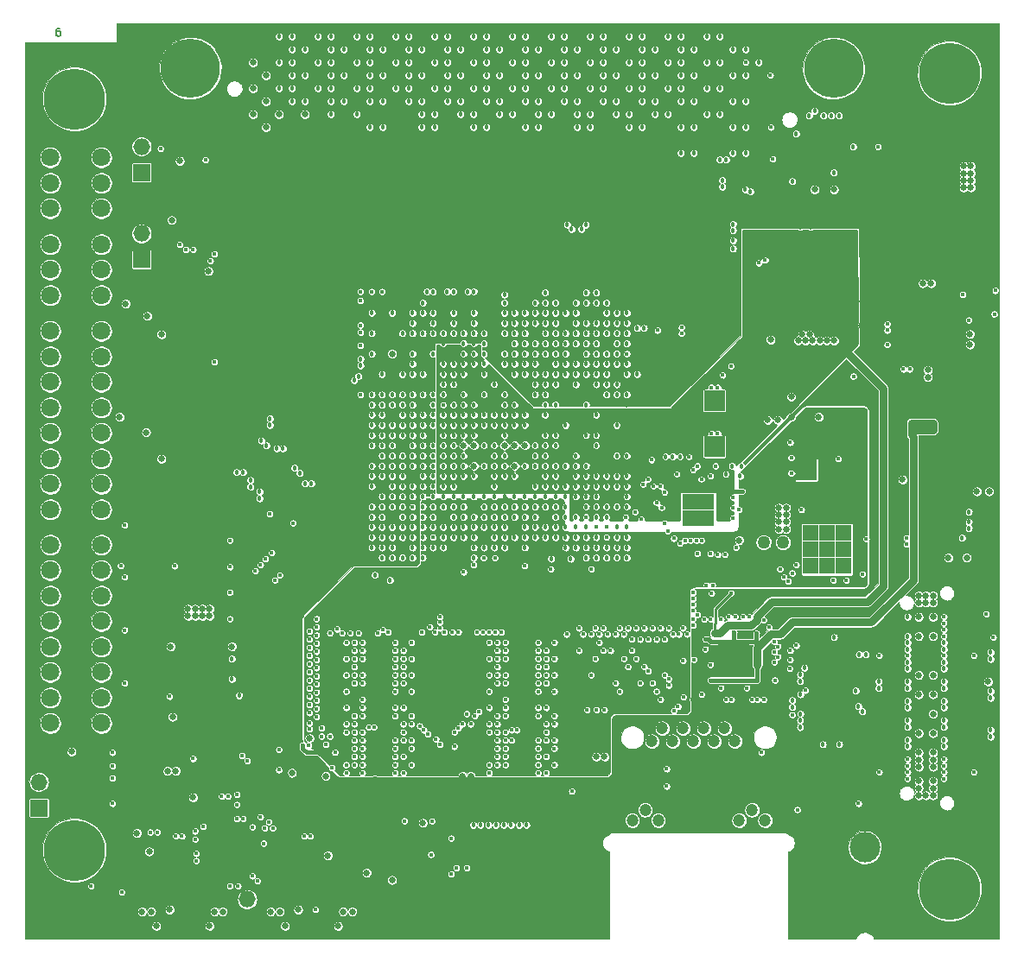
<source format=gbr>
G04 #@! TF.FileFunction,Copper,L6,Inr,Plane*
%FSLAX46Y46*%
G04 Gerber Fmt 4.6, Leading zero omitted, Abs format (unit mm)*
G04 Created by KiCad (PCBNEW 4.0.6) date Tue Jun 13 11:44:39 2017*
%MOMM*%
%LPD*%
G01*
G04 APERTURE LIST*
%ADD10C,0.101600*%
%ADD11C,0.127000*%
%ADD12R,1.600000X1.600000*%
%ADD13C,1.200000*%
%ADD14O,1.200000X1.800000*%
%ADD15C,1.778000*%
%ADD16R,1.651000X1.651000*%
%ADD17O,1.651000X1.651000*%
%ADD18R,0.750000X0.900000*%
%ADD19R,1.080000X0.780000*%
%ADD20R,1.287500X1.287500*%
%ADD21R,1.000000X1.250000*%
%ADD22R,1.250000X1.250000*%
%ADD23R,1.000000X1.000000*%
%ADD24R,1.500000X1.500000*%
%ADD25R,0.800000X0.800000*%
%ADD26C,5.800000*%
%ADD27C,1.800000*%
%ADD28C,3.000000*%
%ADD29O,1.400000X2.600000*%
%ADD30O,4.000000X2.000000*%
%ADD31C,6.000000*%
%ADD32C,0.635000*%
%ADD33C,0.406400*%
%ADD34C,0.457200*%
%ADD35C,1.270000*%
%ADD36C,0.254000*%
%ADD37C,0.381000*%
%ADD38C,0.762000*%
G04 APERTURE END LIST*
D10*
D11*
X33645143Y-30682714D02*
X33500000Y-30682714D01*
X33427429Y-30719000D01*
X33391143Y-30755286D01*
X33318572Y-30864143D01*
X33282286Y-31009286D01*
X33282286Y-31299571D01*
X33318572Y-31372143D01*
X33354857Y-31408429D01*
X33427429Y-31444714D01*
X33572572Y-31444714D01*
X33645143Y-31408429D01*
X33681429Y-31372143D01*
X33717714Y-31299571D01*
X33717714Y-31118143D01*
X33681429Y-31045571D01*
X33645143Y-31009286D01*
X33572572Y-30973000D01*
X33427429Y-30973000D01*
X33354857Y-31009286D01*
X33318572Y-31045571D01*
X33282286Y-31118143D01*
D12*
X95400000Y-78700000D03*
X97000000Y-78700000D03*
X95400000Y-77100000D03*
X97000000Y-77100000D03*
D13*
X91661000Y-100596000D03*
X93693000Y-100596000D03*
X95725000Y-100596000D03*
X97757000Y-100596000D03*
X99789000Y-100596000D03*
X92677000Y-99326000D03*
X94709000Y-99326000D03*
X96741000Y-99326000D03*
X98773000Y-99326000D03*
X100805000Y-99326000D03*
X89723000Y-108346000D03*
X90993000Y-107326000D03*
X92263000Y-108346000D03*
X100203000Y-108346000D03*
X101473000Y-107326000D03*
X102743000Y-108346000D03*
D14*
X86148000Y-116156000D03*
X106318000Y-116156000D03*
D15*
X67500000Y-112700000D03*
X82000000Y-112700000D03*
X82600000Y-117650000D03*
X66900000Y-117650000D03*
D16*
X31600000Y-107140000D03*
D17*
X31600000Y-104600000D03*
X31600000Y-102060000D03*
D16*
X52000000Y-118640000D03*
D17*
X52000000Y-116100000D03*
D16*
X41656000Y-44831000D03*
D17*
X41656000Y-42291000D03*
D16*
X41656000Y-53340000D03*
D17*
X41656000Y-50800000D03*
D18*
X57925000Y-102700000D03*
X58675000Y-102700000D03*
D19*
X120580000Y-79937000D03*
X119500000Y-79937000D03*
X118420000Y-79937000D03*
X120580000Y-79157000D03*
X120580000Y-78377000D03*
X120580000Y-77597000D03*
X120580000Y-76817000D03*
X120580000Y-76037000D03*
X120580000Y-75257000D03*
X119500000Y-75257000D03*
X119500000Y-76037000D03*
X119500000Y-76817000D03*
X119500000Y-77597000D03*
X119500000Y-78377000D03*
X119500000Y-79157000D03*
X118420000Y-79157000D03*
X118420000Y-78377000D03*
X118420000Y-77597000D03*
X118420000Y-76817000D03*
X118420000Y-76037000D03*
X118420000Y-75257000D03*
D20*
X120631250Y-61931250D03*
X119343750Y-61931250D03*
X118056250Y-61931250D03*
X116768750Y-61931250D03*
X120631250Y-60643750D03*
X119343750Y-60643750D03*
X118056250Y-60643750D03*
X116768750Y-60643750D03*
X120631250Y-59356250D03*
X119343750Y-59356250D03*
X118056250Y-59356250D03*
X116768750Y-59356250D03*
X120631250Y-58068750D03*
X119343750Y-58068750D03*
X118056250Y-58068750D03*
X116768750Y-58068750D03*
D21*
X109720000Y-97506000D03*
X109720000Y-96256000D03*
X109720000Y-98756000D03*
X108720000Y-98756000D03*
X108720000Y-97506000D03*
X108720000Y-96256000D03*
X108720000Y-95006000D03*
X108720000Y-93756000D03*
X108720000Y-92506000D03*
X109720000Y-92506000D03*
X109720000Y-93756000D03*
X109720000Y-95006000D03*
D22*
X49050000Y-110250000D03*
X49050000Y-112750000D03*
X51550000Y-110250000D03*
X50300000Y-112750000D03*
X49050000Y-111500000D03*
X50300000Y-111500000D03*
X51550000Y-111500000D03*
X50300000Y-110250000D03*
X51550000Y-112750000D03*
D23*
X98300000Y-66700000D03*
X98300000Y-67700000D03*
X97300000Y-67700000D03*
X97300000Y-66700000D03*
X98300000Y-71200000D03*
X98300000Y-72200000D03*
X97300000Y-72200000D03*
X97300000Y-71200000D03*
X106300000Y-73500000D03*
X107300000Y-73500000D03*
X107300000Y-74500000D03*
X106300000Y-74500000D03*
D12*
X108800000Y-81800000D03*
X110400000Y-81800000D03*
X110400000Y-83400000D03*
X108800000Y-83400000D03*
X107200000Y-83400000D03*
X107200000Y-81800000D03*
X107200000Y-80200000D03*
X108800000Y-80200000D03*
X110400000Y-80200000D03*
D24*
X98945000Y-93333000D03*
X98945000Y-91833000D03*
X100445000Y-91833000D03*
X100445000Y-93333000D03*
D25*
X109385000Y-42837000D03*
X108585000Y-42837000D03*
X107785000Y-42837000D03*
X107785000Y-42037000D03*
X108585000Y-42037000D03*
X109385000Y-42037000D03*
X109385000Y-41237000D03*
X108585000Y-41237000D03*
X107785000Y-41237000D03*
D26*
X46454300Y-34616700D03*
X109455700Y-34616700D03*
D27*
X32719000Y-67865000D03*
X32719000Y-65365000D03*
X32719000Y-62865000D03*
X32719000Y-60365000D03*
X32719000Y-70365000D03*
X32719000Y-72865000D03*
X32719000Y-75365000D03*
X32719000Y-77865000D03*
X37719000Y-60365000D03*
X37719000Y-62865000D03*
X37719000Y-65365000D03*
X37719000Y-67865000D03*
X37719000Y-70365000D03*
X37719000Y-72865000D03*
X37719000Y-75365000D03*
X37719000Y-77865000D03*
X32719000Y-88820000D03*
X32719000Y-86320000D03*
X32719000Y-83820000D03*
X32719000Y-81320000D03*
X32719000Y-91320000D03*
X32719000Y-93820000D03*
X32719000Y-96320000D03*
X32719000Y-98820000D03*
X37719000Y-81320000D03*
X37719000Y-83820000D03*
X37719000Y-86320000D03*
X37719000Y-88820000D03*
X37719000Y-91320000D03*
X37719000Y-93820000D03*
X37719000Y-96320000D03*
X37719000Y-98820000D03*
X32719000Y-56856000D03*
X32719000Y-54356000D03*
X32719000Y-51856000D03*
X37719000Y-51856000D03*
X37719000Y-54356000D03*
X37719000Y-56856000D03*
X32719000Y-48347000D03*
X32719000Y-45847000D03*
X32719000Y-43347000D03*
X37719000Y-43347000D03*
X37719000Y-45847000D03*
X37719000Y-48347000D03*
D28*
X112522000Y-110998000D03*
D29*
X107772000Y-117498000D03*
X107772000Y-112798000D03*
X117272000Y-117498000D03*
X117272000Y-112798000D03*
D30*
X112522000Y-116998000D03*
D31*
X120810000Y-115090000D03*
X35080000Y-111280000D03*
X120810000Y-35080000D03*
X35080000Y-37620000D03*
D32*
X44700000Y-90200000D03*
D33*
X64500000Y-104200000D03*
X99900000Y-81600004D03*
X113500000Y-83400000D03*
X101300002Y-90000000D03*
X48800000Y-52000000D03*
D32*
X119400000Y-41800000D03*
X119400000Y-42500000D03*
X112500000Y-48100000D03*
X112500000Y-49300000D03*
D33*
X112100000Y-66200000D03*
D32*
X112300000Y-57500000D03*
X113600000Y-56500000D03*
X124700000Y-72400000D03*
X124700000Y-73100000D03*
X123500000Y-73100000D03*
X123500000Y-72400000D03*
X112200000Y-59800000D03*
D33*
X112400000Y-62400000D03*
X114400000Y-64800000D03*
X114400000Y-63200000D03*
D32*
X108000000Y-68800000D03*
X105300000Y-66800000D03*
X108000000Y-66800000D03*
D33*
X124800000Y-52800000D03*
X125200000Y-67200000D03*
X125200000Y-57900000D03*
X125200000Y-57200000D03*
X125200000Y-55600000D03*
X125200000Y-65100000D03*
X125200000Y-63300000D03*
D32*
X125300000Y-62500000D03*
X125300000Y-59500000D03*
D33*
X107315000Y-105029000D03*
D32*
X36000000Y-47500000D03*
X36000000Y-56000000D03*
D33*
X43600000Y-41200000D03*
X125349000Y-93599000D03*
X120269000Y-94107000D03*
X123189079Y-94107556D03*
X120269000Y-96012000D03*
X123190000Y-96012000D03*
X123190000Y-97917000D03*
X120269000Y-97917000D03*
X123190000Y-99822000D03*
X120269000Y-99822000D03*
X123190000Y-101727000D03*
X120269000Y-101727000D03*
X116713000Y-101727000D03*
X113919000Y-101727000D03*
X116713000Y-99822000D03*
X113919000Y-99822000D03*
D32*
X117221000Y-97917000D03*
D34*
X116713000Y-96012000D03*
X113919000Y-96012000D03*
X116713000Y-94107000D03*
X113919000Y-94107000D03*
D33*
X125100000Y-89800000D03*
D32*
X45000000Y-94700000D03*
X50500000Y-93600000D03*
D33*
X72800000Y-110100000D03*
D32*
X68199984Y-108600000D03*
D33*
X70699998Y-108400000D03*
X71500000Y-113000000D03*
X36700000Y-118500000D03*
X39100000Y-118500000D03*
D32*
X34800000Y-106700000D03*
X34800000Y-104200000D03*
X34800000Y-102900000D03*
X51300000Y-97900000D03*
D33*
X57100000Y-113100000D03*
X38800000Y-110600000D03*
D32*
X43100000Y-110700000D03*
X39000000Y-113900000D03*
X43100000Y-113700000D03*
D33*
X40300000Y-109000000D03*
X49734776Y-102126117D03*
D32*
X44200000Y-100100000D03*
X45000000Y-100100000D03*
X56300000Y-111500000D03*
X47000000Y-117100000D03*
X50300000Y-79500000D03*
D33*
X43500000Y-85200000D03*
X45900000Y-86000000D03*
X48700000Y-81500000D03*
X42000000Y-82000000D03*
X46000000Y-81500000D03*
X44900000Y-67600000D03*
X44900000Y-79400000D03*
X48700000Y-55200002D03*
X48800000Y-62600000D03*
D32*
X43400006Y-55200000D03*
X46600000Y-43700000D03*
D34*
X94400000Y-72700000D03*
D33*
X109400000Y-102100000D03*
X103700000Y-101400000D03*
X103900000Y-107300000D03*
X99100000Y-105000000D03*
X106300000Y-100100000D03*
D32*
X123200000Y-40400000D03*
X115000000Y-40400000D03*
X123200000Y-52000000D03*
X115000000Y-52000000D03*
X119500000Y-48500000D03*
X113700000Y-106700000D03*
X106200000Y-50100000D03*
X107200000Y-50100000D03*
X105300000Y-68800000D03*
X73900000Y-104000000D03*
X73100000Y-104000000D03*
D33*
X72300000Y-101100000D03*
X87000000Y-97500000D03*
X86200000Y-97500000D03*
D32*
X86200000Y-102100000D03*
X87000000Y-102100000D03*
D33*
X60600000Y-101700000D03*
X55100000Y-95200000D03*
X55100000Y-90000000D03*
X55100000Y-98400000D03*
X59300000Y-100100000D03*
D32*
X55900000Y-114100000D03*
X54600000Y-114100000D03*
D33*
X64500000Y-115000000D03*
D32*
X62100000Y-113500000D03*
X59600000Y-117100000D03*
D34*
X93000000Y-72700000D03*
X93700000Y-72700000D03*
D32*
X105800000Y-90400000D03*
X108500000Y-87800000D03*
X109400000Y-87800000D03*
X112100000Y-90400000D03*
X113100000Y-87800000D03*
D33*
X93800000Y-80700000D03*
X52400000Y-77300000D03*
D34*
X75200000Y-66600000D03*
X79200000Y-77600000D03*
X73200000Y-74600000D03*
D32*
X74200000Y-73600000D03*
X74200000Y-71600000D03*
D34*
X65200000Y-62600000D03*
X66200000Y-61600000D03*
D33*
X62500000Y-98900000D03*
D32*
X78200000Y-73600000D03*
D34*
X77200000Y-74600000D03*
D32*
X78200000Y-71600000D03*
D34*
X71200000Y-61600000D03*
X75200000Y-69600000D03*
X88200000Y-72600000D03*
X76200000Y-69600000D03*
X78200000Y-69600000D03*
X77200000Y-70600000D03*
X80200000Y-71600000D03*
D33*
X106300004Y-77900000D03*
D34*
X79000000Y-110400000D03*
X77500000Y-110400000D03*
X76000000Y-110400000D03*
X74500000Y-110400000D03*
D33*
X100200000Y-77900000D03*
X112300000Y-84200000D03*
X93300000Y-95100000D03*
X104267000Y-93472000D03*
X94742000Y-96266000D03*
X102616000Y-97790000D03*
X95631000Y-96520000D03*
X98425000Y-86106000D03*
D34*
X66200000Y-78600000D03*
X64200000Y-82600000D03*
X67200000Y-81600000D03*
X82200000Y-76600000D03*
X89200000Y-77600000D03*
X86200000Y-78600000D03*
X87200000Y-81600000D03*
X72200000Y-76600000D03*
D33*
X87600006Y-91700000D03*
X70200000Y-80600000D03*
D34*
X73200000Y-79600000D03*
X76200000Y-78600000D03*
X74200000Y-82600000D03*
X77200000Y-81600000D03*
X83200000Y-79600000D03*
X80200000Y-80600000D03*
X83700000Y-82700000D03*
D33*
X75700000Y-97300000D03*
X82100000Y-90900000D03*
X82100000Y-92500000D03*
X82100000Y-94100000D03*
X75700000Y-90900000D03*
X75700000Y-92500000D03*
X75700000Y-94100000D03*
X81300000Y-97300000D03*
X82100000Y-98900000D03*
X82100000Y-100500000D03*
X81300000Y-100500000D03*
X82100000Y-101300000D03*
X80500000Y-102900000D03*
X82100000Y-102900000D03*
X75700000Y-103700000D03*
X75700000Y-102900000D03*
X76500000Y-101300000D03*
X76500000Y-100500000D03*
X75700000Y-99700000D03*
X76500000Y-98900000D03*
X75700000Y-98900000D03*
X61700000Y-97300000D03*
X68100000Y-90900000D03*
X68100000Y-92500000D03*
X68100000Y-94100000D03*
X67300000Y-97300000D03*
X66500000Y-102900000D03*
X68100000Y-101300000D03*
X67300000Y-100500000D03*
X68100000Y-100500000D03*
X68100000Y-98900000D03*
X68100000Y-102900000D03*
X61700000Y-90900000D03*
X61700000Y-92500000D03*
X61700000Y-94100000D03*
X61700000Y-98900000D03*
X61700000Y-99700000D03*
X61700000Y-103700000D03*
X61700000Y-102900000D03*
X62500000Y-100500000D03*
X62500000Y-101300000D03*
D34*
X60198000Y-41656000D03*
X76200000Y-75600000D03*
X85200000Y-75600000D03*
X88200000Y-74600000D03*
X72200000Y-73600000D03*
X76200000Y-73600000D03*
X81200000Y-73600000D03*
X84200000Y-72600000D03*
X77200000Y-72600000D03*
X73200000Y-72600000D03*
X72200000Y-71600000D03*
X76200000Y-71600000D03*
X73200000Y-70600000D03*
X72200000Y-69600000D03*
X74200000Y-69600000D03*
X83200000Y-69600000D03*
X86200000Y-68600000D03*
X79200000Y-68600000D03*
X77200000Y-68600000D03*
X75200000Y-68600000D03*
X73200000Y-68600000D03*
X78200000Y-67600000D03*
X74200000Y-67600000D03*
X67200000Y-59600000D03*
X69200000Y-59600000D03*
X71200000Y-59600000D03*
X65200000Y-59600000D03*
X64200000Y-57600000D03*
X66200000Y-57600000D03*
X68200000Y-57600000D03*
X70200000Y-57600000D03*
X72200000Y-57600000D03*
X89200000Y-67600000D03*
X73200000Y-59600000D03*
X75200000Y-59600000D03*
X74200000Y-57600000D03*
X76199718Y-57600000D03*
X76200000Y-58600000D03*
X76199718Y-59600000D03*
X76199718Y-60600000D03*
X76200000Y-61600000D03*
X74200000Y-61600000D03*
X70200000Y-61600000D03*
X68200000Y-61600000D03*
X64200000Y-61600000D03*
X70200000Y-64600000D03*
X67200000Y-63600000D03*
X69200000Y-63600000D03*
X70200000Y-63600000D03*
X71200000Y-63600000D03*
X72200000Y-63600000D03*
X73200000Y-63600000D03*
X75200000Y-63600000D03*
X73200000Y-66600000D03*
X76200000Y-65600000D03*
X82200000Y-66600000D03*
X77200000Y-66600000D03*
X79200000Y-66600000D03*
X78200000Y-65600000D03*
X85200000Y-65600000D03*
X76200000Y-63600000D03*
X76200000Y-62600000D03*
X81200000Y-63600000D03*
X88200000Y-64600000D03*
X87200000Y-61600000D03*
X84200000Y-62600000D03*
X77200000Y-61600000D03*
X80200000Y-60600000D03*
X83200000Y-59600000D03*
X86200000Y-58600000D03*
X89200000Y-57600000D03*
X79200000Y-57600000D03*
X70200000Y-65600000D03*
X69200000Y-65600000D03*
X68200000Y-65600000D03*
X67200000Y-65600000D03*
X66200000Y-65600000D03*
X65200000Y-65600000D03*
X64200000Y-65600000D03*
X68200000Y-74600000D03*
X69200000Y-77600000D03*
X65200000Y-75600000D03*
X70200000Y-70600000D03*
X64200000Y-72600000D03*
X67200000Y-71600000D03*
X69200000Y-67600000D03*
X66200000Y-68600000D03*
X98298000Y-40386000D03*
X86868000Y-42926000D03*
X88138000Y-42926000D03*
X61468000Y-42926000D03*
X93218000Y-32766000D03*
X53848000Y-31496000D03*
X57658000Y-31496000D03*
X61468000Y-31496000D03*
X65278000Y-31496000D03*
X69088000Y-31496000D03*
X72898000Y-31496000D03*
X76708000Y-31496000D03*
X80518000Y-31496000D03*
X84328000Y-31496000D03*
X88138000Y-31496000D03*
X91948000Y-31496000D03*
X95758000Y-31496000D03*
X52578000Y-42926000D03*
X56388000Y-42926000D03*
X57658000Y-42926000D03*
X62738000Y-42926000D03*
X66548000Y-42926000D03*
X67818000Y-42926000D03*
X71628000Y-42926000D03*
X72898000Y-42926000D03*
X76708000Y-42926000D03*
X77978000Y-42926000D03*
X83058000Y-42926000D03*
X91948000Y-42926000D03*
X93218000Y-42926000D03*
X97028000Y-42926000D03*
X98298000Y-42926000D03*
X102108000Y-42926000D03*
X100838000Y-41656000D03*
X99568000Y-41656000D03*
X95758000Y-41656000D03*
X94488000Y-41656000D03*
X90678000Y-41656000D03*
X89408000Y-41656000D03*
X85598000Y-41656000D03*
X84328000Y-41656000D03*
X80518000Y-41656000D03*
X79248000Y-41656000D03*
X75438000Y-41656000D03*
X74168000Y-41656000D03*
X70358000Y-41656000D03*
X69088000Y-41656000D03*
X65278000Y-41656000D03*
X64008000Y-41656000D03*
X58928000Y-41656000D03*
X55118000Y-41656000D03*
X53848000Y-41656000D03*
X52578000Y-40386000D03*
X55118000Y-40386000D03*
X57658000Y-40386000D03*
X60198000Y-40386000D03*
X61468000Y-40386000D03*
X62738000Y-40386000D03*
X66548000Y-40386000D03*
X67818000Y-40386000D03*
X71628000Y-40386000D03*
X72898000Y-40386000D03*
X76708000Y-40386000D03*
X77978000Y-40386000D03*
X81788000Y-40386000D03*
X83058000Y-40386000D03*
X86868000Y-40386000D03*
X88138000Y-40386000D03*
X91948000Y-40386000D03*
X93218000Y-40386000D03*
X97028000Y-40386000D03*
X102108000Y-40386000D03*
X100838000Y-39116000D03*
X99568000Y-39116000D03*
X95758000Y-39116000D03*
X94488000Y-39116000D03*
X90678000Y-39116000D03*
X86868000Y-39116000D03*
X83058000Y-39116000D03*
X79248000Y-39116000D03*
X75438000Y-39116000D03*
X71628000Y-39116000D03*
X67818000Y-39116000D03*
X58928000Y-39116000D03*
X56388000Y-39116000D03*
X53848000Y-39116000D03*
X52578000Y-37846000D03*
X55118000Y-37846000D03*
X58928000Y-37846000D03*
X62738000Y-37846000D03*
X66548000Y-37846000D03*
X70358000Y-37846000D03*
X74168000Y-37846000D03*
X77978000Y-37846000D03*
X81788000Y-37846000D03*
X85598000Y-37846000D03*
X89408000Y-37846000D03*
X93218000Y-37846000D03*
X97028000Y-37846000D03*
X98298000Y-37846000D03*
X102108000Y-37846000D03*
X100838000Y-36576000D03*
X99568000Y-36576000D03*
X95758000Y-36576000D03*
X84328000Y-36576000D03*
X80518000Y-36576000D03*
X76708000Y-36576000D03*
X72898000Y-36576000D03*
X69088000Y-36576000D03*
X65278000Y-36576000D03*
X61468000Y-36576000D03*
X57658000Y-36576000D03*
X53848000Y-36576000D03*
X52578000Y-35306000D03*
X55118000Y-35306000D03*
X58928000Y-35306000D03*
X62738000Y-35306000D03*
X66548000Y-35306000D03*
X70358000Y-35306000D03*
X74168000Y-35306000D03*
X77978000Y-35306000D03*
X81788000Y-35306000D03*
X85598000Y-35306000D03*
X89408000Y-35306000D03*
X93218000Y-35306000D03*
X88138000Y-36576000D03*
X91948000Y-36576000D03*
X97028000Y-35306000D03*
X98298000Y-35306000D03*
X102108000Y-35306000D03*
X99568000Y-34036000D03*
X95758000Y-34036000D03*
X91948000Y-34036000D03*
X88138000Y-34036000D03*
X84328000Y-34036000D03*
X80518000Y-34036000D03*
X76708000Y-34036000D03*
X72898000Y-34036000D03*
X69088000Y-34036000D03*
X65278000Y-34036000D03*
X61468000Y-34036000D03*
X57658000Y-34036000D03*
X53848000Y-34036000D03*
X52578000Y-32766000D03*
X55118000Y-32766000D03*
X58928000Y-32766000D03*
X62738000Y-32766000D03*
X66548000Y-32766000D03*
X70358000Y-32766000D03*
X74168000Y-32766000D03*
X77978000Y-32766000D03*
X81788000Y-32766000D03*
X85598000Y-32766000D03*
X89408000Y-32766000D03*
X97028000Y-32766000D03*
X98298000Y-32766000D03*
X102108000Y-32766000D03*
X100838000Y-31496000D03*
X99568000Y-31496000D03*
X77200000Y-69600000D03*
D32*
X44600000Y-49500000D03*
X42400000Y-111400000D03*
X112100000Y-68400000D03*
X111400000Y-68400000D03*
X112100000Y-70500000D03*
X112100000Y-69800000D03*
X112100000Y-69100000D03*
X111400000Y-70500000D03*
X111400000Y-69800000D03*
X111400000Y-69100000D03*
D33*
X122100000Y-56800000D03*
D32*
X73900000Y-102800000D03*
X73100000Y-102800000D03*
X86200000Y-100900000D03*
X87000000Y-100900000D03*
D33*
X57400000Y-101000000D03*
D34*
X74200000Y-77600000D03*
X77200000Y-76600000D03*
D33*
X71200000Y-78600000D03*
D34*
X75200000Y-80600000D03*
X81200000Y-78600000D03*
X78200000Y-79600000D03*
X72200000Y-81600000D03*
X79200000Y-82700000D03*
X82200000Y-81600000D03*
D33*
X76500000Y-95700000D03*
X82100000Y-91700000D03*
X82100000Y-93300000D03*
X81300000Y-95700000D03*
X75700000Y-91700000D03*
X75700000Y-93300000D03*
X81300000Y-98100000D03*
X82100000Y-99700000D03*
X81300000Y-101300000D03*
X82100000Y-102100000D03*
X81300000Y-102900000D03*
X82100000Y-103700000D03*
X76500000Y-103700000D03*
X75700000Y-102100000D03*
X75700000Y-101300000D03*
X75700000Y-100500000D03*
X77300000Y-98900000D03*
X75700000Y-98100000D03*
X62500000Y-95700000D03*
X68100000Y-91700000D03*
X68100000Y-93300000D03*
X67300000Y-95700000D03*
X67300000Y-101300000D03*
X68100000Y-99700000D03*
X67300000Y-98100000D03*
X67300000Y-102900000D03*
X68100000Y-102100000D03*
X68100000Y-103700000D03*
X61700000Y-91700000D03*
X61700000Y-93300000D03*
X63300000Y-98900000D03*
X62500000Y-103700000D03*
X61700000Y-102100000D03*
X61700000Y-98100000D03*
X61700000Y-101300000D03*
X61700000Y-100500000D03*
D32*
X58100000Y-100300000D03*
D33*
X60300000Y-103200000D03*
X76500000Y-94100000D03*
X82100000Y-98100000D03*
X68100000Y-98100000D03*
X62500000Y-94100000D03*
D34*
X78200000Y-77600000D03*
X80200000Y-77600000D03*
D32*
X124700000Y-76100000D03*
X123500000Y-76100000D03*
X122500000Y-82600000D03*
X120700000Y-82600000D03*
X119200004Y-105900004D03*
X119200000Y-105200000D03*
X119200000Y-104500000D03*
X119200004Y-103100000D03*
X119200000Y-102400000D03*
X119200000Y-101700000D03*
X119200002Y-99800000D03*
X119200000Y-97900000D03*
X119200000Y-96000000D03*
X119200000Y-94100000D03*
X119200000Y-90300000D03*
X119199996Y-88400000D03*
X119200000Y-87000000D03*
X119200000Y-86300000D03*
X118500000Y-86300000D03*
X117800000Y-86300000D03*
X118500000Y-87000000D03*
X117800000Y-87000000D03*
X118500000Y-105900018D03*
X117800000Y-105900000D03*
X117800000Y-105200000D03*
X117800000Y-104500000D03*
X117800000Y-103100000D03*
X117800000Y-102400000D03*
X117800000Y-101700000D03*
X117800000Y-99800000D03*
X117800000Y-88400000D03*
X117800000Y-90300000D03*
X117800000Y-94100000D03*
X117800000Y-96000000D03*
X118700000Y-64900000D03*
X118700000Y-64200000D03*
X119000000Y-55700000D03*
X118200000Y-55700000D03*
X122800004Y-61700000D03*
X124587000Y-94742006D03*
D33*
X72000000Y-110100000D03*
D32*
X69200004Y-108600000D03*
X44200000Y-103500000D03*
X45000000Y-103500000D03*
D33*
X93100000Y-103300000D03*
D32*
X66200000Y-114200000D03*
D33*
X116586000Y-81280000D03*
D34*
X122700000Y-78100000D03*
D32*
X59700000Y-104000000D03*
X100200000Y-80900000D03*
X122900000Y-46300000D03*
X122900000Y-45600000D03*
X122900000Y-44900000D03*
X122900000Y-44200000D03*
X122200000Y-44200000D03*
X122200000Y-44900000D03*
X122200000Y-45600000D03*
X122200000Y-46300000D03*
D33*
X98600000Y-64700000D03*
X112649000Y-80772000D03*
X124400000Y-88100000D03*
D32*
X46700000Y-106100000D03*
X44500000Y-91300000D03*
X44700000Y-98200000D03*
X48200000Y-54500000D03*
X34800000Y-101600000D03*
X41200000Y-109600000D03*
D33*
X53600000Y-110600000D03*
X44900000Y-83408802D03*
X39600000Y-83400000D03*
D32*
X45400000Y-43700000D03*
D33*
X105900000Y-107300000D03*
X103649802Y-92837000D03*
D34*
X109500000Y-90392800D03*
X106600000Y-93400000D03*
X106200000Y-96000000D03*
X106200000Y-97900000D03*
X108400000Y-100900000D03*
X110000000Y-100900000D03*
D33*
X98100000Y-65895182D03*
X98100000Y-70395180D03*
X50300000Y-114800000D03*
X58000000Y-101000000D03*
D32*
X56400000Y-103700000D03*
D33*
X92200000Y-60300000D03*
X105300000Y-72800000D03*
X96500000Y-80900000D03*
X96000000Y-80900000D03*
X110700000Y-84800000D03*
X94700000Y-92700000D03*
D34*
X109474000Y-44831000D03*
X111378996Y-42291000D03*
X89200000Y-82600000D03*
X88200000Y-79600000D03*
X85200000Y-80600000D03*
X72200000Y-70600000D03*
X72200000Y-68600000D03*
X111633000Y-95631000D03*
X73200000Y-64600000D03*
X72200000Y-64600000D03*
X71200000Y-64600000D03*
X74200000Y-63600000D03*
X62738000Y-39116000D03*
D32*
X57658000Y-39116000D03*
X55118000Y-39116000D03*
X53848000Y-40386000D03*
X52578000Y-39116000D03*
X116205000Y-74930000D03*
X103300000Y-61200000D03*
X103000000Y-69100000D03*
X104000000Y-69100000D03*
D35*
X104500000Y-81100000D03*
X102600000Y-81100002D03*
D32*
X104800000Y-77700000D03*
X104800000Y-78400000D03*
X104800000Y-79100000D03*
X104817400Y-79800000D03*
X104100000Y-79800000D03*
X104100000Y-79100000D03*
X104100000Y-78400000D03*
X104100000Y-77700000D03*
X73200000Y-71600000D03*
X66200000Y-62600000D03*
X79200000Y-71600000D03*
X77200000Y-71600000D03*
D34*
X76200000Y-68600000D03*
X79200000Y-73600000D03*
X80200000Y-66600000D03*
X76200000Y-74600000D03*
X74200000Y-74600000D03*
X73200000Y-73600000D03*
X75200000Y-73600000D03*
X77200000Y-73600000D03*
X76200000Y-72600000D03*
X72200000Y-72600000D03*
X75200000Y-71600000D03*
X74200000Y-70600000D03*
X73200000Y-69600000D03*
X79200000Y-69600000D03*
X78200000Y-68600000D03*
X74200000Y-68600000D03*
X77200000Y-67600000D03*
X73200000Y-67600000D03*
X69200000Y-60600000D03*
X73200000Y-60600000D03*
X75200000Y-60600000D03*
X68200000Y-62600000D03*
X70200000Y-62600000D03*
X74200000Y-62600000D03*
X69200000Y-64600000D03*
X65200000Y-64600000D03*
X67200000Y-64600000D03*
D33*
X96900000Y-90600000D03*
X97400000Y-94600000D03*
X101900000Y-90000000D03*
X99700000Y-89900000D03*
D32*
X117100000Y-69400000D03*
X117800000Y-69400000D03*
X118500000Y-69400000D03*
X117100000Y-70100000D03*
X117800000Y-70100000D03*
X118500000Y-70100000D03*
X119200000Y-69400000D03*
X119200000Y-70100000D03*
D34*
X64200000Y-60600000D03*
D32*
X101981000Y-93091000D03*
D33*
X101981000Y-94615000D03*
D34*
X64200000Y-58600000D03*
X71200000Y-60600000D03*
X67200000Y-60600000D03*
X70200000Y-58600000D03*
X68200000Y-58600000D03*
X66200000Y-58600000D03*
X72200000Y-58600000D03*
X74200000Y-58600000D03*
X64200000Y-62600000D03*
X68200000Y-63600000D03*
D33*
X105400000Y-98000000D03*
X105300000Y-74300000D03*
X101000000Y-72100000D03*
D32*
X110600000Y-51100000D03*
X111300000Y-51100000D03*
X111300000Y-51800000D03*
X111300000Y-52500000D03*
X111300000Y-53200000D03*
X111300000Y-53900000D03*
X110600000Y-53900000D03*
D33*
X116900000Y-64100000D03*
D34*
X75200000Y-74600000D03*
X79200000Y-74600000D03*
X75200000Y-65600000D03*
X76200000Y-64600000D03*
X71200000Y-62600000D03*
D33*
X99400000Y-86100000D03*
X100500006Y-76100000D03*
X99300000Y-78200000D03*
X99300000Y-76000000D03*
X99300000Y-77200000D03*
X94000000Y-75500000D03*
X93100000Y-77400000D03*
X93100000Y-78600000D03*
D32*
X97790000Y-89997898D03*
D34*
X107600000Y-38800000D03*
X87200000Y-76600000D03*
X84200000Y-77600000D03*
X73200000Y-75600000D03*
X77200000Y-75600000D03*
X83200000Y-74600000D03*
X80200000Y-74600000D03*
X86200000Y-73600000D03*
X72200000Y-66600000D03*
X73200000Y-65600000D03*
X74200000Y-66600000D03*
X76200000Y-66600000D03*
X78200000Y-66600000D03*
X78200000Y-70600000D03*
D33*
X55100000Y-103400000D03*
D32*
X48300000Y-87600000D03*
X47600000Y-87600000D03*
X46900000Y-87600000D03*
X46200000Y-87600000D03*
X46200000Y-88300000D03*
X48300000Y-88300000D03*
X47600000Y-88300000D03*
X46900000Y-88300000D03*
X50500000Y-91300000D03*
D34*
X65200000Y-80600000D03*
X68200000Y-79600000D03*
X69200000Y-82600000D03*
X70200000Y-75600000D03*
X64200000Y-77600000D03*
X67200000Y-76600000D03*
X69200000Y-72600000D03*
X66200000Y-73600000D03*
X65200000Y-70600000D03*
X68200000Y-69600000D03*
X67200000Y-66600000D03*
X64200000Y-67600000D03*
D32*
X53848000Y-35306000D03*
X53848000Y-37846000D03*
X52578000Y-36576000D03*
X52578000Y-34036000D03*
D33*
X125200000Y-58700000D03*
X114700000Y-61700000D03*
D32*
X122800000Y-60677697D03*
D34*
X69200000Y-58600000D03*
X105410000Y-97231200D03*
X69200000Y-57600000D03*
X105410000Y-96570800D03*
D32*
X44400000Y-117100000D03*
X107100000Y-60700000D03*
X106400000Y-60700000D03*
X109500004Y-61300000D03*
X108800000Y-61300000D03*
X108100000Y-61300000D03*
X107400000Y-61300000D03*
X106700000Y-61300000D03*
X106000002Y-61300000D03*
D33*
X97500000Y-65895188D03*
X97506444Y-70395183D03*
X89200000Y-62600000D03*
D34*
X85200000Y-67600000D03*
X89200000Y-72600000D03*
X82200000Y-71600000D03*
X85200000Y-70600000D03*
X88200000Y-69600000D03*
X81200000Y-68600000D03*
X87200000Y-66600000D03*
X80200000Y-65600000D03*
X83200000Y-64600000D03*
X79200000Y-62600000D03*
X86200000Y-63600000D03*
X82200000Y-61600000D03*
X85200000Y-60600000D03*
X81200000Y-58600000D03*
X88200000Y-59600000D03*
X84200000Y-57600000D03*
X78200000Y-59600000D03*
X82200000Y-74600000D03*
D32*
X57000000Y-117100000D03*
D33*
X96100000Y-82200000D03*
X96520000Y-96012000D03*
X102616000Y-96520000D03*
X98425000Y-95377000D03*
X100965000Y-95377000D03*
X97409000Y-93091000D03*
D34*
X98298000Y-43561000D03*
X97028000Y-39116000D03*
D33*
X94550000Y-60000000D03*
D34*
X75200000Y-61600000D03*
X98933000Y-43561000D03*
X98298000Y-39116000D03*
X75200000Y-62600000D03*
D33*
X94550000Y-60600000D03*
X68200000Y-77600000D03*
X73500000Y-113000000D03*
D34*
X64200000Y-75600000D03*
X102108000Y-34036000D03*
D33*
X114700000Y-60300000D03*
X105200000Y-71300000D03*
X98100000Y-82300000D03*
X72000000Y-113600000D03*
X43200000Y-109500000D03*
X51500000Y-102000000D03*
X51000000Y-108200000D03*
D34*
X88200000Y-81600000D03*
D33*
X114700000Y-59700000D03*
X109900000Y-72900000D03*
X98800000Y-82300000D03*
X72500000Y-113000002D03*
X42500000Y-109500000D03*
X52000000Y-102500000D03*
X51600000Y-108200000D03*
D34*
X89200000Y-79600000D03*
D33*
X99400000Y-63800000D03*
X89096756Y-78603244D03*
D34*
X60198000Y-39116000D03*
D33*
X103300000Y-40400000D03*
X99600000Y-78700000D03*
X90800000Y-75400000D03*
D34*
X85200000Y-82600000D03*
D33*
X97400000Y-82200000D03*
X58700000Y-117100000D03*
X95758000Y-92583006D03*
X97000000Y-85300000D03*
D34*
X85200000Y-79600000D03*
D32*
X49600000Y-117300000D03*
X48800000Y-117300000D03*
X48300000Y-118700000D03*
X43100000Y-118700000D03*
X41700000Y-117300000D03*
X42600000Y-117300000D03*
X63700000Y-113500000D03*
X55200000Y-117300000D03*
X54300000Y-117300000D03*
X55700000Y-118700000D03*
X60899986Y-118700000D03*
X61400000Y-117300000D03*
X62300000Y-117300000D03*
D33*
X116713000Y-104267000D03*
X123190000Y-103632000D03*
X120269000Y-103632000D03*
X113919000Y-103632000D03*
X116713000Y-103632000D03*
X116713000Y-102997000D03*
X116713000Y-102362000D03*
D34*
X120269000Y-101092000D03*
X116713000Y-101092000D03*
X120269000Y-100457000D03*
X116713000Y-100457000D03*
X112268000Y-97663000D03*
X111887000Y-97155000D03*
X120269000Y-97282000D03*
X116713000Y-97282000D03*
X120269000Y-96647000D03*
X116713000Y-96647000D03*
X113871798Y-95377000D03*
X113871776Y-94742000D03*
X120269000Y-93472000D03*
X116713000Y-93472000D03*
X120269000Y-92837000D03*
X116713000Y-92837000D03*
X112606278Y-92067004D03*
X111945878Y-92067004D03*
X116713000Y-90297000D03*
X116713000Y-88392000D03*
D33*
X120269000Y-102997000D03*
X120269000Y-104267000D03*
X120269000Y-102362000D03*
X120269000Y-90297000D03*
D34*
X120269000Y-90932000D03*
X116713000Y-90932000D03*
D33*
X105800000Y-91200000D03*
X102100000Y-53700000D03*
X120269000Y-89026998D03*
X100838000Y-34036000D03*
X91800000Y-75600000D03*
D34*
X65278000Y-40386000D03*
D33*
X86200000Y-79600000D03*
X120269000Y-88391992D03*
X105200000Y-91700000D03*
X102752255Y-53431700D03*
X120269000Y-89662015D03*
X103251000Y-35306000D03*
X92500000Y-75600000D03*
D34*
X64008000Y-40386000D03*
D33*
X87200000Y-80600000D03*
D34*
X120269000Y-98552000D03*
X116713000Y-98552000D03*
X124841000Y-99491800D03*
X124841000Y-100152200D03*
X120269000Y-99187000D03*
X116713000Y-99187000D03*
X124841000Y-96342200D03*
X120269000Y-94742000D03*
X116713000Y-94742000D03*
X120269000Y-95377000D03*
X116713000Y-95377000D03*
X124841000Y-95681800D03*
X124841000Y-92532200D03*
X124841000Y-91871800D03*
X120269000Y-91567000D03*
X116713000Y-91567000D03*
D33*
X70000000Y-111700000D03*
D34*
X68200000Y-82600000D03*
X79355600Y-108800000D03*
X74144400Y-108800000D03*
X69200000Y-79600000D03*
X74855600Y-108800000D03*
X69200000Y-78600000D03*
X68200000Y-80600000D03*
X75644400Y-108800000D03*
X69200000Y-80600000D03*
X76355600Y-108800000D03*
X68200000Y-81600000D03*
X77144400Y-108800000D03*
X69200000Y-81600000D03*
X77855600Y-108800000D03*
X67200000Y-82600000D03*
X78644400Y-108800000D03*
D33*
X125300000Y-56400000D03*
X122700000Y-59300000D03*
X93200000Y-80000000D03*
X87200000Y-79600000D03*
D34*
X99600000Y-49900000D03*
X100838000Y-42926000D03*
X71600000Y-56500000D03*
X72200000Y-60600000D03*
X100838000Y-37846000D03*
X87200000Y-64600000D03*
X99600000Y-50500000D03*
X72200000Y-56500000D03*
X72200000Y-59600000D03*
X99568000Y-42926000D03*
X99568000Y-37846000D03*
X87200000Y-63600000D03*
X86200000Y-62600000D03*
X98298000Y-36576000D03*
X87200000Y-62600000D03*
X97028000Y-36576000D03*
X99600000Y-51500000D03*
X73600000Y-56500000D03*
X74200000Y-60600000D03*
X95758000Y-40386000D03*
X100800000Y-46500000D03*
X95758000Y-42926000D03*
X69600000Y-56500000D03*
X70200000Y-60600000D03*
X95758000Y-37846000D03*
X81200000Y-67600000D03*
X62900000Y-64800000D03*
X67200000Y-68600000D03*
X95758000Y-35306000D03*
X95758000Y-32766000D03*
X83200000Y-60600000D03*
X99600000Y-52300000D03*
X74200000Y-56500000D03*
X74200000Y-59600000D03*
X94488000Y-40386000D03*
X101318835Y-46707534D03*
X94488000Y-42926000D03*
X70200000Y-56500000D03*
X70200000Y-59600000D03*
X94488000Y-37846000D03*
X82200000Y-67600000D03*
X94488000Y-36576000D03*
X85200000Y-57600000D03*
X62500000Y-65200000D03*
X66200000Y-67600000D03*
X94488000Y-35306000D03*
X94488000Y-34036000D03*
X70200000Y-66600000D03*
X94488000Y-32766000D03*
X84200000Y-60600000D03*
X94488000Y-31496000D03*
X83200000Y-58600000D03*
X63098350Y-63119000D03*
X67200000Y-69600000D03*
X93218000Y-39116000D03*
X93218000Y-36576000D03*
X85200000Y-56600000D03*
X93218000Y-34036000D03*
X69200000Y-66600000D03*
X93218000Y-31496000D03*
X84200000Y-58600000D03*
X63098350Y-63754000D03*
X66200000Y-69600000D03*
X91948000Y-39116000D03*
X91948000Y-37846000D03*
X88200000Y-66600000D03*
X91948000Y-35306000D03*
X68200000Y-67600000D03*
X91948000Y-32766000D03*
X81200000Y-64600000D03*
X90678000Y-40386000D03*
X65200000Y-66600000D03*
X90678000Y-37846000D03*
X89200000Y-66600000D03*
X87200000Y-65600000D03*
X90678000Y-36576000D03*
X90678000Y-35306000D03*
X68200000Y-66600000D03*
X90678000Y-34036000D03*
X70200000Y-68600000D03*
X90678000Y-32766000D03*
X82200000Y-64600000D03*
X90678000Y-31496000D03*
X86200000Y-65600000D03*
X89408000Y-40386000D03*
X66200000Y-66600000D03*
X89408000Y-39116000D03*
X65200000Y-67600000D03*
X88200000Y-65600000D03*
X89408000Y-36576000D03*
X89408000Y-34036000D03*
X70200000Y-67600000D03*
X89408000Y-31496000D03*
X86200000Y-64600000D03*
X88138000Y-39116000D03*
X64200000Y-66600000D03*
X81200000Y-66600000D03*
X88138000Y-37846000D03*
X88138000Y-35306000D03*
X69200000Y-69600000D03*
X84200000Y-65600000D03*
X88138000Y-32766000D03*
X81200000Y-65600000D03*
X86868000Y-37846000D03*
X90200000Y-64600000D03*
X86868000Y-36576000D03*
X86868000Y-35306000D03*
X69200000Y-68600000D03*
X86868000Y-34036000D03*
X71200000Y-69600000D03*
X85200000Y-64600000D03*
X86868000Y-32766000D03*
X86868000Y-31496000D03*
X88200000Y-63600000D03*
X83347780Y-49946780D03*
X85181220Y-49946780D03*
X85598000Y-40386000D03*
X69200000Y-71600000D03*
X85598000Y-39116000D03*
X68200000Y-68600000D03*
X89200000Y-64600000D03*
X85598000Y-36576000D03*
X85598000Y-34036000D03*
X70200000Y-69600000D03*
X89200000Y-63600000D03*
X85598000Y-31496000D03*
X83784220Y-50383220D03*
X84744780Y-50383220D03*
X69200000Y-70600000D03*
X84328000Y-40386000D03*
X84328000Y-39116000D03*
X67200000Y-67600000D03*
X80200000Y-64600000D03*
X84328000Y-37846000D03*
X71200000Y-72600000D03*
X84328000Y-35306000D03*
X88200000Y-62600000D03*
X84328000Y-32766000D03*
X80200000Y-63600000D03*
X83058000Y-37846000D03*
X78200000Y-64600000D03*
X83058000Y-36576000D03*
X71200000Y-71600000D03*
X83058000Y-35306000D03*
X83058000Y-34036000D03*
X70200000Y-73600000D03*
X89200000Y-61600000D03*
X83058000Y-32766000D03*
X90866704Y-60090600D03*
X79200000Y-61600000D03*
X83058000Y-31496000D03*
X81788000Y-39116000D03*
X65200000Y-68600000D03*
X79200000Y-64600000D03*
X81788000Y-36576000D03*
X81788000Y-34036000D03*
X69200000Y-73600000D03*
X90219004Y-60090600D03*
X79200000Y-60600000D03*
X81788000Y-31496000D03*
X80518000Y-40386000D03*
X65200000Y-69600000D03*
X80518000Y-39116000D03*
X64200000Y-68600000D03*
X80518000Y-37846000D03*
X88200000Y-58600000D03*
X80518000Y-35306000D03*
X70200000Y-74600000D03*
X88200000Y-61600000D03*
X80518000Y-32766000D03*
X79248000Y-40386000D03*
X64200000Y-69600000D03*
X79248000Y-37846000D03*
X89200000Y-58600000D03*
X89200000Y-60600000D03*
X79248000Y-36576000D03*
X79248000Y-35306000D03*
X69200000Y-74600000D03*
X79248000Y-34036000D03*
X71200000Y-74600000D03*
X88200000Y-60600000D03*
X79248000Y-32766000D03*
X87200000Y-60600000D03*
X79248000Y-31496000D03*
X54241700Y-68961000D03*
X77978000Y-39116000D03*
X66200000Y-76600000D03*
X89200000Y-59600000D03*
X77978000Y-36576000D03*
X77978000Y-34036000D03*
X71200000Y-75600000D03*
X87200000Y-59600000D03*
X77978000Y-31496000D03*
X54229000Y-69596000D03*
X76708000Y-39116000D03*
X66200000Y-77600000D03*
X76708000Y-37846000D03*
X87200000Y-58600000D03*
X76708000Y-35306000D03*
X64200000Y-71600000D03*
X86200000Y-60600000D03*
X76708000Y-32766000D03*
X67200000Y-79600000D03*
X53900000Y-71600000D03*
X75438000Y-40386000D03*
X75438000Y-37846000D03*
X87200000Y-57600000D03*
X86200000Y-57600000D03*
X75438000Y-36576000D03*
X75438000Y-35306000D03*
X64200000Y-70600000D03*
X75438000Y-34036000D03*
X70200000Y-72600000D03*
X86200000Y-59600000D03*
X75438000Y-32766000D03*
X75438000Y-31496000D03*
X85200000Y-62600000D03*
X67200000Y-80600000D03*
X53385082Y-71114918D03*
X74168000Y-40386000D03*
X74168000Y-39116000D03*
X68200000Y-73600000D03*
X86200000Y-56600000D03*
X74168000Y-36576000D03*
X74168000Y-34036000D03*
X70200000Y-71600000D03*
X74168000Y-31496000D03*
X86200000Y-61600000D03*
X72898000Y-39116000D03*
X68200000Y-72600000D03*
X72898000Y-37846000D03*
X84200000Y-59600000D03*
X72897992Y-35306000D03*
X71200000Y-76600000D03*
X72898000Y-32766000D03*
X84200000Y-61600000D03*
X71628000Y-37846000D03*
X85200000Y-59600000D03*
X83200000Y-62600000D03*
X71628000Y-36576000D03*
X71628000Y-35306000D03*
X70200000Y-76600000D03*
X71628000Y-34036000D03*
X65200000Y-76600000D03*
X71628000Y-32766000D03*
X85200000Y-61600000D03*
X71628000Y-31496000D03*
X84200000Y-64600000D03*
X98552000Y-46228000D03*
X100838000Y-40386000D03*
X70358000Y-40386000D03*
X65200000Y-74600000D03*
X70358000Y-39116000D03*
X67200000Y-77600000D03*
X83200000Y-61600000D03*
X70358000Y-36576000D03*
X70358000Y-34036000D03*
X65200000Y-77600000D03*
X70358000Y-31496000D03*
X85200000Y-63600000D03*
X98552000Y-45593000D03*
X99568000Y-40386000D03*
X69088000Y-40386000D03*
X64200000Y-74600000D03*
X69088000Y-39116000D03*
X67200000Y-78600000D03*
X82200000Y-60600000D03*
X69088000Y-37846000D03*
X51608918Y-74222640D03*
X67200000Y-73600000D03*
X69088000Y-35306000D03*
X82200000Y-63600000D03*
X69088000Y-32766000D03*
X82200000Y-59600000D03*
X67818000Y-37846000D03*
X67818000Y-36576000D03*
X82200000Y-58600000D03*
X50961218Y-74222640D03*
X67200000Y-72600000D03*
X67818000Y-35306000D03*
X69200000Y-75600000D03*
X67818000Y-34036000D03*
X82200000Y-62600000D03*
X67818000Y-32766000D03*
X81200000Y-60600000D03*
X67818000Y-31496000D03*
D33*
X38800000Y-103000000D03*
X47700000Y-108958150D03*
X54100000Y-108500000D03*
X63100000Y-57400000D03*
X65200000Y-56500000D03*
D34*
X71200000Y-68600000D03*
X66548000Y-36576000D03*
X82200000Y-57600000D03*
X68200000Y-75600000D03*
X66548000Y-34036000D03*
X81200000Y-59600000D03*
X66548000Y-31496000D03*
X81185650Y-56600000D03*
X65278000Y-37846000D03*
X69200000Y-76600000D03*
X65278000Y-35306000D03*
X65278000Y-32766000D03*
X80200000Y-62600000D03*
D33*
X46900006Y-110200000D03*
X38800000Y-104200000D03*
X53303244Y-107996756D03*
D34*
X81200000Y-57600000D03*
X64008000Y-37846000D03*
X64008000Y-36576000D03*
X80200000Y-58600000D03*
X68200000Y-76600000D03*
X64008000Y-35306000D03*
X54889004Y-71880404D03*
X65200000Y-72600000D03*
X64008000Y-34036000D03*
X64008000Y-32766000D03*
X81200000Y-62600000D03*
X64008000Y-31496000D03*
X78200000Y-63600000D03*
X62738000Y-36576000D03*
X80200000Y-57600000D03*
X55500000Y-71900000D03*
X65200000Y-71600000D03*
X62738000Y-34036000D03*
X62738000Y-31496000D03*
X79200000Y-63600000D03*
D33*
X46900000Y-109400000D03*
X38800000Y-101700000D03*
X53700000Y-109100000D03*
X63100000Y-56500000D03*
X71200000Y-67600000D03*
D34*
X79200000Y-59600000D03*
X61468000Y-37846000D03*
X66200000Y-74600000D03*
X56642000Y-73787000D03*
X61468000Y-35306000D03*
X78200000Y-58600000D03*
X61468000Y-32766000D03*
X80200000Y-59600000D03*
X60198000Y-37846000D03*
X80200000Y-61600000D03*
X60198000Y-36576000D03*
X57150000Y-74295000D03*
X66200000Y-75600000D03*
X60198000Y-35306000D03*
X58293000Y-75311000D03*
X66200000Y-72600000D03*
X60198000Y-34036000D03*
X79200000Y-58600000D03*
X60198000Y-32766000D03*
X77200000Y-59600000D03*
X60198000Y-31496000D03*
X81200000Y-61600000D03*
X58928000Y-36576000D03*
X57658000Y-75311000D03*
X66200000Y-71600000D03*
X58928000Y-34036000D03*
X77200000Y-58600000D03*
X58928000Y-31496000D03*
X77200000Y-56800000D03*
X57658000Y-37846000D03*
X52324000Y-74987150D03*
X57658000Y-35306000D03*
X65200000Y-73600000D03*
X57658000Y-32766000D03*
X77200000Y-60600000D03*
X77200000Y-57600000D03*
X56388000Y-37846000D03*
X77200000Y-63600000D03*
X56388000Y-36576000D03*
X52324000Y-75634850D03*
X56388000Y-35306000D03*
X64200000Y-73600000D03*
X53213000Y-76130150D03*
X67200000Y-74600000D03*
X56388000Y-34036000D03*
X56388000Y-32766000D03*
X78200000Y-60600000D03*
X56388000Y-31496000D03*
X78200000Y-62600000D03*
X77200000Y-62600000D03*
X55118000Y-36576000D03*
X53213000Y-76777850D03*
X67200000Y-75600000D03*
X55118000Y-34036000D03*
X55118000Y-31496000D03*
X78200000Y-61600000D03*
D33*
X38800000Y-106700000D03*
X54500000Y-109100000D03*
X51100000Y-114800000D03*
X63100000Y-66600000D03*
D34*
X72200000Y-67600000D03*
D32*
X107600000Y-46500000D03*
X109500000Y-46500000D03*
X43600000Y-60700000D03*
X42200000Y-58900000D03*
X42100000Y-70299996D03*
X43600000Y-72900000D03*
D33*
X98933000Y-96520000D03*
X101473000Y-96520000D03*
X99441000Y-96520000D03*
X101981004Y-96520000D03*
X113800000Y-42300000D03*
X105800000Y-83300000D03*
D34*
X84200000Y-79600000D03*
D33*
X111900000Y-106700000D03*
X95300000Y-72700000D03*
D34*
X71200000Y-70600000D03*
D33*
X54200000Y-78300000D03*
D34*
X71200000Y-73600000D03*
D33*
X56500000Y-79200000D03*
D34*
X72200000Y-77600000D03*
X71200000Y-77600000D03*
D33*
X91300000Y-90600000D03*
X58800000Y-94200000D03*
X91300000Y-93700000D03*
X80500000Y-93300000D03*
X66500000Y-93300000D03*
D34*
X80200000Y-78600000D03*
D33*
X58800000Y-91800000D03*
X86900000Y-91700000D03*
X86900000Y-89500000D03*
X77300000Y-92500000D03*
X63300000Y-92500000D03*
D34*
X80200000Y-76600000D03*
D33*
X89700000Y-90600000D03*
X58100000Y-91400000D03*
X89700000Y-91700000D03*
X80500000Y-92500000D03*
X66500000Y-92500000D03*
D34*
X77200000Y-77600000D03*
D33*
X58100000Y-94600000D03*
X90900000Y-93300000D03*
X90900000Y-89500000D03*
X81300000Y-93300000D03*
X67300000Y-93300000D03*
D34*
X79200000Y-78600000D03*
D33*
X58800000Y-92600000D03*
X86100000Y-92500000D03*
X86100000Y-89500000D03*
X76500000Y-92500000D03*
X62500000Y-92500000D03*
D34*
X78200000Y-76600000D03*
D33*
X58100000Y-93000000D03*
X90100000Y-92500000D03*
X90100000Y-89500000D03*
X81300000Y-92500000D03*
X67300000Y-92500000D03*
D34*
X77200000Y-78600000D03*
D33*
X58800000Y-90200000D03*
X86500000Y-90900000D03*
X86500000Y-90100000D03*
X76500000Y-91700000D03*
X62500000Y-91700000D03*
D34*
X79200000Y-76600000D03*
D33*
X58100000Y-90600000D03*
X94700000Y-89500000D03*
X81300000Y-91700000D03*
X67300000Y-91700000D03*
D34*
X81200000Y-77600000D03*
D33*
X58800000Y-88600000D03*
X84900000Y-90100000D03*
X76500000Y-90900000D03*
X62500000Y-90900000D03*
D34*
X74200000Y-76600000D03*
D33*
X58100000Y-92200000D03*
X84500000Y-91700000D03*
X84500000Y-89500000D03*
X80500000Y-91700000D03*
X66500000Y-91700000D03*
D34*
X73200000Y-76600000D03*
D33*
X90500000Y-90600000D03*
X58100000Y-96200000D03*
X90500000Y-94900000D03*
X77300000Y-94900000D03*
X63300000Y-94900000D03*
D34*
X78200000Y-78600000D03*
D33*
X58800000Y-91000000D03*
X77300000Y-91700000D03*
X63300000Y-91700000D03*
D34*
X82200000Y-77600000D03*
D33*
X58800000Y-95000000D03*
X85700000Y-94100000D03*
X85700000Y-90100000D03*
X77300000Y-94100000D03*
X63300000Y-94100000D03*
D34*
X76200000Y-76600000D03*
D33*
X58100000Y-89800000D03*
X87300000Y-90100000D03*
X80500000Y-90900000D03*
X66500000Y-90900000D03*
D34*
X81200000Y-76600000D03*
D33*
X58800000Y-89400000D03*
X77300000Y-90900000D03*
X63300000Y-90900000D03*
D34*
X75200000Y-76600000D03*
D33*
X58800000Y-95800000D03*
X93300000Y-89500000D03*
X93300000Y-94500000D03*
X81300000Y-94100000D03*
X67300000Y-94100000D03*
D34*
X73200000Y-78600000D03*
D33*
X88900000Y-90100000D03*
X58800000Y-93400000D03*
X88900000Y-92500000D03*
X76500000Y-93300000D03*
X62500000Y-93300000D03*
D34*
X74200000Y-78600000D03*
D33*
X58100000Y-93800000D03*
X89300000Y-93300000D03*
X89300000Y-89500000D03*
X80500000Y-94100000D03*
X66500000Y-94100000D03*
D34*
X75200000Y-78600000D03*
D33*
X58800000Y-96600000D03*
X91700000Y-89500000D03*
X91700010Y-94900000D03*
X80500000Y-95700000D03*
X66500000Y-95700000D03*
D34*
X70200000Y-79600000D03*
D33*
X58100000Y-97000000D03*
X88500000Y-95700000D03*
X88500000Y-89500000D03*
X75700000Y-95700000D03*
X61700000Y-95700000D03*
D34*
X73200000Y-77600000D03*
D33*
X58100000Y-97800000D03*
X88100000Y-94900000D03*
X88100000Y-90100000D03*
X81300000Y-94900000D03*
X67300000Y-94900000D03*
D34*
X70200000Y-77600000D03*
D33*
X92100000Y-90600000D03*
X58800000Y-97400000D03*
X92100000Y-95700000D03*
X82100000Y-95700000D03*
X68100000Y-95700000D03*
D34*
X70200000Y-78600000D03*
D33*
X58800000Y-98200000D03*
X92500000Y-89500000D03*
X92500000Y-96500000D03*
X80500000Y-97300000D03*
X66500000Y-97300000D03*
D34*
X72200000Y-79600000D03*
D33*
X92900000Y-90600000D03*
X58100000Y-95400000D03*
X92900000Y-94100000D03*
X80500000Y-94900000D03*
X66500000Y-94900000D03*
D34*
X72200000Y-78600000D03*
D33*
X58100000Y-98807900D03*
X77300000Y-96500000D03*
X94206545Y-97193455D03*
X94293197Y-90100892D03*
X63300000Y-96500000D03*
D34*
X76200000Y-77600000D03*
D33*
X58100000Y-99392100D03*
X77300000Y-97300000D03*
X93793455Y-97606545D03*
X93708997Y-90100892D03*
X63300000Y-97300000D03*
D34*
X75200000Y-77600000D03*
D33*
X95100000Y-90100000D03*
D34*
X82200000Y-78600000D03*
D33*
X76500000Y-94900000D03*
X62500000Y-94900000D03*
X116586000Y-80645000D03*
D34*
X122047000Y-80645006D03*
X122700000Y-79700000D03*
X122700000Y-79100000D03*
D33*
X105200000Y-92600000D03*
X102400000Y-101700000D03*
D34*
X81200000Y-71600000D03*
D33*
X55100000Y-101400000D03*
X83800000Y-105500000D03*
X46700000Y-102299990D03*
X93100000Y-105000000D03*
X111400000Y-64800000D03*
X116300000Y-64100000D03*
X125100000Y-90400000D03*
X106700000Y-95600000D03*
X106700000Y-95600000D03*
X48800000Y-63400002D03*
X63100000Y-61800000D03*
D34*
X72200000Y-65600000D03*
D33*
X52500000Y-109000000D03*
X49500000Y-106000000D03*
X45600000Y-109900000D03*
X50100000Y-106000000D03*
X45000000Y-109900000D03*
X48400000Y-53500000D03*
X63100000Y-59800000D03*
D34*
X75200000Y-64600000D03*
D33*
X36700000Y-114800000D03*
X47000000Y-111600000D03*
X39700000Y-115400000D03*
X47000000Y-112300000D03*
D32*
X40100000Y-57700000D03*
X39500000Y-68800000D03*
D34*
X68200000Y-64600000D03*
D33*
X90600000Y-78800000D03*
D34*
X88200000Y-80600000D03*
D33*
X46000000Y-52400000D03*
X54700000Y-84800000D03*
D34*
X89200000Y-80600000D03*
D33*
X105400000Y-84100000D03*
D34*
X85200000Y-81600000D03*
D33*
X104600000Y-84500000D03*
D34*
X86200000Y-81600000D03*
D33*
X44400000Y-96200000D03*
X45400000Y-51900000D03*
X104200000Y-83700000D03*
D34*
X84200000Y-80600000D03*
D33*
X109400000Y-84800000D03*
D34*
X87200000Y-82600000D03*
D33*
X105000000Y-84900000D03*
D34*
X86200000Y-82600000D03*
X105400000Y-45700000D03*
X87200000Y-78600000D03*
D33*
X96100000Y-88200000D03*
D34*
X89200000Y-75600000D03*
D33*
X97409000Y-88646000D03*
D34*
X83200000Y-78600000D03*
D33*
X97600000Y-85300000D03*
X98425000Y-88646000D03*
D34*
X84200000Y-74600000D03*
D33*
X96901000Y-91567000D03*
X103700000Y-94600000D03*
X105156000Y-93472000D03*
D34*
X82200000Y-65600000D03*
X84200000Y-63600000D03*
X83200000Y-63600000D03*
D33*
X95700000Y-87200000D03*
X99187000Y-88392000D03*
D34*
X84200000Y-76600000D03*
D33*
X95700000Y-86600000D03*
X99822000Y-88392000D03*
D34*
X81200000Y-75600000D03*
D33*
X97500000Y-86100000D03*
X100584000Y-88392000D03*
D34*
X84200000Y-75600000D03*
D33*
X101219000Y-88392000D03*
D34*
X82200000Y-73600000D03*
D33*
X51000000Y-105800000D03*
X52500000Y-113800000D03*
D34*
X89200000Y-81600000D03*
D33*
X51000000Y-106800000D03*
X53000006Y-114300000D03*
D34*
X88200000Y-82600000D03*
X50500000Y-92500000D03*
X72200000Y-75600000D03*
X51200000Y-96100000D03*
X65200000Y-79600000D03*
D33*
X58200000Y-109900000D03*
X94900000Y-80900000D03*
X57600000Y-109900000D03*
X95408003Y-80900000D03*
D34*
X98900000Y-74400000D03*
X89200000Y-74600000D03*
D33*
X96774000Y-88646000D03*
D34*
X89200000Y-76600000D03*
X100399998Y-73600000D03*
X88200000Y-75600000D03*
X100300000Y-74600000D03*
X88200000Y-77600000D03*
X109220000Y-39243000D03*
X87200000Y-74600000D03*
X108458004Y-39243000D03*
X87200000Y-75600000D03*
D33*
X90000000Y-78100000D03*
D34*
X87200000Y-77600000D03*
X105791000Y-41021000D03*
X86200000Y-74600000D03*
D33*
X94100000Y-74400000D03*
D34*
X86200000Y-75600000D03*
D33*
X92900000Y-76200000D03*
D34*
X86200000Y-76600000D03*
D33*
X92600000Y-77700000D03*
D34*
X86200000Y-77600000D03*
D33*
X46700000Y-52400000D03*
X55200000Y-84300000D03*
D34*
X86200000Y-80600000D03*
X99500000Y-73600000D03*
X85200000Y-73600000D03*
D33*
X103500000Y-43500000D03*
D34*
X109982000Y-39243000D03*
X85200000Y-74600000D03*
X85200000Y-76600000D03*
D33*
X99600000Y-76699998D03*
X97400000Y-74600000D03*
X92099992Y-77200000D03*
D34*
X85200000Y-77600000D03*
D33*
X96499988Y-74900000D03*
X92900000Y-79200000D03*
X85200000Y-78600000D03*
D34*
X107061000Y-39243000D03*
X84200000Y-73600000D03*
D33*
X102600000Y-88700000D03*
X95699998Y-89200000D03*
D34*
X84200000Y-78600000D03*
X84200000Y-81600000D03*
D33*
X80500000Y-103700000D03*
X104013000Y-92329000D03*
D34*
X83200000Y-73600000D03*
D33*
X104013000Y-91313000D03*
X95700000Y-86000000D03*
D34*
X83200000Y-75600000D03*
D33*
X103632000Y-91821000D03*
X95700000Y-87800000D03*
D34*
X83200000Y-76600000D03*
D33*
X95700000Y-88600000D03*
X103124000Y-89408000D03*
D34*
X83200000Y-77600000D03*
X83200000Y-80600000D03*
D33*
X80500000Y-101300000D03*
D34*
X83200000Y-81600000D03*
D33*
X77300000Y-102900000D03*
X83300000Y-90100000D03*
X81300000Y-102100000D03*
X103632000Y-90805000D03*
D34*
X82200000Y-75600000D03*
X82200000Y-79600000D03*
D33*
X81300000Y-103700000D03*
D34*
X82200000Y-80600000D03*
D33*
X77300000Y-102100000D03*
D34*
X81787250Y-82700000D03*
D33*
X80500000Y-102100000D03*
X91600000Y-73000000D03*
D34*
X81200000Y-72600000D03*
D33*
X91300000Y-74900000D03*
D34*
X81200000Y-74600000D03*
D33*
X85700000Y-83700000D03*
X85300000Y-97500000D03*
D34*
X81200000Y-79600000D03*
D33*
X76500000Y-102900000D03*
D34*
X81200000Y-80600000D03*
D33*
X77300000Y-101300000D03*
X77900000Y-100500000D03*
X76900000Y-89900000D03*
X76500000Y-102100000D03*
X76300000Y-89900000D03*
X97900000Y-73600000D03*
D34*
X80200000Y-72600000D03*
D33*
X96100000Y-73600000D03*
D34*
X80200000Y-73600000D03*
D33*
X95700000Y-74000000D03*
X99600000Y-77700000D03*
D34*
X80200000Y-75600000D03*
D33*
X81750000Y-83710000D03*
D34*
X80200000Y-79600000D03*
D33*
X80500000Y-100500000D03*
X75700000Y-89900000D03*
X77300000Y-100500000D03*
X75100000Y-89900000D03*
X74699994Y-97700000D03*
X80500000Y-98100000D03*
X74500000Y-89900000D03*
X79200000Y-83400000D03*
D34*
X79200000Y-79600000D03*
D33*
X74300000Y-98100000D03*
X76500000Y-98100000D03*
X78408003Y-99500000D03*
D34*
X79200000Y-80600000D03*
D33*
X77900000Y-99500000D03*
D34*
X79200000Y-81600000D03*
X78200000Y-80600000D03*
D33*
X73900000Y-98900000D03*
X77300000Y-98100000D03*
X72700000Y-89900000D03*
X72700000Y-99300000D03*
X77300000Y-99700000D03*
X72100000Y-89900000D03*
X72300000Y-99700000D03*
X76500000Y-99700000D03*
X73499998Y-97900000D03*
X81300000Y-98900000D03*
D34*
X77200000Y-79600000D03*
D33*
X73100000Y-98900000D03*
X81300000Y-99700000D03*
D34*
X77200000Y-80600000D03*
D33*
X71300000Y-89900000D03*
X66500000Y-103700000D03*
X76268200Y-82600000D03*
D34*
X76200000Y-79600000D03*
D33*
X67300000Y-103700000D03*
X70500000Y-100400000D03*
X70400000Y-89900000D03*
X75158981Y-82600000D03*
D34*
X76200000Y-80600000D03*
D33*
X67300000Y-102100000D03*
X65815901Y-89900000D03*
X70900000Y-88900000D03*
D34*
X76200000Y-81600000D03*
D33*
X63300000Y-102100000D03*
X70900000Y-100900000D03*
X70900000Y-89500008D03*
X66500000Y-101300000D03*
D34*
X73200000Y-61600000D03*
X106180151Y-94050800D03*
X106180151Y-94711200D03*
X73200000Y-62600000D03*
D33*
X69700000Y-99900000D03*
D34*
X75200000Y-79600000D03*
D33*
X63300000Y-103700000D03*
X70900000Y-88391997D03*
X65307900Y-89668150D03*
D34*
X75200000Y-81600000D03*
D33*
X63300000Y-102900000D03*
X69900000Y-89400000D03*
X66500000Y-102100000D03*
X68900000Y-99100000D03*
D34*
X74200000Y-79600000D03*
D33*
X62500000Y-102100000D03*
X69100000Y-89900000D03*
X69300000Y-99500000D03*
X62500000Y-102900000D03*
X74200000Y-83300000D03*
D34*
X74200000Y-80600000D03*
D33*
X64800000Y-90000000D03*
X73200000Y-84000000D03*
D34*
X74200000Y-81600000D03*
D33*
X63300000Y-101300000D03*
D34*
X73200000Y-80600000D03*
D33*
X67300000Y-98900000D03*
X62900000Y-90000000D03*
X63300000Y-98100000D03*
X62100000Y-90000000D03*
X62500000Y-98100000D03*
D34*
X68200000Y-78600000D03*
D33*
X70100000Y-108414250D03*
D34*
X72200000Y-80600000D03*
D33*
X66500000Y-98100000D03*
D34*
X66000000Y-84800000D03*
D33*
X61300000Y-90000000D03*
X63300000Y-100500000D03*
X48798187Y-52816291D03*
X63100000Y-60500000D03*
D34*
X71200000Y-65600000D03*
X65200000Y-81600000D03*
D33*
X54400000Y-82100000D03*
D34*
X71200000Y-79600000D03*
D33*
X59300000Y-99300000D03*
X63300000Y-99700000D03*
X64408003Y-99200000D03*
D34*
X71200000Y-80600000D03*
D33*
X63900000Y-99200000D03*
D34*
X71200000Y-81600000D03*
X64500000Y-84300000D03*
D33*
X60800000Y-89600000D03*
X62500000Y-99700000D03*
D34*
X66200000Y-81600000D03*
D33*
X53800000Y-82700000D03*
X59700000Y-100900000D03*
X66500000Y-100500000D03*
D34*
X70200000Y-81600000D03*
D33*
X60100000Y-90000000D03*
X60100000Y-100100000D03*
X67300000Y-99700000D03*
D34*
X50500000Y-94500000D03*
X72200000Y-74600000D03*
X106180151Y-98550800D03*
X68200000Y-59600000D03*
X68200000Y-60600000D03*
X106180151Y-99211200D03*
X64200000Y-79600000D03*
D33*
X67400000Y-108400000D03*
X50300000Y-88600000D03*
X40000000Y-94900000D03*
D34*
X64200000Y-80600000D03*
X66200000Y-79600000D03*
D33*
X50300000Y-86000000D03*
X40000000Y-89700000D03*
D34*
X65200000Y-82600000D03*
D33*
X53300000Y-83300000D03*
X50300000Y-83500000D03*
X40000000Y-84500000D03*
D34*
X64200000Y-81600000D03*
X66200000Y-80600000D03*
D33*
X50300000Y-80900000D03*
X40000000Y-79400000D03*
D34*
X66200000Y-82600000D03*
D33*
X52796756Y-83896756D03*
D34*
X65200000Y-78600000D03*
D33*
X43500000Y-42500000D03*
D34*
X64200000Y-78600000D03*
D33*
X47900000Y-43600000D03*
X94400000Y-81200000D03*
D32*
X59900000Y-111800000D03*
D33*
X113919000Y-92202000D03*
X116713000Y-92202000D03*
X120269000Y-92202000D03*
X123190000Y-92202000D03*
D34*
X67200000Y-70600000D03*
X100838000Y-35306000D03*
X100838000Y-32766000D03*
X86200000Y-71600000D03*
X66200000Y-70600000D03*
X99568000Y-35306000D03*
X86200000Y-70599986D03*
X99568000Y-32766000D03*
X68200000Y-71600000D03*
X98298000Y-34036000D03*
X81200000Y-70600000D03*
X98298000Y-31496000D03*
X97028000Y-34036000D03*
X68200000Y-70600000D03*
X97028000Y-31496000D03*
X82200000Y-70600000D03*
D33*
X64200000Y-56500000D03*
D34*
X71200000Y-66600000D03*
X78200000Y-74600000D03*
D36*
X77700000Y-77100000D02*
X77700000Y-79100000D01*
X77700000Y-79100000D02*
X78200000Y-79600000D01*
X77200000Y-76600000D02*
X77700000Y-77100000D01*
D37*
X60000000Y-102200000D02*
X61312632Y-102200000D01*
X61312632Y-102200000D02*
X61412632Y-102100000D01*
X61412632Y-102100000D02*
X61700000Y-102100000D01*
X59500000Y-101700000D02*
X60000000Y-102200000D01*
X57812632Y-101700000D02*
X59500000Y-101700000D01*
X57400000Y-101000000D02*
X57400000Y-101287368D01*
X57400000Y-101287368D02*
X57812632Y-101700000D01*
X97378267Y-90790899D02*
X97187368Y-90600000D01*
X97187368Y-90600000D02*
X96900000Y-90600000D01*
X99700000Y-90790899D02*
X97378267Y-90790899D01*
X99700000Y-90790899D02*
X101790899Y-90790899D01*
X99700000Y-89900000D02*
X99700000Y-90790899D01*
X101790899Y-90790899D02*
X101900000Y-90900000D01*
X101900000Y-90900000D02*
X101900000Y-91360014D01*
X101900000Y-91360014D02*
X101981000Y-91441014D01*
X101900000Y-90000000D02*
X101900000Y-93010000D01*
X101900000Y-93010000D02*
X101981000Y-93091000D01*
X101981000Y-94615000D02*
X101981000Y-93091000D01*
X97400000Y-94600000D02*
X101966000Y-94600000D01*
X101966000Y-94600000D02*
X101981000Y-94615000D01*
D38*
X119200000Y-69400000D02*
X119200000Y-70100000D01*
X117100000Y-69400000D02*
X119200000Y-69400000D01*
X117100000Y-70100000D02*
X117100000Y-69400000D01*
X117100000Y-70100000D02*
X119200000Y-70100000D01*
X101981000Y-93091000D02*
X101981000Y-91441014D01*
X101981000Y-91441014D02*
X103328213Y-90093801D01*
X113157134Y-88900000D02*
X117271801Y-84785333D01*
X103328213Y-90093801D02*
X104206199Y-90093801D01*
X117271801Y-84785333D02*
X117271801Y-70720813D01*
X104206199Y-90093801D02*
X105400000Y-88900000D01*
X105400000Y-88900000D02*
X113157134Y-88900000D01*
X117271801Y-70720813D02*
X117100000Y-70549012D01*
X117100000Y-70549012D02*
X117100000Y-70100000D01*
D37*
X100500006Y-76100000D02*
X99400000Y-76100000D01*
X99400000Y-76100000D02*
X99300000Y-76000000D01*
D38*
X97790000Y-89997898D02*
X98302102Y-89997898D01*
X98302102Y-89997898D02*
X99100000Y-89200000D01*
X114300000Y-66000000D02*
X110600000Y-62300000D01*
X99100000Y-89200000D02*
X101400000Y-89200000D01*
X101400000Y-89200000D02*
X101914199Y-88685801D01*
X101914199Y-88685801D02*
X101914199Y-88370815D01*
X101914199Y-88370815D02*
X103385014Y-86900000D01*
X103385014Y-86900000D02*
X112800000Y-86900000D01*
X112800000Y-86900000D02*
X114300000Y-85400000D01*
X114300000Y-85400000D02*
X114300000Y-66000000D01*
X110600000Y-62300000D02*
X110600000Y-53900000D01*
D36*
X97900000Y-89000000D02*
X97790000Y-89110000D01*
X97790000Y-89110000D02*
X97790000Y-89997898D01*
X97900000Y-87600000D02*
X97900000Y-89000000D01*
X99400000Y-86100000D02*
X97900000Y-87600000D01*
D10*
G36*
X112381144Y-67859825D02*
X112466868Y-67885829D01*
X112545869Y-67928056D01*
X112615115Y-67984885D01*
X112671944Y-68054131D01*
X112714171Y-68133132D01*
X112740175Y-68218856D01*
X112749200Y-68310491D01*
X112749200Y-80429538D01*
X112686350Y-80416636D01*
X112616615Y-80416150D01*
X112548113Y-80429217D01*
X112483455Y-80455341D01*
X112425101Y-80493526D01*
X112375276Y-80542318D01*
X112335877Y-80599859D01*
X112308405Y-80663957D01*
X112293906Y-80732170D01*
X112292932Y-80801900D01*
X112305521Y-80870491D01*
X112331193Y-80935331D01*
X112368970Y-80993949D01*
X112417413Y-81044114D01*
X112474677Y-81083913D01*
X112538582Y-81111832D01*
X112606692Y-81126807D01*
X112676413Y-81128268D01*
X112745091Y-81116158D01*
X112749200Y-81114564D01*
X112749200Y-84989509D01*
X112740175Y-85081144D01*
X112714171Y-85166868D01*
X112671944Y-85245869D01*
X112615115Y-85315115D01*
X112545869Y-85371944D01*
X112466868Y-85414171D01*
X112381144Y-85440175D01*
X112289509Y-85449200D01*
X97922842Y-85449200D01*
X97939053Y-85412788D01*
X97954503Y-85344784D01*
X97955616Y-85265132D01*
X97942070Y-85196723D01*
X97915496Y-85132248D01*
X97876904Y-85074163D01*
X97827765Y-85024679D01*
X97769951Y-84985683D01*
X97705663Y-84958659D01*
X97637350Y-84944636D01*
X97567615Y-84944150D01*
X97499113Y-84957217D01*
X97434455Y-84983341D01*
X97376101Y-85021526D01*
X97326276Y-85070318D01*
X97299922Y-85108807D01*
X97276904Y-85074163D01*
X97227765Y-85024679D01*
X97169951Y-84985683D01*
X97105663Y-84958659D01*
X97037350Y-84944636D01*
X96967615Y-84944150D01*
X96899113Y-84957217D01*
X96834455Y-84983341D01*
X96776101Y-85021526D01*
X96726276Y-85070318D01*
X96686877Y-85127859D01*
X96659405Y-85191957D01*
X96644906Y-85260170D01*
X96643932Y-85329900D01*
X96656521Y-85398491D01*
X96676598Y-85449200D01*
X95908000Y-85449200D01*
X95903021Y-85449445D01*
X95803915Y-85459206D01*
X95794148Y-85461148D01*
X95698851Y-85490056D01*
X95689650Y-85493867D01*
X95601823Y-85540811D01*
X95593542Y-85546344D01*
X95516562Y-85609521D01*
X95509521Y-85616562D01*
X95446344Y-85693542D01*
X95440811Y-85701823D01*
X95393867Y-85789650D01*
X95390056Y-85798851D01*
X95367644Y-85872734D01*
X95359405Y-85891957D01*
X95344906Y-85960170D01*
X95343932Y-86029900D01*
X95349200Y-86058603D01*
X95349200Y-86539968D01*
X95344906Y-86560170D01*
X95343932Y-86629900D01*
X95349200Y-86658603D01*
X95349200Y-87139968D01*
X95344906Y-87160170D01*
X95343932Y-87229900D01*
X95349200Y-87258603D01*
X95349200Y-87739968D01*
X95344906Y-87760170D01*
X95343932Y-87829900D01*
X95349200Y-87858603D01*
X95349200Y-88539968D01*
X95344906Y-88560170D01*
X95343932Y-88629900D01*
X95349200Y-88658603D01*
X95349200Y-89139959D01*
X95344904Y-89160170D01*
X95343930Y-89229900D01*
X95349200Y-89258614D01*
X95349200Y-89846264D01*
X95327765Y-89824679D01*
X95269951Y-89785683D01*
X95205663Y-89758659D01*
X95137350Y-89744636D01*
X95067615Y-89744150D01*
X94999113Y-89757217D01*
X94934455Y-89783341D01*
X94876101Y-89821526D01*
X94826276Y-89870318D01*
X94786877Y-89927859D01*
X94759405Y-89991957D01*
X94744906Y-90060170D01*
X94743932Y-90129900D01*
X94756521Y-90198491D01*
X94782193Y-90263331D01*
X94819970Y-90321949D01*
X94868413Y-90372114D01*
X94925677Y-90411913D01*
X94989582Y-90439832D01*
X95057692Y-90454807D01*
X95127413Y-90456268D01*
X95196091Y-90444158D01*
X95261108Y-90418940D01*
X95319989Y-90381573D01*
X95349200Y-90353755D01*
X95349200Y-96302113D01*
X95317877Y-96347859D01*
X95290405Y-96411957D01*
X95275906Y-96480170D01*
X95274932Y-96549900D01*
X95287521Y-96618491D01*
X95313193Y-96683331D01*
X95349200Y-96739203D01*
X95349200Y-97389509D01*
X95340175Y-97481144D01*
X95314171Y-97566868D01*
X95271944Y-97645869D01*
X95215115Y-97715115D01*
X95145869Y-97771944D01*
X95066868Y-97814171D01*
X94981144Y-97840175D01*
X94889509Y-97849200D01*
X94054311Y-97849200D01*
X94063945Y-97840026D01*
X94104144Y-97783041D01*
X94132508Y-97719333D01*
X94147958Y-97651329D01*
X94149071Y-97571677D01*
X94143533Y-97543710D01*
X94164237Y-97548262D01*
X94233958Y-97549723D01*
X94302636Y-97537613D01*
X94367653Y-97512395D01*
X94426534Y-97475028D01*
X94477035Y-97426936D01*
X94517234Y-97369951D01*
X94545598Y-97306243D01*
X94561048Y-97238239D01*
X94562161Y-97158587D01*
X94548615Y-97090178D01*
X94522041Y-97025703D01*
X94483449Y-96967618D01*
X94434310Y-96918134D01*
X94376496Y-96879138D01*
X94312208Y-96852114D01*
X94243895Y-96838091D01*
X94174160Y-96837605D01*
X94105658Y-96850672D01*
X94041000Y-96876796D01*
X93982646Y-96914981D01*
X93932821Y-96963773D01*
X93893422Y-97021314D01*
X93865950Y-97085412D01*
X93851451Y-97153625D01*
X93850477Y-97223355D01*
X93856554Y-97256467D01*
X93830805Y-97251181D01*
X93761070Y-97250695D01*
X93692568Y-97263762D01*
X93627910Y-97289886D01*
X93569556Y-97328071D01*
X93519731Y-97376863D01*
X93480332Y-97434404D01*
X93452860Y-97498502D01*
X93438361Y-97566715D01*
X93437387Y-97636445D01*
X93449976Y-97705036D01*
X93475648Y-97769876D01*
X93513425Y-97828494D01*
X93533420Y-97849200D01*
X88108000Y-97849200D01*
X88103021Y-97849445D01*
X88003915Y-97859206D01*
X87994148Y-97861148D01*
X87898851Y-97890056D01*
X87889650Y-97893867D01*
X87801823Y-97940811D01*
X87793542Y-97946344D01*
X87716562Y-98009521D01*
X87709521Y-98016562D01*
X87646344Y-98093542D01*
X87640811Y-98101823D01*
X87593867Y-98189650D01*
X87590056Y-98198851D01*
X87561148Y-98294148D01*
X87559206Y-98303915D01*
X87549445Y-98403021D01*
X87549200Y-98408000D01*
X87549200Y-103489509D01*
X87540175Y-103581144D01*
X87514171Y-103666868D01*
X87471944Y-103745869D01*
X87415115Y-103815115D01*
X87345869Y-103871944D01*
X87266868Y-103914171D01*
X87181144Y-103940175D01*
X87089509Y-103949200D01*
X81553984Y-103949200D01*
X81570490Y-103933481D01*
X81610689Y-103876496D01*
X81639053Y-103812788D01*
X81654503Y-103744784D01*
X81655616Y-103665132D01*
X81642070Y-103596723D01*
X81615496Y-103532248D01*
X81576904Y-103474163D01*
X81527765Y-103424679D01*
X81469951Y-103385683D01*
X81405663Y-103358659D01*
X81337350Y-103344636D01*
X81267615Y-103344150D01*
X81199113Y-103357217D01*
X81134455Y-103383341D01*
X81076101Y-103421526D01*
X81026276Y-103470318D01*
X80986877Y-103527859D01*
X80959405Y-103591957D01*
X80944906Y-103660170D01*
X80943932Y-103729900D01*
X80956521Y-103798491D01*
X80982193Y-103863331D01*
X81019970Y-103921949D01*
X81046286Y-103949200D01*
X80753984Y-103949200D01*
X80770490Y-103933481D01*
X80810689Y-103876496D01*
X80839053Y-103812788D01*
X80854503Y-103744784D01*
X80855616Y-103665132D01*
X80842070Y-103596723D01*
X80815496Y-103532248D01*
X80776904Y-103474163D01*
X80727765Y-103424679D01*
X80669951Y-103385683D01*
X80605663Y-103358659D01*
X80537350Y-103344636D01*
X80467615Y-103344150D01*
X80399113Y-103357217D01*
X80334455Y-103383341D01*
X80276101Y-103421526D01*
X80226276Y-103470318D01*
X80186877Y-103527859D01*
X80159405Y-103591957D01*
X80144906Y-103660170D01*
X80143932Y-103729900D01*
X80156521Y-103798491D01*
X80182193Y-103863331D01*
X80219970Y-103921949D01*
X80246286Y-103949200D01*
X75953984Y-103949200D01*
X75970490Y-103933481D01*
X76010689Y-103876496D01*
X76039053Y-103812788D01*
X76054503Y-103744784D01*
X76055616Y-103665132D01*
X76042070Y-103596723D01*
X76015496Y-103532248D01*
X75976904Y-103474163D01*
X75927765Y-103424679D01*
X75869951Y-103385683D01*
X75805663Y-103358659D01*
X75737350Y-103344636D01*
X75667615Y-103344150D01*
X75599113Y-103357217D01*
X75534455Y-103383341D01*
X75476101Y-103421526D01*
X75426276Y-103470318D01*
X75386877Y-103527859D01*
X75359405Y-103591957D01*
X75344906Y-103660170D01*
X75343932Y-103729900D01*
X75356521Y-103798491D01*
X75382193Y-103863331D01*
X75419970Y-103921949D01*
X75446286Y-103949200D01*
X74368986Y-103949200D01*
X74352021Y-103863527D01*
X74316905Y-103778328D01*
X74265909Y-103701572D01*
X74200975Y-103636184D01*
X74124577Y-103584653D01*
X74039626Y-103548942D01*
X73949356Y-103530413D01*
X73857206Y-103529769D01*
X73766686Y-103547037D01*
X73681244Y-103581558D01*
X73604134Y-103632017D01*
X73538294Y-103696492D01*
X73499843Y-103752648D01*
X73465909Y-103701572D01*
X73400975Y-103636184D01*
X73324577Y-103584653D01*
X73239626Y-103548942D01*
X73149356Y-103530413D01*
X73057206Y-103529769D01*
X72966686Y-103547037D01*
X72881244Y-103581558D01*
X72804134Y-103632017D01*
X72738294Y-103696492D01*
X72686231Y-103772528D01*
X72649928Y-103857229D01*
X72630769Y-103947367D01*
X72630743Y-103949200D01*
X67553984Y-103949200D01*
X67570490Y-103933481D01*
X67610689Y-103876496D01*
X67639053Y-103812788D01*
X67654503Y-103744784D01*
X67655616Y-103665132D01*
X67642070Y-103596723D01*
X67615496Y-103532248D01*
X67576904Y-103474163D01*
X67527765Y-103424679D01*
X67469951Y-103385683D01*
X67405663Y-103358659D01*
X67337350Y-103344636D01*
X67267615Y-103344150D01*
X67199113Y-103357217D01*
X67134455Y-103383341D01*
X67076101Y-103421526D01*
X67026276Y-103470318D01*
X66986877Y-103527859D01*
X66959405Y-103591957D01*
X66944906Y-103660170D01*
X66943932Y-103729900D01*
X66956521Y-103798491D01*
X66982193Y-103863331D01*
X67019970Y-103921949D01*
X67046286Y-103949200D01*
X66753984Y-103949200D01*
X66770490Y-103933481D01*
X66810689Y-103876496D01*
X66839053Y-103812788D01*
X66854503Y-103744784D01*
X66855616Y-103665132D01*
X66842070Y-103596723D01*
X66815496Y-103532248D01*
X66776904Y-103474163D01*
X66727765Y-103424679D01*
X66669951Y-103385683D01*
X66605663Y-103358659D01*
X66537350Y-103344636D01*
X66467615Y-103344150D01*
X66399113Y-103357217D01*
X66334455Y-103383341D01*
X66276101Y-103421526D01*
X66226276Y-103470318D01*
X66186877Y-103527859D01*
X66159405Y-103591957D01*
X66144906Y-103660170D01*
X66143932Y-103729900D01*
X66156521Y-103798491D01*
X66182193Y-103863331D01*
X66219970Y-103921949D01*
X66246286Y-103949200D01*
X64752115Y-103949200D01*
X64727765Y-103924679D01*
X64669951Y-103885683D01*
X64605663Y-103858659D01*
X64537350Y-103844636D01*
X64467615Y-103844150D01*
X64399113Y-103857217D01*
X64334455Y-103883341D01*
X64276101Y-103921526D01*
X64247841Y-103949200D01*
X63553984Y-103949200D01*
X63570490Y-103933481D01*
X63610689Y-103876496D01*
X63639053Y-103812788D01*
X63654503Y-103744784D01*
X63655616Y-103665132D01*
X63642070Y-103596723D01*
X63615496Y-103532248D01*
X63576904Y-103474163D01*
X63527765Y-103424679D01*
X63469951Y-103385683D01*
X63405663Y-103358659D01*
X63337350Y-103344636D01*
X63267615Y-103344150D01*
X63199113Y-103357217D01*
X63134455Y-103383341D01*
X63076101Y-103421526D01*
X63026276Y-103470318D01*
X62986877Y-103527859D01*
X62959405Y-103591957D01*
X62944906Y-103660170D01*
X62943932Y-103729900D01*
X62956521Y-103798491D01*
X62982193Y-103863331D01*
X63019970Y-103921949D01*
X63046286Y-103949200D01*
X61953984Y-103949200D01*
X61970490Y-103933481D01*
X62010689Y-103876496D01*
X62039053Y-103812788D01*
X62054503Y-103744784D01*
X62055616Y-103665132D01*
X62042070Y-103596723D01*
X62015496Y-103532248D01*
X61976904Y-103474163D01*
X61927765Y-103424679D01*
X61869951Y-103385683D01*
X61805663Y-103358659D01*
X61737350Y-103344636D01*
X61667615Y-103344150D01*
X61599113Y-103357217D01*
X61534455Y-103383341D01*
X61476101Y-103421526D01*
X61426276Y-103470318D01*
X61386877Y-103527859D01*
X61359405Y-103591957D01*
X61344906Y-103660170D01*
X61343932Y-103729900D01*
X61356521Y-103798491D01*
X61382193Y-103863331D01*
X61419970Y-103921949D01*
X61446286Y-103949200D01*
X61212911Y-103949200D01*
X61121277Y-103940175D01*
X61035552Y-103914171D01*
X60956549Y-103871943D01*
X60885367Y-103813525D01*
X60537110Y-103465268D01*
X60570490Y-103433481D01*
X60610689Y-103376496D01*
X60639053Y-103312788D01*
X60654503Y-103244784D01*
X60655616Y-103165132D01*
X60642070Y-103096723D01*
X60615496Y-103032248D01*
X60576904Y-102974163D01*
X60532950Y-102929900D01*
X61343932Y-102929900D01*
X61356521Y-102998491D01*
X61382193Y-103063331D01*
X61419970Y-103121949D01*
X61468413Y-103172114D01*
X61525677Y-103211913D01*
X61589582Y-103239832D01*
X61657692Y-103254807D01*
X61727413Y-103256268D01*
X61796091Y-103244158D01*
X61861108Y-103218940D01*
X61919989Y-103181573D01*
X61970490Y-103133481D01*
X62010689Y-103076496D01*
X62039053Y-103012788D01*
X62054503Y-102944784D01*
X62054710Y-102929900D01*
X62143932Y-102929900D01*
X62156521Y-102998491D01*
X62182193Y-103063331D01*
X62219970Y-103121949D01*
X62268413Y-103172114D01*
X62325677Y-103211913D01*
X62389582Y-103239832D01*
X62457692Y-103254807D01*
X62527413Y-103256268D01*
X62596091Y-103244158D01*
X62661108Y-103218940D01*
X62719989Y-103181573D01*
X62770490Y-103133481D01*
X62810689Y-103076496D01*
X62839053Y-103012788D01*
X62854503Y-102944784D01*
X62854710Y-102929900D01*
X62943932Y-102929900D01*
X62956521Y-102998491D01*
X62982193Y-103063331D01*
X63019970Y-103121949D01*
X63068413Y-103172114D01*
X63125677Y-103211913D01*
X63189582Y-103239832D01*
X63257692Y-103254807D01*
X63327413Y-103256268D01*
X63396091Y-103244158D01*
X63461108Y-103218940D01*
X63519989Y-103181573D01*
X63570490Y-103133481D01*
X63610689Y-103076496D01*
X63639053Y-103012788D01*
X63654503Y-102944784D01*
X63654710Y-102929900D01*
X66143932Y-102929900D01*
X66156521Y-102998491D01*
X66182193Y-103063331D01*
X66219970Y-103121949D01*
X66268413Y-103172114D01*
X66325677Y-103211913D01*
X66389582Y-103239832D01*
X66457692Y-103254807D01*
X66527413Y-103256268D01*
X66596091Y-103244158D01*
X66661108Y-103218940D01*
X66719989Y-103181573D01*
X66770490Y-103133481D01*
X66810689Y-103076496D01*
X66839053Y-103012788D01*
X66854503Y-102944784D01*
X66854710Y-102929900D01*
X67743932Y-102929900D01*
X67756521Y-102998491D01*
X67782193Y-103063331D01*
X67819970Y-103121949D01*
X67868413Y-103172114D01*
X67925677Y-103211913D01*
X67989582Y-103239832D01*
X68057692Y-103254807D01*
X68127413Y-103256268D01*
X68196091Y-103244158D01*
X68261108Y-103218940D01*
X68319989Y-103181573D01*
X68370490Y-103133481D01*
X68410689Y-103076496D01*
X68439053Y-103012788D01*
X68454503Y-102944784D01*
X68454710Y-102929900D01*
X75343932Y-102929900D01*
X75356521Y-102998491D01*
X75382193Y-103063331D01*
X75419970Y-103121949D01*
X75468413Y-103172114D01*
X75525677Y-103211913D01*
X75589582Y-103239832D01*
X75657692Y-103254807D01*
X75727413Y-103256268D01*
X75796091Y-103244158D01*
X75861108Y-103218940D01*
X75919989Y-103181573D01*
X75970490Y-103133481D01*
X76010689Y-103076496D01*
X76039053Y-103012788D01*
X76054503Y-102944784D01*
X76054710Y-102929900D01*
X76143932Y-102929900D01*
X76156521Y-102998491D01*
X76182193Y-103063331D01*
X76219970Y-103121949D01*
X76268413Y-103172114D01*
X76325677Y-103211913D01*
X76389582Y-103239832D01*
X76457692Y-103254807D01*
X76527413Y-103256268D01*
X76596091Y-103244158D01*
X76661108Y-103218940D01*
X76719989Y-103181573D01*
X76770490Y-103133481D01*
X76810689Y-103076496D01*
X76839053Y-103012788D01*
X76854503Y-102944784D01*
X76854710Y-102929900D01*
X76943932Y-102929900D01*
X76956521Y-102998491D01*
X76982193Y-103063331D01*
X77019970Y-103121949D01*
X77068413Y-103172114D01*
X77125677Y-103211913D01*
X77189582Y-103239832D01*
X77257692Y-103254807D01*
X77327413Y-103256268D01*
X77396091Y-103244158D01*
X77461108Y-103218940D01*
X77519989Y-103181573D01*
X77570490Y-103133481D01*
X77610689Y-103076496D01*
X77639053Y-103012788D01*
X77654503Y-102944784D01*
X77654710Y-102929900D01*
X80143932Y-102929900D01*
X80156521Y-102998491D01*
X80182193Y-103063331D01*
X80219970Y-103121949D01*
X80268413Y-103172114D01*
X80325677Y-103211913D01*
X80389582Y-103239832D01*
X80457692Y-103254807D01*
X80527413Y-103256268D01*
X80596091Y-103244158D01*
X80661108Y-103218940D01*
X80719989Y-103181573D01*
X80770490Y-103133481D01*
X80810689Y-103076496D01*
X80839053Y-103012788D01*
X80854503Y-102944784D01*
X80854710Y-102929900D01*
X81743932Y-102929900D01*
X81756521Y-102998491D01*
X81782193Y-103063331D01*
X81819970Y-103121949D01*
X81868413Y-103172114D01*
X81925677Y-103211913D01*
X81989582Y-103239832D01*
X82057692Y-103254807D01*
X82127413Y-103256268D01*
X82196091Y-103244158D01*
X82261108Y-103218940D01*
X82319989Y-103181573D01*
X82370490Y-103133481D01*
X82410689Y-103076496D01*
X82439053Y-103012788D01*
X82454503Y-102944784D01*
X82455616Y-102865132D01*
X82442070Y-102796723D01*
X82415496Y-102732248D01*
X82376904Y-102674163D01*
X82327765Y-102624679D01*
X82269951Y-102585683D01*
X82205663Y-102558659D01*
X82137350Y-102544636D01*
X82067615Y-102544150D01*
X81999113Y-102557217D01*
X81934455Y-102583341D01*
X81876101Y-102621526D01*
X81826276Y-102670318D01*
X81786877Y-102727859D01*
X81759405Y-102791957D01*
X81744906Y-102860170D01*
X81743932Y-102929900D01*
X80854710Y-102929900D01*
X80855616Y-102865132D01*
X80842070Y-102796723D01*
X80815496Y-102732248D01*
X80776904Y-102674163D01*
X80727765Y-102624679D01*
X80669951Y-102585683D01*
X80605663Y-102558659D01*
X80537350Y-102544636D01*
X80467615Y-102544150D01*
X80399113Y-102557217D01*
X80334455Y-102583341D01*
X80276101Y-102621526D01*
X80226276Y-102670318D01*
X80186877Y-102727859D01*
X80159405Y-102791957D01*
X80144906Y-102860170D01*
X80143932Y-102929900D01*
X77654710Y-102929900D01*
X77655616Y-102865132D01*
X77642070Y-102796723D01*
X77615496Y-102732248D01*
X77576904Y-102674163D01*
X77527765Y-102624679D01*
X77469951Y-102585683D01*
X77405663Y-102558659D01*
X77337350Y-102544636D01*
X77267615Y-102544150D01*
X77199113Y-102557217D01*
X77134455Y-102583341D01*
X77076101Y-102621526D01*
X77026276Y-102670318D01*
X76986877Y-102727859D01*
X76959405Y-102791957D01*
X76944906Y-102860170D01*
X76943932Y-102929900D01*
X76854710Y-102929900D01*
X76855616Y-102865132D01*
X76842070Y-102796723D01*
X76815496Y-102732248D01*
X76776904Y-102674163D01*
X76727765Y-102624679D01*
X76669951Y-102585683D01*
X76605663Y-102558659D01*
X76537350Y-102544636D01*
X76467615Y-102544150D01*
X76399113Y-102557217D01*
X76334455Y-102583341D01*
X76276101Y-102621526D01*
X76226276Y-102670318D01*
X76186877Y-102727859D01*
X76159405Y-102791957D01*
X76144906Y-102860170D01*
X76143932Y-102929900D01*
X76054710Y-102929900D01*
X76055616Y-102865132D01*
X76042070Y-102796723D01*
X76015496Y-102732248D01*
X75976904Y-102674163D01*
X75927765Y-102624679D01*
X75869951Y-102585683D01*
X75805663Y-102558659D01*
X75737350Y-102544636D01*
X75667615Y-102544150D01*
X75599113Y-102557217D01*
X75534455Y-102583341D01*
X75476101Y-102621526D01*
X75426276Y-102670318D01*
X75386877Y-102727859D01*
X75359405Y-102791957D01*
X75344906Y-102860170D01*
X75343932Y-102929900D01*
X68454710Y-102929900D01*
X68455616Y-102865132D01*
X68442070Y-102796723D01*
X68415496Y-102732248D01*
X68376904Y-102674163D01*
X68327765Y-102624679D01*
X68269951Y-102585683D01*
X68205663Y-102558659D01*
X68137350Y-102544636D01*
X68067615Y-102544150D01*
X67999113Y-102557217D01*
X67934455Y-102583341D01*
X67876101Y-102621526D01*
X67826276Y-102670318D01*
X67786877Y-102727859D01*
X67759405Y-102791957D01*
X67744906Y-102860170D01*
X67743932Y-102929900D01*
X66854710Y-102929900D01*
X66855616Y-102865132D01*
X66842070Y-102796723D01*
X66815496Y-102732248D01*
X66776904Y-102674163D01*
X66727765Y-102624679D01*
X66669951Y-102585683D01*
X66605663Y-102558659D01*
X66537350Y-102544636D01*
X66467615Y-102544150D01*
X66399113Y-102557217D01*
X66334455Y-102583341D01*
X66276101Y-102621526D01*
X66226276Y-102670318D01*
X66186877Y-102727859D01*
X66159405Y-102791957D01*
X66144906Y-102860170D01*
X66143932Y-102929900D01*
X63654710Y-102929900D01*
X63655616Y-102865132D01*
X63642070Y-102796723D01*
X63615496Y-102732248D01*
X63576904Y-102674163D01*
X63527765Y-102624679D01*
X63469951Y-102585683D01*
X63405663Y-102558659D01*
X63337350Y-102544636D01*
X63267615Y-102544150D01*
X63199113Y-102557217D01*
X63134455Y-102583341D01*
X63076101Y-102621526D01*
X63026276Y-102670318D01*
X62986877Y-102727859D01*
X62959405Y-102791957D01*
X62944906Y-102860170D01*
X62943932Y-102929900D01*
X62854710Y-102929900D01*
X62855616Y-102865132D01*
X62842070Y-102796723D01*
X62815496Y-102732248D01*
X62776904Y-102674163D01*
X62727765Y-102624679D01*
X62669951Y-102585683D01*
X62605663Y-102558659D01*
X62537350Y-102544636D01*
X62467615Y-102544150D01*
X62399113Y-102557217D01*
X62334455Y-102583341D01*
X62276101Y-102621526D01*
X62226276Y-102670318D01*
X62186877Y-102727859D01*
X62159405Y-102791957D01*
X62144906Y-102860170D01*
X62143932Y-102929900D01*
X62054710Y-102929900D01*
X62055616Y-102865132D01*
X62042070Y-102796723D01*
X62015496Y-102732248D01*
X61976904Y-102674163D01*
X61927765Y-102624679D01*
X61869951Y-102585683D01*
X61805663Y-102558659D01*
X61737350Y-102544636D01*
X61667615Y-102544150D01*
X61599113Y-102557217D01*
X61534455Y-102583341D01*
X61476101Y-102621526D01*
X61426276Y-102670318D01*
X61386877Y-102727859D01*
X61359405Y-102791957D01*
X61344906Y-102860170D01*
X61343932Y-102929900D01*
X60532950Y-102929900D01*
X60527765Y-102924679D01*
X60469951Y-102885683D01*
X60405663Y-102858659D01*
X60337350Y-102844636D01*
X60267615Y-102844150D01*
X60199113Y-102857217D01*
X60134455Y-102883341D01*
X60076101Y-102921526D01*
X60034301Y-102962459D01*
X59201742Y-102129900D01*
X62143932Y-102129900D01*
X62156521Y-102198491D01*
X62182193Y-102263331D01*
X62219970Y-102321949D01*
X62268413Y-102372114D01*
X62325677Y-102411913D01*
X62389582Y-102439832D01*
X62457692Y-102454807D01*
X62527413Y-102456268D01*
X62596091Y-102444158D01*
X62661108Y-102418940D01*
X62719989Y-102381573D01*
X62770490Y-102333481D01*
X62810689Y-102276496D01*
X62839053Y-102212788D01*
X62854503Y-102144784D01*
X62854710Y-102129900D01*
X62943932Y-102129900D01*
X62956521Y-102198491D01*
X62982193Y-102263331D01*
X63019970Y-102321949D01*
X63068413Y-102372114D01*
X63125677Y-102411913D01*
X63189582Y-102439832D01*
X63257692Y-102454807D01*
X63327413Y-102456268D01*
X63396091Y-102444158D01*
X63461108Y-102418940D01*
X63519989Y-102381573D01*
X63570490Y-102333481D01*
X63610689Y-102276496D01*
X63639053Y-102212788D01*
X63654503Y-102144784D01*
X63654710Y-102129900D01*
X66143932Y-102129900D01*
X66156521Y-102198491D01*
X66182193Y-102263331D01*
X66219970Y-102321949D01*
X66268413Y-102372114D01*
X66325677Y-102411913D01*
X66389582Y-102439832D01*
X66457692Y-102454807D01*
X66527413Y-102456268D01*
X66596091Y-102444158D01*
X66661108Y-102418940D01*
X66719989Y-102381573D01*
X66770490Y-102333481D01*
X66810689Y-102276496D01*
X66839053Y-102212788D01*
X66854503Y-102144784D01*
X66854710Y-102129900D01*
X66943932Y-102129900D01*
X66956521Y-102198491D01*
X66982193Y-102263331D01*
X67019970Y-102321949D01*
X67068413Y-102372114D01*
X67125677Y-102411913D01*
X67189582Y-102439832D01*
X67257692Y-102454807D01*
X67327413Y-102456268D01*
X67396091Y-102444158D01*
X67461108Y-102418940D01*
X67519989Y-102381573D01*
X67570490Y-102333481D01*
X67610689Y-102276496D01*
X67639053Y-102212788D01*
X67654503Y-102144784D01*
X67654710Y-102129900D01*
X76143932Y-102129900D01*
X76156521Y-102198491D01*
X76182193Y-102263331D01*
X76219970Y-102321949D01*
X76268413Y-102372114D01*
X76325677Y-102411913D01*
X76389582Y-102439832D01*
X76457692Y-102454807D01*
X76527413Y-102456268D01*
X76596091Y-102444158D01*
X76661108Y-102418940D01*
X76719989Y-102381573D01*
X76770490Y-102333481D01*
X76810689Y-102276496D01*
X76839053Y-102212788D01*
X76854503Y-102144784D01*
X76854710Y-102129900D01*
X76943932Y-102129900D01*
X76956521Y-102198491D01*
X76982193Y-102263331D01*
X77019970Y-102321949D01*
X77068413Y-102372114D01*
X77125677Y-102411913D01*
X77189582Y-102439832D01*
X77257692Y-102454807D01*
X77327413Y-102456268D01*
X77396091Y-102444158D01*
X77461108Y-102418940D01*
X77519989Y-102381573D01*
X77570490Y-102333481D01*
X77610689Y-102276496D01*
X77639053Y-102212788D01*
X77654503Y-102144784D01*
X77654710Y-102129900D01*
X80143932Y-102129900D01*
X80156521Y-102198491D01*
X80182193Y-102263331D01*
X80219970Y-102321949D01*
X80268413Y-102372114D01*
X80325677Y-102411913D01*
X80389582Y-102439832D01*
X80457692Y-102454807D01*
X80527413Y-102456268D01*
X80596091Y-102444158D01*
X80661108Y-102418940D01*
X80719989Y-102381573D01*
X80770490Y-102333481D01*
X80810689Y-102276496D01*
X80839053Y-102212788D01*
X80854503Y-102144784D01*
X80854710Y-102129900D01*
X80943932Y-102129900D01*
X80956521Y-102198491D01*
X80982193Y-102263331D01*
X81019970Y-102321949D01*
X81068413Y-102372114D01*
X81125677Y-102411913D01*
X81189582Y-102439832D01*
X81257692Y-102454807D01*
X81327413Y-102456268D01*
X81396091Y-102444158D01*
X81461108Y-102418940D01*
X81519989Y-102381573D01*
X81570490Y-102333481D01*
X81610689Y-102276496D01*
X81639053Y-102212788D01*
X81654503Y-102144784D01*
X81654576Y-102139511D01*
X85729482Y-102139511D01*
X85746117Y-102230149D01*
X85780041Y-102315830D01*
X85829960Y-102393290D01*
X85893975Y-102459579D01*
X85969645Y-102512171D01*
X86054090Y-102549064D01*
X86144093Y-102568852D01*
X86236225Y-102570782D01*
X86326977Y-102554780D01*
X86412893Y-102521456D01*
X86490699Y-102472078D01*
X86557433Y-102408528D01*
X86600467Y-102347525D01*
X86629960Y-102393290D01*
X86693975Y-102459579D01*
X86769645Y-102512171D01*
X86854090Y-102549064D01*
X86944093Y-102568852D01*
X87036225Y-102570782D01*
X87126977Y-102554780D01*
X87212893Y-102521456D01*
X87290699Y-102472078D01*
X87357433Y-102408528D01*
X87410553Y-102333227D01*
X87448035Y-102249041D01*
X87468451Y-102159179D01*
X87469921Y-102053924D01*
X87452021Y-101963527D01*
X87416905Y-101878328D01*
X87365909Y-101801572D01*
X87300975Y-101736184D01*
X87224577Y-101684653D01*
X87139626Y-101648942D01*
X87049356Y-101630413D01*
X86957206Y-101629769D01*
X86866686Y-101647037D01*
X86781244Y-101681558D01*
X86704134Y-101732017D01*
X86638294Y-101796492D01*
X86599843Y-101852648D01*
X86565909Y-101801572D01*
X86500975Y-101736184D01*
X86424577Y-101684653D01*
X86339626Y-101648942D01*
X86249356Y-101630413D01*
X86157206Y-101629769D01*
X86066686Y-101647037D01*
X85981244Y-101681558D01*
X85904134Y-101732017D01*
X85838294Y-101796492D01*
X85786231Y-101872528D01*
X85749928Y-101957229D01*
X85730769Y-102047367D01*
X85729482Y-102139511D01*
X81654576Y-102139511D01*
X81655616Y-102065132D01*
X81642070Y-101996723D01*
X81615496Y-101932248D01*
X81576904Y-101874163D01*
X81527765Y-101824679D01*
X81469951Y-101785683D01*
X81405663Y-101758659D01*
X81337350Y-101744636D01*
X81267615Y-101744150D01*
X81199113Y-101757217D01*
X81134455Y-101783341D01*
X81076101Y-101821526D01*
X81026276Y-101870318D01*
X80986877Y-101927859D01*
X80959405Y-101991957D01*
X80944906Y-102060170D01*
X80943932Y-102129900D01*
X80854710Y-102129900D01*
X80855616Y-102065132D01*
X80842070Y-101996723D01*
X80815496Y-101932248D01*
X80776904Y-101874163D01*
X80727765Y-101824679D01*
X80669951Y-101785683D01*
X80605663Y-101758659D01*
X80537350Y-101744636D01*
X80467615Y-101744150D01*
X80399113Y-101757217D01*
X80334455Y-101783341D01*
X80276101Y-101821526D01*
X80226276Y-101870318D01*
X80186877Y-101927859D01*
X80159405Y-101991957D01*
X80144906Y-102060170D01*
X80143932Y-102129900D01*
X77654710Y-102129900D01*
X77655616Y-102065132D01*
X77642070Y-101996723D01*
X77615496Y-101932248D01*
X77576904Y-101874163D01*
X77527765Y-101824679D01*
X77469951Y-101785683D01*
X77405663Y-101758659D01*
X77337350Y-101744636D01*
X77267615Y-101744150D01*
X77199113Y-101757217D01*
X77134455Y-101783341D01*
X77076101Y-101821526D01*
X77026276Y-101870318D01*
X76986877Y-101927859D01*
X76959405Y-101991957D01*
X76944906Y-102060170D01*
X76943932Y-102129900D01*
X76854710Y-102129900D01*
X76855616Y-102065132D01*
X76842070Y-101996723D01*
X76815496Y-101932248D01*
X76776904Y-101874163D01*
X76727765Y-101824679D01*
X76669951Y-101785683D01*
X76605663Y-101758659D01*
X76537350Y-101744636D01*
X76467615Y-101744150D01*
X76399113Y-101757217D01*
X76334455Y-101783341D01*
X76276101Y-101821526D01*
X76226276Y-101870318D01*
X76186877Y-101927859D01*
X76159405Y-101991957D01*
X76144906Y-102060170D01*
X76143932Y-102129900D01*
X67654710Y-102129900D01*
X67655616Y-102065132D01*
X67642070Y-101996723D01*
X67615496Y-101932248D01*
X67576904Y-101874163D01*
X67527765Y-101824679D01*
X67469951Y-101785683D01*
X67405663Y-101758659D01*
X67337350Y-101744636D01*
X67267615Y-101744150D01*
X67199113Y-101757217D01*
X67134455Y-101783341D01*
X67076101Y-101821526D01*
X67026276Y-101870318D01*
X66986877Y-101927859D01*
X66959405Y-101991957D01*
X66944906Y-102060170D01*
X66943932Y-102129900D01*
X66854710Y-102129900D01*
X66855616Y-102065132D01*
X66842070Y-101996723D01*
X66815496Y-101932248D01*
X66776904Y-101874163D01*
X66727765Y-101824679D01*
X66669951Y-101785683D01*
X66605663Y-101758659D01*
X66537350Y-101744636D01*
X66467615Y-101744150D01*
X66399113Y-101757217D01*
X66334455Y-101783341D01*
X66276101Y-101821526D01*
X66226276Y-101870318D01*
X66186877Y-101927859D01*
X66159405Y-101991957D01*
X66144906Y-102060170D01*
X66143932Y-102129900D01*
X63654710Y-102129900D01*
X63655616Y-102065132D01*
X63642070Y-101996723D01*
X63615496Y-101932248D01*
X63576904Y-101874163D01*
X63527765Y-101824679D01*
X63469951Y-101785683D01*
X63405663Y-101758659D01*
X63337350Y-101744636D01*
X63267615Y-101744150D01*
X63199113Y-101757217D01*
X63134455Y-101783341D01*
X63076101Y-101821526D01*
X63026276Y-101870318D01*
X62986877Y-101927859D01*
X62959405Y-101991957D01*
X62944906Y-102060170D01*
X62943932Y-102129900D01*
X62854710Y-102129900D01*
X62855616Y-102065132D01*
X62842070Y-101996723D01*
X62815496Y-101932248D01*
X62776904Y-101874163D01*
X62727765Y-101824679D01*
X62669951Y-101785683D01*
X62605663Y-101758659D01*
X62537350Y-101744636D01*
X62467615Y-101744150D01*
X62399113Y-101757217D01*
X62334455Y-101783341D01*
X62276101Y-101821526D01*
X62226276Y-101870318D01*
X62186877Y-101927859D01*
X62159405Y-101991957D01*
X62144906Y-102060170D01*
X62143932Y-102129900D01*
X59201742Y-102129900D01*
X58801742Y-101729900D01*
X60243932Y-101729900D01*
X60256521Y-101798491D01*
X60282193Y-101863331D01*
X60319970Y-101921949D01*
X60368413Y-101972114D01*
X60425677Y-102011913D01*
X60489582Y-102039832D01*
X60557692Y-102054807D01*
X60627413Y-102056268D01*
X60696091Y-102044158D01*
X60761108Y-102018940D01*
X60819989Y-101981573D01*
X60870490Y-101933481D01*
X60910689Y-101876496D01*
X60939053Y-101812788D01*
X60954503Y-101744784D01*
X60955616Y-101665132D01*
X60942070Y-101596723D01*
X60915496Y-101532248D01*
X60876904Y-101474163D01*
X60827765Y-101424679D01*
X60769951Y-101385683D01*
X60705663Y-101358659D01*
X60637350Y-101344636D01*
X60567615Y-101344150D01*
X60499113Y-101357217D01*
X60434455Y-101383341D01*
X60376101Y-101421526D01*
X60326276Y-101470318D01*
X60286877Y-101527859D01*
X60259405Y-101591957D01*
X60244906Y-101660170D01*
X60243932Y-101729900D01*
X58801742Y-101729900D01*
X58401742Y-101329900D01*
X62143932Y-101329900D01*
X62156521Y-101398491D01*
X62182193Y-101463331D01*
X62219970Y-101521949D01*
X62268413Y-101572114D01*
X62325677Y-101611913D01*
X62389582Y-101639832D01*
X62457692Y-101654807D01*
X62527413Y-101656268D01*
X62596091Y-101644158D01*
X62661108Y-101618940D01*
X62719989Y-101581573D01*
X62770490Y-101533481D01*
X62810689Y-101476496D01*
X62839053Y-101412788D01*
X62854503Y-101344784D01*
X62854710Y-101329900D01*
X62943932Y-101329900D01*
X62956521Y-101398491D01*
X62982193Y-101463331D01*
X63019970Y-101521949D01*
X63068413Y-101572114D01*
X63125677Y-101611913D01*
X63189582Y-101639832D01*
X63257692Y-101654807D01*
X63327413Y-101656268D01*
X63396091Y-101644158D01*
X63461108Y-101618940D01*
X63519989Y-101581573D01*
X63570490Y-101533481D01*
X63610689Y-101476496D01*
X63639053Y-101412788D01*
X63654503Y-101344784D01*
X63654710Y-101329900D01*
X66143932Y-101329900D01*
X66156521Y-101398491D01*
X66182193Y-101463331D01*
X66219970Y-101521949D01*
X66268413Y-101572114D01*
X66325677Y-101611913D01*
X66389582Y-101639832D01*
X66457692Y-101654807D01*
X66527413Y-101656268D01*
X66596091Y-101644158D01*
X66661108Y-101618940D01*
X66719989Y-101581573D01*
X66770490Y-101533481D01*
X66810689Y-101476496D01*
X66839053Y-101412788D01*
X66854503Y-101344784D01*
X66854710Y-101329900D01*
X67743932Y-101329900D01*
X67756521Y-101398491D01*
X67782193Y-101463331D01*
X67819970Y-101521949D01*
X67868413Y-101572114D01*
X67925677Y-101611913D01*
X67989582Y-101639832D01*
X68057692Y-101654807D01*
X68127413Y-101656268D01*
X68196091Y-101644158D01*
X68261108Y-101618940D01*
X68319989Y-101581573D01*
X68370490Y-101533481D01*
X68410689Y-101476496D01*
X68439053Y-101412788D01*
X68454503Y-101344784D01*
X68455616Y-101265132D01*
X68442070Y-101196723D01*
X68415496Y-101132248D01*
X68376904Y-101074163D01*
X68327765Y-101024679D01*
X68269951Y-100985683D01*
X68205663Y-100958659D01*
X68137350Y-100944636D01*
X68067615Y-100944150D01*
X67999113Y-100957217D01*
X67934455Y-100983341D01*
X67876101Y-101021526D01*
X67826276Y-101070318D01*
X67786877Y-101127859D01*
X67759405Y-101191957D01*
X67744906Y-101260170D01*
X67743932Y-101329900D01*
X66854710Y-101329900D01*
X66855616Y-101265132D01*
X66842070Y-101196723D01*
X66815496Y-101132248D01*
X66776904Y-101074163D01*
X66727765Y-101024679D01*
X66669951Y-100985683D01*
X66605663Y-100958659D01*
X66537350Y-100944636D01*
X66467615Y-100944150D01*
X66399113Y-100957217D01*
X66334455Y-100983341D01*
X66276101Y-101021526D01*
X66226276Y-101070318D01*
X66186877Y-101127859D01*
X66159405Y-101191957D01*
X66144906Y-101260170D01*
X66143932Y-101329900D01*
X63654710Y-101329900D01*
X63655616Y-101265132D01*
X63642070Y-101196723D01*
X63615496Y-101132248D01*
X63576904Y-101074163D01*
X63527765Y-101024679D01*
X63469951Y-100985683D01*
X63405663Y-100958659D01*
X63337350Y-100944636D01*
X63267615Y-100944150D01*
X63199113Y-100957217D01*
X63134455Y-100983341D01*
X63076101Y-101021526D01*
X63026276Y-101070318D01*
X62986877Y-101127859D01*
X62959405Y-101191957D01*
X62944906Y-101260170D01*
X62943932Y-101329900D01*
X62854710Y-101329900D01*
X62855616Y-101265132D01*
X62842070Y-101196723D01*
X62815496Y-101132248D01*
X62776904Y-101074163D01*
X62727765Y-101024679D01*
X62669951Y-100985683D01*
X62605663Y-100958659D01*
X62537350Y-100944636D01*
X62467615Y-100944150D01*
X62399113Y-100957217D01*
X62334455Y-100983341D01*
X62276101Y-101021526D01*
X62226276Y-101070318D01*
X62186877Y-101127859D01*
X62159405Y-101191957D01*
X62144906Y-101260170D01*
X62143932Y-101329900D01*
X58401742Y-101329900D01*
X58284898Y-101213056D01*
X58310689Y-101176496D01*
X58339053Y-101112788D01*
X58354503Y-101044784D01*
X58355616Y-100965132D01*
X58348640Y-100929900D01*
X59343932Y-100929900D01*
X59356521Y-100998491D01*
X59382193Y-101063331D01*
X59419970Y-101121949D01*
X59468413Y-101172114D01*
X59525677Y-101211913D01*
X59589582Y-101239832D01*
X59657692Y-101254807D01*
X59727413Y-101256268D01*
X59796091Y-101244158D01*
X59861108Y-101218940D01*
X59919989Y-101181573D01*
X59970490Y-101133481D01*
X60010689Y-101076496D01*
X60039053Y-101012788D01*
X60054503Y-100944784D01*
X60055616Y-100865132D01*
X60042070Y-100796723D01*
X60015496Y-100732248D01*
X59976904Y-100674163D01*
X59927765Y-100624679D01*
X59869951Y-100585683D01*
X59805663Y-100558659D01*
X59737350Y-100544636D01*
X59667615Y-100544150D01*
X59599113Y-100557217D01*
X59534455Y-100583341D01*
X59476101Y-100621526D01*
X59426276Y-100670318D01*
X59386877Y-100727859D01*
X59359405Y-100791957D01*
X59344906Y-100860170D01*
X59343932Y-100929900D01*
X58348640Y-100929900D01*
X58342070Y-100896723D01*
X58315496Y-100832248D01*
X58276904Y-100774163D01*
X58249125Y-100746189D01*
X58312893Y-100721456D01*
X58390699Y-100672078D01*
X58457433Y-100608528D01*
X58510553Y-100533227D01*
X58512034Y-100529900D01*
X62143932Y-100529900D01*
X62156521Y-100598491D01*
X62182193Y-100663331D01*
X62219970Y-100721949D01*
X62268413Y-100772114D01*
X62325677Y-100811913D01*
X62389582Y-100839832D01*
X62457692Y-100854807D01*
X62527413Y-100856268D01*
X62596091Y-100844158D01*
X62661108Y-100818940D01*
X62719989Y-100781573D01*
X62770490Y-100733481D01*
X62810689Y-100676496D01*
X62839053Y-100612788D01*
X62854503Y-100544784D01*
X62854710Y-100529900D01*
X62943932Y-100529900D01*
X62956521Y-100598491D01*
X62982193Y-100663331D01*
X63019970Y-100721949D01*
X63068413Y-100772114D01*
X63125677Y-100811913D01*
X63189582Y-100839832D01*
X63257692Y-100854807D01*
X63327413Y-100856268D01*
X63396091Y-100844158D01*
X63461108Y-100818940D01*
X63519989Y-100781573D01*
X63570490Y-100733481D01*
X63610689Y-100676496D01*
X63639053Y-100612788D01*
X63654503Y-100544784D01*
X63654710Y-100529900D01*
X66143932Y-100529900D01*
X66156521Y-100598491D01*
X66182193Y-100663331D01*
X66219970Y-100721949D01*
X66268413Y-100772114D01*
X66325677Y-100811913D01*
X66389582Y-100839832D01*
X66457692Y-100854807D01*
X66527413Y-100856268D01*
X66596091Y-100844158D01*
X66661108Y-100818940D01*
X66719989Y-100781573D01*
X66770490Y-100733481D01*
X66810689Y-100676496D01*
X66839053Y-100612788D01*
X66854503Y-100544784D01*
X66854710Y-100529900D01*
X66943932Y-100529900D01*
X66956521Y-100598491D01*
X66982193Y-100663331D01*
X67019970Y-100721949D01*
X67068413Y-100772114D01*
X67125677Y-100811913D01*
X67189582Y-100839832D01*
X67257692Y-100854807D01*
X67327413Y-100856268D01*
X67396091Y-100844158D01*
X67461108Y-100818940D01*
X67519989Y-100781573D01*
X67570490Y-100733481D01*
X67610689Y-100676496D01*
X67639053Y-100612788D01*
X67654503Y-100544784D01*
X67654710Y-100529900D01*
X67743932Y-100529900D01*
X67756521Y-100598491D01*
X67782193Y-100663331D01*
X67819970Y-100721949D01*
X67868413Y-100772114D01*
X67925677Y-100811913D01*
X67989582Y-100839832D01*
X68057692Y-100854807D01*
X68127413Y-100856268D01*
X68196091Y-100844158D01*
X68261108Y-100818940D01*
X68319989Y-100781573D01*
X68370490Y-100733481D01*
X68410689Y-100676496D01*
X68439053Y-100612788D01*
X68454503Y-100544784D01*
X68455616Y-100465132D01*
X68448640Y-100429900D01*
X70143932Y-100429900D01*
X70156521Y-100498491D01*
X70182193Y-100563331D01*
X70219970Y-100621949D01*
X70268413Y-100672114D01*
X70325677Y-100711913D01*
X70389582Y-100739832D01*
X70457692Y-100754807D01*
X70527413Y-100756268D01*
X70578567Y-100747248D01*
X70559405Y-100791957D01*
X70544906Y-100860170D01*
X70543932Y-100929900D01*
X70556521Y-100998491D01*
X70582193Y-101063331D01*
X70619970Y-101121949D01*
X70668413Y-101172114D01*
X70725677Y-101211913D01*
X70789582Y-101239832D01*
X70857692Y-101254807D01*
X70927413Y-101256268D01*
X70996091Y-101244158D01*
X71061108Y-101218940D01*
X71119989Y-101181573D01*
X71170490Y-101133481D01*
X71173016Y-101129900D01*
X71943932Y-101129900D01*
X71956521Y-101198491D01*
X71982193Y-101263331D01*
X72019970Y-101321949D01*
X72068413Y-101372114D01*
X72125677Y-101411913D01*
X72189582Y-101439832D01*
X72257692Y-101454807D01*
X72327413Y-101456268D01*
X72396091Y-101444158D01*
X72461108Y-101418940D01*
X72519989Y-101381573D01*
X72570490Y-101333481D01*
X72573016Y-101329900D01*
X76143932Y-101329900D01*
X76156521Y-101398491D01*
X76182193Y-101463331D01*
X76219970Y-101521949D01*
X76268413Y-101572114D01*
X76325677Y-101611913D01*
X76389582Y-101639832D01*
X76457692Y-101654807D01*
X76527413Y-101656268D01*
X76596091Y-101644158D01*
X76661108Y-101618940D01*
X76719989Y-101581573D01*
X76770490Y-101533481D01*
X76810689Y-101476496D01*
X76839053Y-101412788D01*
X76854503Y-101344784D01*
X76854710Y-101329900D01*
X76943932Y-101329900D01*
X76956521Y-101398491D01*
X76982193Y-101463331D01*
X77019970Y-101521949D01*
X77068413Y-101572114D01*
X77125677Y-101611913D01*
X77189582Y-101639832D01*
X77257692Y-101654807D01*
X77327413Y-101656268D01*
X77396091Y-101644158D01*
X77461108Y-101618940D01*
X77519989Y-101581573D01*
X77570490Y-101533481D01*
X77610689Y-101476496D01*
X77639053Y-101412788D01*
X77654503Y-101344784D01*
X77654710Y-101329900D01*
X80143932Y-101329900D01*
X80156521Y-101398491D01*
X80182193Y-101463331D01*
X80219970Y-101521949D01*
X80268413Y-101572114D01*
X80325677Y-101611913D01*
X80389582Y-101639832D01*
X80457692Y-101654807D01*
X80527413Y-101656268D01*
X80596091Y-101644158D01*
X80661108Y-101618940D01*
X80719989Y-101581573D01*
X80770490Y-101533481D01*
X80810689Y-101476496D01*
X80839053Y-101412788D01*
X80854503Y-101344784D01*
X80854710Y-101329900D01*
X81743932Y-101329900D01*
X81756521Y-101398491D01*
X81782193Y-101463331D01*
X81819970Y-101521949D01*
X81868413Y-101572114D01*
X81925677Y-101611913D01*
X81989582Y-101639832D01*
X82057692Y-101654807D01*
X82127413Y-101656268D01*
X82196091Y-101644158D01*
X82261108Y-101618940D01*
X82319989Y-101581573D01*
X82370490Y-101533481D01*
X82410689Y-101476496D01*
X82439053Y-101412788D01*
X82454503Y-101344784D01*
X82455616Y-101265132D01*
X82442070Y-101196723D01*
X82415496Y-101132248D01*
X82376904Y-101074163D01*
X82327765Y-101024679D01*
X82269951Y-100985683D01*
X82205663Y-100958659D01*
X82137350Y-100944636D01*
X82067615Y-100944150D01*
X81999113Y-100957217D01*
X81934455Y-100983341D01*
X81876101Y-101021526D01*
X81826276Y-101070318D01*
X81786877Y-101127859D01*
X81759405Y-101191957D01*
X81744906Y-101260170D01*
X81743932Y-101329900D01*
X80854710Y-101329900D01*
X80855616Y-101265132D01*
X80842070Y-101196723D01*
X80815496Y-101132248D01*
X80776904Y-101074163D01*
X80727765Y-101024679D01*
X80669951Y-100985683D01*
X80605663Y-100958659D01*
X80537350Y-100944636D01*
X80467615Y-100944150D01*
X80399113Y-100957217D01*
X80334455Y-100983341D01*
X80276101Y-101021526D01*
X80226276Y-101070318D01*
X80186877Y-101127859D01*
X80159405Y-101191957D01*
X80144906Y-101260170D01*
X80143932Y-101329900D01*
X77654710Y-101329900D01*
X77655616Y-101265132D01*
X77642070Y-101196723D01*
X77615496Y-101132248D01*
X77576904Y-101074163D01*
X77527765Y-101024679D01*
X77469951Y-100985683D01*
X77405663Y-100958659D01*
X77337350Y-100944636D01*
X77267615Y-100944150D01*
X77199113Y-100957217D01*
X77134455Y-100983341D01*
X77076101Y-101021526D01*
X77026276Y-101070318D01*
X76986877Y-101127859D01*
X76959405Y-101191957D01*
X76944906Y-101260170D01*
X76943932Y-101329900D01*
X76854710Y-101329900D01*
X76855616Y-101265132D01*
X76842070Y-101196723D01*
X76815496Y-101132248D01*
X76776904Y-101074163D01*
X76727765Y-101024679D01*
X76669951Y-100985683D01*
X76605663Y-100958659D01*
X76537350Y-100944636D01*
X76467615Y-100944150D01*
X76399113Y-100957217D01*
X76334455Y-100983341D01*
X76276101Y-101021526D01*
X76226276Y-101070318D01*
X76186877Y-101127859D01*
X76159405Y-101191957D01*
X76144906Y-101260170D01*
X76143932Y-101329900D01*
X72573016Y-101329900D01*
X72610689Y-101276496D01*
X72639053Y-101212788D01*
X72654503Y-101144784D01*
X72655616Y-101065132D01*
X72642070Y-100996723D01*
X72615496Y-100932248D01*
X72576904Y-100874163D01*
X72527765Y-100824679D01*
X72469951Y-100785683D01*
X72405663Y-100758659D01*
X72337350Y-100744636D01*
X72267615Y-100744150D01*
X72199113Y-100757217D01*
X72134455Y-100783341D01*
X72076101Y-100821526D01*
X72026276Y-100870318D01*
X71986877Y-100927859D01*
X71959405Y-100991957D01*
X71944906Y-101060170D01*
X71943932Y-101129900D01*
X71173016Y-101129900D01*
X71210689Y-101076496D01*
X71239053Y-101012788D01*
X71254503Y-100944784D01*
X71255616Y-100865132D01*
X71242070Y-100796723D01*
X71215496Y-100732248D01*
X71176904Y-100674163D01*
X71127765Y-100624679D01*
X71069951Y-100585683D01*
X71005663Y-100558659D01*
X70937350Y-100544636D01*
X70867615Y-100544150D01*
X70821143Y-100553015D01*
X70831434Y-100529900D01*
X76143932Y-100529900D01*
X76156521Y-100598491D01*
X76182193Y-100663331D01*
X76219970Y-100721949D01*
X76268413Y-100772114D01*
X76325677Y-100811913D01*
X76389582Y-100839832D01*
X76457692Y-100854807D01*
X76527413Y-100856268D01*
X76596091Y-100844158D01*
X76661108Y-100818940D01*
X76719989Y-100781573D01*
X76770490Y-100733481D01*
X76810689Y-100676496D01*
X76839053Y-100612788D01*
X76854503Y-100544784D01*
X76854710Y-100529900D01*
X76943932Y-100529900D01*
X76956521Y-100598491D01*
X76982193Y-100663331D01*
X77019970Y-100721949D01*
X77068413Y-100772114D01*
X77125677Y-100811913D01*
X77189582Y-100839832D01*
X77257692Y-100854807D01*
X77327413Y-100856268D01*
X77396091Y-100844158D01*
X77461108Y-100818940D01*
X77519989Y-100781573D01*
X77570490Y-100733481D01*
X77600231Y-100691321D01*
X77619970Y-100721949D01*
X77668413Y-100772114D01*
X77725677Y-100811913D01*
X77789582Y-100839832D01*
X77857692Y-100854807D01*
X77927413Y-100856268D01*
X77996091Y-100844158D01*
X78061108Y-100818940D01*
X78119989Y-100781573D01*
X78170490Y-100733481D01*
X78210689Y-100676496D01*
X78239053Y-100612788D01*
X78254503Y-100544784D01*
X78254710Y-100529900D01*
X80143932Y-100529900D01*
X80156521Y-100598491D01*
X80182193Y-100663331D01*
X80219970Y-100721949D01*
X80268413Y-100772114D01*
X80325677Y-100811913D01*
X80389582Y-100839832D01*
X80457692Y-100854807D01*
X80527413Y-100856268D01*
X80596091Y-100844158D01*
X80661108Y-100818940D01*
X80719989Y-100781573D01*
X80770490Y-100733481D01*
X80810689Y-100676496D01*
X80839053Y-100612788D01*
X80854503Y-100544784D01*
X80854710Y-100529900D01*
X80943932Y-100529900D01*
X80956521Y-100598491D01*
X80982193Y-100663331D01*
X81019970Y-100721949D01*
X81068413Y-100772114D01*
X81125677Y-100811913D01*
X81189582Y-100839832D01*
X81257692Y-100854807D01*
X81327413Y-100856268D01*
X81396091Y-100844158D01*
X81461108Y-100818940D01*
X81519989Y-100781573D01*
X81570490Y-100733481D01*
X81610689Y-100676496D01*
X81639053Y-100612788D01*
X81654503Y-100544784D01*
X81654710Y-100529900D01*
X81743932Y-100529900D01*
X81756521Y-100598491D01*
X81782193Y-100663331D01*
X81819970Y-100721949D01*
X81868413Y-100772114D01*
X81925677Y-100811913D01*
X81989582Y-100839832D01*
X82057692Y-100854807D01*
X82127413Y-100856268D01*
X82196091Y-100844158D01*
X82261108Y-100818940D01*
X82319989Y-100781573D01*
X82370490Y-100733481D01*
X82410689Y-100676496D01*
X82439053Y-100612788D01*
X82454503Y-100544784D01*
X82455616Y-100465132D01*
X82442070Y-100396723D01*
X82415496Y-100332248D01*
X82376904Y-100274163D01*
X82327765Y-100224679D01*
X82269951Y-100185683D01*
X82205663Y-100158659D01*
X82137350Y-100144636D01*
X82067615Y-100144150D01*
X81999113Y-100157217D01*
X81934455Y-100183341D01*
X81876101Y-100221526D01*
X81826276Y-100270318D01*
X81786877Y-100327859D01*
X81759405Y-100391957D01*
X81744906Y-100460170D01*
X81743932Y-100529900D01*
X81654710Y-100529900D01*
X81655616Y-100465132D01*
X81642070Y-100396723D01*
X81615496Y-100332248D01*
X81576904Y-100274163D01*
X81527765Y-100224679D01*
X81469951Y-100185683D01*
X81405663Y-100158659D01*
X81337350Y-100144636D01*
X81267615Y-100144150D01*
X81199113Y-100157217D01*
X81134455Y-100183341D01*
X81076101Y-100221526D01*
X81026276Y-100270318D01*
X80986877Y-100327859D01*
X80959405Y-100391957D01*
X80944906Y-100460170D01*
X80943932Y-100529900D01*
X80854710Y-100529900D01*
X80855616Y-100465132D01*
X80842070Y-100396723D01*
X80815496Y-100332248D01*
X80776904Y-100274163D01*
X80727765Y-100224679D01*
X80669951Y-100185683D01*
X80605663Y-100158659D01*
X80537350Y-100144636D01*
X80467615Y-100144150D01*
X80399113Y-100157217D01*
X80334455Y-100183341D01*
X80276101Y-100221526D01*
X80226276Y-100270318D01*
X80186877Y-100327859D01*
X80159405Y-100391957D01*
X80144906Y-100460170D01*
X80143932Y-100529900D01*
X78254710Y-100529900D01*
X78255616Y-100465132D01*
X78242070Y-100396723D01*
X78215496Y-100332248D01*
X78176904Y-100274163D01*
X78127765Y-100224679D01*
X78069951Y-100185683D01*
X78005663Y-100158659D01*
X77937350Y-100144636D01*
X77867615Y-100144150D01*
X77799113Y-100157217D01*
X77734455Y-100183341D01*
X77676101Y-100221526D01*
X77626276Y-100270318D01*
X77599922Y-100308807D01*
X77576904Y-100274163D01*
X77527765Y-100224679D01*
X77469951Y-100185683D01*
X77405663Y-100158659D01*
X77337350Y-100144636D01*
X77267615Y-100144150D01*
X77199113Y-100157217D01*
X77134455Y-100183341D01*
X77076101Y-100221526D01*
X77026276Y-100270318D01*
X76986877Y-100327859D01*
X76959405Y-100391957D01*
X76944906Y-100460170D01*
X76943932Y-100529900D01*
X76854710Y-100529900D01*
X76855616Y-100465132D01*
X76842070Y-100396723D01*
X76815496Y-100332248D01*
X76776904Y-100274163D01*
X76727765Y-100224679D01*
X76669951Y-100185683D01*
X76605663Y-100158659D01*
X76537350Y-100144636D01*
X76467615Y-100144150D01*
X76399113Y-100157217D01*
X76334455Y-100183341D01*
X76276101Y-100221526D01*
X76226276Y-100270318D01*
X76186877Y-100327859D01*
X76159405Y-100391957D01*
X76144906Y-100460170D01*
X76143932Y-100529900D01*
X70831434Y-100529900D01*
X70839053Y-100512788D01*
X70854503Y-100444784D01*
X70855616Y-100365132D01*
X70842070Y-100296723D01*
X70815496Y-100232248D01*
X70776904Y-100174163D01*
X70727765Y-100124679D01*
X70669951Y-100085683D01*
X70605663Y-100058659D01*
X70537350Y-100044636D01*
X70467615Y-100044150D01*
X70399113Y-100057217D01*
X70334455Y-100083341D01*
X70276101Y-100121526D01*
X70226276Y-100170318D01*
X70186877Y-100227859D01*
X70159405Y-100291957D01*
X70144906Y-100360170D01*
X70143932Y-100429900D01*
X68448640Y-100429900D01*
X68442070Y-100396723D01*
X68415496Y-100332248D01*
X68376904Y-100274163D01*
X68327765Y-100224679D01*
X68269951Y-100185683D01*
X68205663Y-100158659D01*
X68137350Y-100144636D01*
X68067615Y-100144150D01*
X67999113Y-100157217D01*
X67934455Y-100183341D01*
X67876101Y-100221526D01*
X67826276Y-100270318D01*
X67786877Y-100327859D01*
X67759405Y-100391957D01*
X67744906Y-100460170D01*
X67743932Y-100529900D01*
X67654710Y-100529900D01*
X67655616Y-100465132D01*
X67642070Y-100396723D01*
X67615496Y-100332248D01*
X67576904Y-100274163D01*
X67527765Y-100224679D01*
X67469951Y-100185683D01*
X67405663Y-100158659D01*
X67337350Y-100144636D01*
X67267615Y-100144150D01*
X67199113Y-100157217D01*
X67134455Y-100183341D01*
X67076101Y-100221526D01*
X67026276Y-100270318D01*
X66986877Y-100327859D01*
X66959405Y-100391957D01*
X66944906Y-100460170D01*
X66943932Y-100529900D01*
X66854710Y-100529900D01*
X66855616Y-100465132D01*
X66842070Y-100396723D01*
X66815496Y-100332248D01*
X66776904Y-100274163D01*
X66727765Y-100224679D01*
X66669951Y-100185683D01*
X66605663Y-100158659D01*
X66537350Y-100144636D01*
X66467615Y-100144150D01*
X66399113Y-100157217D01*
X66334455Y-100183341D01*
X66276101Y-100221526D01*
X66226276Y-100270318D01*
X66186877Y-100327859D01*
X66159405Y-100391957D01*
X66144906Y-100460170D01*
X66143932Y-100529900D01*
X63654710Y-100529900D01*
X63655616Y-100465132D01*
X63642070Y-100396723D01*
X63615496Y-100332248D01*
X63576904Y-100274163D01*
X63527765Y-100224679D01*
X63469951Y-100185683D01*
X63405663Y-100158659D01*
X63337350Y-100144636D01*
X63267615Y-100144150D01*
X63199113Y-100157217D01*
X63134455Y-100183341D01*
X63076101Y-100221526D01*
X63026276Y-100270318D01*
X62986877Y-100327859D01*
X62959405Y-100391957D01*
X62944906Y-100460170D01*
X62943932Y-100529900D01*
X62854710Y-100529900D01*
X62855616Y-100465132D01*
X62842070Y-100396723D01*
X62815496Y-100332248D01*
X62776904Y-100274163D01*
X62727765Y-100224679D01*
X62669951Y-100185683D01*
X62605663Y-100158659D01*
X62537350Y-100144636D01*
X62467615Y-100144150D01*
X62399113Y-100157217D01*
X62334455Y-100183341D01*
X62276101Y-100221526D01*
X62226276Y-100270318D01*
X62186877Y-100327859D01*
X62159405Y-100391957D01*
X62144906Y-100460170D01*
X62143932Y-100529900D01*
X58512034Y-100529900D01*
X58548035Y-100449041D01*
X58568451Y-100359179D01*
X58569921Y-100253924D01*
X58552021Y-100163527D01*
X58538162Y-100129900D01*
X58943932Y-100129900D01*
X58956521Y-100198491D01*
X58982193Y-100263331D01*
X59019970Y-100321949D01*
X59068413Y-100372114D01*
X59125677Y-100411913D01*
X59189582Y-100439832D01*
X59257692Y-100454807D01*
X59327413Y-100456268D01*
X59396091Y-100444158D01*
X59461108Y-100418940D01*
X59519989Y-100381573D01*
X59570490Y-100333481D01*
X59610689Y-100276496D01*
X59639053Y-100212788D01*
X59654503Y-100144784D01*
X59654710Y-100129900D01*
X59743932Y-100129900D01*
X59756521Y-100198491D01*
X59782193Y-100263331D01*
X59819970Y-100321949D01*
X59868413Y-100372114D01*
X59925677Y-100411913D01*
X59989582Y-100439832D01*
X60057692Y-100454807D01*
X60127413Y-100456268D01*
X60196091Y-100444158D01*
X60261108Y-100418940D01*
X60319989Y-100381573D01*
X60370490Y-100333481D01*
X60410689Y-100276496D01*
X60439053Y-100212788D01*
X60454503Y-100144784D01*
X60455616Y-100065132D01*
X60442070Y-99996723D01*
X60415496Y-99932248D01*
X60376904Y-99874163D01*
X60327765Y-99824679D01*
X60269951Y-99785683D01*
X60205663Y-99758659D01*
X60137350Y-99744636D01*
X60067615Y-99744150D01*
X59999113Y-99757217D01*
X59934455Y-99783341D01*
X59876101Y-99821526D01*
X59826276Y-99870318D01*
X59786877Y-99927859D01*
X59759405Y-99991957D01*
X59744906Y-100060170D01*
X59743932Y-100129900D01*
X59654710Y-100129900D01*
X59655616Y-100065132D01*
X59642070Y-99996723D01*
X59615496Y-99932248D01*
X59576904Y-99874163D01*
X59527765Y-99824679D01*
X59469951Y-99785683D01*
X59405663Y-99758659D01*
X59337350Y-99744636D01*
X59267615Y-99744150D01*
X59199113Y-99757217D01*
X59134455Y-99783341D01*
X59076101Y-99821526D01*
X59026276Y-99870318D01*
X58986877Y-99927859D01*
X58959405Y-99991957D01*
X58944906Y-100060170D01*
X58943932Y-100129900D01*
X58538162Y-100129900D01*
X58516905Y-100078328D01*
X58465909Y-100001572D01*
X58400975Y-99936184D01*
X58324577Y-99884653D01*
X58239626Y-99848942D01*
X58149356Y-99830413D01*
X58057206Y-99829769D01*
X57966686Y-99847037D01*
X57881244Y-99881558D01*
X57804134Y-99932017D01*
X57738294Y-99996492D01*
X57686231Y-100072528D01*
X57649928Y-100157229D01*
X57630769Y-100247367D01*
X57629482Y-100339511D01*
X57646117Y-100430149D01*
X57680041Y-100515830D01*
X57729960Y-100593290D01*
X57793975Y-100659579D01*
X57831215Y-100685461D01*
X57786538Y-100714696D01*
X57686475Y-100614633D01*
X57628057Y-100543451D01*
X57585829Y-100464448D01*
X57559825Y-100378723D01*
X57550800Y-100287089D01*
X57550800Y-98837800D01*
X57743932Y-98837800D01*
X57756521Y-98906391D01*
X57782193Y-98971231D01*
X57819970Y-99029849D01*
X57868413Y-99080014D01*
X57897050Y-99099917D01*
X57876101Y-99113626D01*
X57826276Y-99162418D01*
X57786877Y-99219959D01*
X57759405Y-99284057D01*
X57744906Y-99352270D01*
X57743932Y-99422000D01*
X57756521Y-99490591D01*
X57782193Y-99555431D01*
X57819970Y-99614049D01*
X57868413Y-99664214D01*
X57925677Y-99704013D01*
X57989582Y-99731932D01*
X58057692Y-99746907D01*
X58127413Y-99748368D01*
X58196091Y-99736258D01*
X58212483Y-99729900D01*
X61343932Y-99729900D01*
X61356521Y-99798491D01*
X61382193Y-99863331D01*
X61419970Y-99921949D01*
X61468413Y-99972114D01*
X61525677Y-100011913D01*
X61589582Y-100039832D01*
X61657692Y-100054807D01*
X61727413Y-100056268D01*
X61796091Y-100044158D01*
X61861108Y-100018940D01*
X61919989Y-99981573D01*
X61970490Y-99933481D01*
X62010689Y-99876496D01*
X62039053Y-99812788D01*
X62054503Y-99744784D01*
X62054710Y-99729900D01*
X62143932Y-99729900D01*
X62156521Y-99798491D01*
X62182193Y-99863331D01*
X62219970Y-99921949D01*
X62268413Y-99972114D01*
X62325677Y-100011913D01*
X62389582Y-100039832D01*
X62457692Y-100054807D01*
X62527413Y-100056268D01*
X62596091Y-100044158D01*
X62661108Y-100018940D01*
X62719989Y-99981573D01*
X62770490Y-99933481D01*
X62810689Y-99876496D01*
X62839053Y-99812788D01*
X62854503Y-99744784D01*
X62854710Y-99729900D01*
X62943932Y-99729900D01*
X62956521Y-99798491D01*
X62982193Y-99863331D01*
X63019970Y-99921949D01*
X63068413Y-99972114D01*
X63125677Y-100011913D01*
X63189582Y-100039832D01*
X63257692Y-100054807D01*
X63327413Y-100056268D01*
X63396091Y-100044158D01*
X63461108Y-100018940D01*
X63519989Y-99981573D01*
X63570490Y-99933481D01*
X63610689Y-99876496D01*
X63639053Y-99812788D01*
X63654503Y-99744784D01*
X63654710Y-99729900D01*
X66943932Y-99729900D01*
X66956521Y-99798491D01*
X66982193Y-99863331D01*
X67019970Y-99921949D01*
X67068413Y-99972114D01*
X67125677Y-100011913D01*
X67189582Y-100039832D01*
X67257692Y-100054807D01*
X67327413Y-100056268D01*
X67396091Y-100044158D01*
X67461108Y-100018940D01*
X67519989Y-99981573D01*
X67570490Y-99933481D01*
X67610689Y-99876496D01*
X67639053Y-99812788D01*
X67654503Y-99744784D01*
X67655616Y-99665132D01*
X67642070Y-99596723D01*
X67615496Y-99532248D01*
X67576904Y-99474163D01*
X67527765Y-99424679D01*
X67469951Y-99385683D01*
X67405663Y-99358659D01*
X67337350Y-99344636D01*
X67267615Y-99344150D01*
X67199113Y-99357217D01*
X67134455Y-99383341D01*
X67076101Y-99421526D01*
X67026276Y-99470318D01*
X66986877Y-99527859D01*
X66959405Y-99591957D01*
X66944906Y-99660170D01*
X66943932Y-99729900D01*
X63654710Y-99729900D01*
X63655616Y-99665132D01*
X63642070Y-99596723D01*
X63615496Y-99532248D01*
X63576904Y-99474163D01*
X63527765Y-99424679D01*
X63469951Y-99385683D01*
X63405663Y-99358659D01*
X63337350Y-99344636D01*
X63267615Y-99344150D01*
X63199113Y-99357217D01*
X63134455Y-99383341D01*
X63076101Y-99421526D01*
X63026276Y-99470318D01*
X62986877Y-99527859D01*
X62959405Y-99591957D01*
X62944906Y-99660170D01*
X62943932Y-99729900D01*
X62854710Y-99729900D01*
X62855616Y-99665132D01*
X62842070Y-99596723D01*
X62815496Y-99532248D01*
X62776904Y-99474163D01*
X62727765Y-99424679D01*
X62669951Y-99385683D01*
X62605663Y-99358659D01*
X62537350Y-99344636D01*
X62467615Y-99344150D01*
X62399113Y-99357217D01*
X62334455Y-99383341D01*
X62276101Y-99421526D01*
X62226276Y-99470318D01*
X62186877Y-99527859D01*
X62159405Y-99591957D01*
X62144906Y-99660170D01*
X62143932Y-99729900D01*
X62054710Y-99729900D01*
X62055616Y-99665132D01*
X62042070Y-99596723D01*
X62015496Y-99532248D01*
X61976904Y-99474163D01*
X61927765Y-99424679D01*
X61869951Y-99385683D01*
X61805663Y-99358659D01*
X61737350Y-99344636D01*
X61667615Y-99344150D01*
X61599113Y-99357217D01*
X61534455Y-99383341D01*
X61476101Y-99421526D01*
X61426276Y-99470318D01*
X61386877Y-99527859D01*
X61359405Y-99591957D01*
X61344906Y-99660170D01*
X61343932Y-99729900D01*
X58212483Y-99729900D01*
X58261108Y-99711040D01*
X58319989Y-99673673D01*
X58370490Y-99625581D01*
X58410689Y-99568596D01*
X58439053Y-99504888D01*
X58454503Y-99436884D01*
X58455616Y-99357232D01*
X58450204Y-99329900D01*
X58943932Y-99329900D01*
X58956521Y-99398491D01*
X58982193Y-99463331D01*
X59019970Y-99521949D01*
X59068413Y-99572114D01*
X59125677Y-99611913D01*
X59189582Y-99639832D01*
X59257692Y-99654807D01*
X59327413Y-99656268D01*
X59396091Y-99644158D01*
X59461108Y-99618940D01*
X59519989Y-99581573D01*
X59570490Y-99533481D01*
X59610689Y-99476496D01*
X59639053Y-99412788D01*
X59654503Y-99344784D01*
X59655616Y-99265132D01*
X59642070Y-99196723D01*
X59615496Y-99132248D01*
X59576904Y-99074163D01*
X59527765Y-99024679D01*
X59469951Y-98985683D01*
X59405663Y-98958659D01*
X59337350Y-98944636D01*
X59267615Y-98944150D01*
X59199113Y-98957217D01*
X59134455Y-98983341D01*
X59076101Y-99021526D01*
X59026276Y-99070318D01*
X58986877Y-99127859D01*
X58959405Y-99191957D01*
X58944906Y-99260170D01*
X58943932Y-99329900D01*
X58450204Y-99329900D01*
X58442070Y-99288823D01*
X58415496Y-99224348D01*
X58376904Y-99166263D01*
X58327765Y-99116779D01*
X58303137Y-99100167D01*
X58319989Y-99089473D01*
X58370490Y-99041381D01*
X58410689Y-98984396D01*
X58434951Y-98929900D01*
X61343932Y-98929900D01*
X61356521Y-98998491D01*
X61382193Y-99063331D01*
X61419970Y-99121949D01*
X61468413Y-99172114D01*
X61525677Y-99211913D01*
X61589582Y-99239832D01*
X61657692Y-99254807D01*
X61727413Y-99256268D01*
X61796091Y-99244158D01*
X61861108Y-99218940D01*
X61919989Y-99181573D01*
X61970490Y-99133481D01*
X62010689Y-99076496D01*
X62039053Y-99012788D01*
X62054503Y-98944784D01*
X62054710Y-98929900D01*
X62143932Y-98929900D01*
X62156521Y-98998491D01*
X62182193Y-99063331D01*
X62219970Y-99121949D01*
X62268413Y-99172114D01*
X62325677Y-99211913D01*
X62389582Y-99239832D01*
X62457692Y-99254807D01*
X62527413Y-99256268D01*
X62596091Y-99244158D01*
X62632850Y-99229900D01*
X63543932Y-99229900D01*
X63556521Y-99298491D01*
X63582193Y-99363331D01*
X63619970Y-99421949D01*
X63668413Y-99472114D01*
X63725677Y-99511913D01*
X63789582Y-99539832D01*
X63857692Y-99554807D01*
X63927413Y-99556268D01*
X63996091Y-99544158D01*
X64061108Y-99518940D01*
X64119989Y-99481573D01*
X64154142Y-99449049D01*
X64176416Y-99472114D01*
X64233680Y-99511913D01*
X64297585Y-99539832D01*
X64365695Y-99554807D01*
X64435416Y-99556268D01*
X64504094Y-99544158D01*
X64569111Y-99518940D01*
X64627992Y-99481573D01*
X64678493Y-99433481D01*
X64718692Y-99376496D01*
X64747056Y-99312788D01*
X64762506Y-99244784D01*
X64763619Y-99165132D01*
X64750073Y-99096723D01*
X64723499Y-99032248D01*
X64684907Y-98974163D01*
X64640953Y-98929900D01*
X66943932Y-98929900D01*
X66956521Y-98998491D01*
X66982193Y-99063331D01*
X67019970Y-99121949D01*
X67068413Y-99172114D01*
X67125677Y-99211913D01*
X67189582Y-99239832D01*
X67257692Y-99254807D01*
X67327413Y-99256268D01*
X67396091Y-99244158D01*
X67461108Y-99218940D01*
X67519989Y-99181573D01*
X67570490Y-99133481D01*
X67610689Y-99076496D01*
X67639053Y-99012788D01*
X67654503Y-98944784D01*
X67654710Y-98929900D01*
X67743932Y-98929900D01*
X67756521Y-98998491D01*
X67782193Y-99063331D01*
X67819970Y-99121949D01*
X67868413Y-99172114D01*
X67925677Y-99211913D01*
X67989582Y-99239832D01*
X68057692Y-99254807D01*
X68127413Y-99256268D01*
X68196091Y-99244158D01*
X68261108Y-99218940D01*
X68319989Y-99181573D01*
X68370490Y-99133481D01*
X68373016Y-99129900D01*
X68543932Y-99129900D01*
X68556521Y-99198491D01*
X68582193Y-99263331D01*
X68619970Y-99321949D01*
X68668413Y-99372114D01*
X68725677Y-99411913D01*
X68789582Y-99439832D01*
X68857692Y-99454807D01*
X68927413Y-99456268D01*
X68946449Y-99452911D01*
X68944906Y-99460170D01*
X68943932Y-99529900D01*
X68956521Y-99598491D01*
X68982193Y-99663331D01*
X69019970Y-99721949D01*
X69068413Y-99772114D01*
X69125677Y-99811913D01*
X69189582Y-99839832D01*
X69257692Y-99854807D01*
X69327413Y-99856268D01*
X69346449Y-99852911D01*
X69344906Y-99860170D01*
X69343932Y-99929900D01*
X69356521Y-99998491D01*
X69382193Y-100063331D01*
X69419970Y-100121949D01*
X69468413Y-100172114D01*
X69525677Y-100211913D01*
X69589582Y-100239832D01*
X69657692Y-100254807D01*
X69727413Y-100256268D01*
X69796091Y-100244158D01*
X69861108Y-100218940D01*
X69919989Y-100181573D01*
X69970490Y-100133481D01*
X70010689Y-100076496D01*
X70039053Y-100012788D01*
X70054503Y-99944784D01*
X70055616Y-99865132D01*
X70042070Y-99796723D01*
X70015496Y-99732248D01*
X70013936Y-99729900D01*
X71943932Y-99729900D01*
X71956521Y-99798491D01*
X71982193Y-99863331D01*
X72019970Y-99921949D01*
X72068413Y-99972114D01*
X72125677Y-100011913D01*
X72189582Y-100039832D01*
X72257692Y-100054807D01*
X72327413Y-100056268D01*
X72396091Y-100044158D01*
X72461108Y-100018940D01*
X72519989Y-99981573D01*
X72570490Y-99933481D01*
X72610689Y-99876496D01*
X72639053Y-99812788D01*
X72654503Y-99744784D01*
X72654710Y-99729900D01*
X75343932Y-99729900D01*
X75356521Y-99798491D01*
X75382193Y-99863331D01*
X75419970Y-99921949D01*
X75468413Y-99972114D01*
X75525677Y-100011913D01*
X75589582Y-100039832D01*
X75657692Y-100054807D01*
X75727413Y-100056268D01*
X75796091Y-100044158D01*
X75861108Y-100018940D01*
X75919989Y-99981573D01*
X75970490Y-99933481D01*
X76010689Y-99876496D01*
X76039053Y-99812788D01*
X76054503Y-99744784D01*
X76054710Y-99729900D01*
X76143932Y-99729900D01*
X76156521Y-99798491D01*
X76182193Y-99863331D01*
X76219970Y-99921949D01*
X76268413Y-99972114D01*
X76325677Y-100011913D01*
X76389582Y-100039832D01*
X76457692Y-100054807D01*
X76527413Y-100056268D01*
X76596091Y-100044158D01*
X76661108Y-100018940D01*
X76719989Y-99981573D01*
X76770490Y-99933481D01*
X76810689Y-99876496D01*
X76839053Y-99812788D01*
X76854503Y-99744784D01*
X76854710Y-99729900D01*
X76943932Y-99729900D01*
X76956521Y-99798491D01*
X76982193Y-99863331D01*
X77019970Y-99921949D01*
X77068413Y-99972114D01*
X77125677Y-100011913D01*
X77189582Y-100039832D01*
X77257692Y-100054807D01*
X77327413Y-100056268D01*
X77396091Y-100044158D01*
X77461108Y-100018940D01*
X77519989Y-99981573D01*
X77570490Y-99933481D01*
X77610689Y-99876496D01*
X77639053Y-99812788D01*
X77652126Y-99755248D01*
X77668413Y-99772114D01*
X77725677Y-99811913D01*
X77789582Y-99839832D01*
X77857692Y-99854807D01*
X77927413Y-99856268D01*
X77996091Y-99844158D01*
X78061108Y-99818940D01*
X78119989Y-99781573D01*
X78154142Y-99749049D01*
X78176416Y-99772114D01*
X78233680Y-99811913D01*
X78297585Y-99839832D01*
X78365695Y-99854807D01*
X78435416Y-99856268D01*
X78504094Y-99844158D01*
X78569111Y-99818940D01*
X78627992Y-99781573D01*
X78678493Y-99733481D01*
X78681019Y-99729900D01*
X80943932Y-99729900D01*
X80956521Y-99798491D01*
X80982193Y-99863331D01*
X81019970Y-99921949D01*
X81068413Y-99972114D01*
X81125677Y-100011913D01*
X81189582Y-100039832D01*
X81257692Y-100054807D01*
X81327413Y-100056268D01*
X81396091Y-100044158D01*
X81461108Y-100018940D01*
X81519989Y-99981573D01*
X81570490Y-99933481D01*
X81610689Y-99876496D01*
X81639053Y-99812788D01*
X81654503Y-99744784D01*
X81655616Y-99665132D01*
X81642070Y-99596723D01*
X81615496Y-99532248D01*
X81576904Y-99474163D01*
X81527765Y-99424679D01*
X81469951Y-99385683D01*
X81405663Y-99358659D01*
X81337350Y-99344636D01*
X81267615Y-99344150D01*
X81199113Y-99357217D01*
X81134455Y-99383341D01*
X81076101Y-99421526D01*
X81026276Y-99470318D01*
X80986877Y-99527859D01*
X80959405Y-99591957D01*
X80944906Y-99660170D01*
X80943932Y-99729900D01*
X78681019Y-99729900D01*
X78718692Y-99676496D01*
X78747056Y-99612788D01*
X78762506Y-99544784D01*
X78763619Y-99465132D01*
X78750073Y-99396723D01*
X78723499Y-99332248D01*
X78684907Y-99274163D01*
X78635768Y-99224679D01*
X78577954Y-99185683D01*
X78513666Y-99158659D01*
X78445353Y-99144636D01*
X78375618Y-99144150D01*
X78307116Y-99157217D01*
X78242458Y-99183341D01*
X78184104Y-99221526D01*
X78153954Y-99251051D01*
X78127765Y-99224679D01*
X78069951Y-99185683D01*
X78005663Y-99158659D01*
X77937350Y-99144636D01*
X77867615Y-99144150D01*
X77799113Y-99157217D01*
X77734455Y-99183341D01*
X77676101Y-99221526D01*
X77626276Y-99270318D01*
X77586877Y-99327859D01*
X77559405Y-99391957D01*
X77548098Y-99445154D01*
X77527765Y-99424679D01*
X77469951Y-99385683D01*
X77405663Y-99358659D01*
X77337350Y-99344636D01*
X77267615Y-99344150D01*
X77199113Y-99357217D01*
X77134455Y-99383341D01*
X77076101Y-99421526D01*
X77026276Y-99470318D01*
X76986877Y-99527859D01*
X76959405Y-99591957D01*
X76944906Y-99660170D01*
X76943932Y-99729900D01*
X76854710Y-99729900D01*
X76855616Y-99665132D01*
X76842070Y-99596723D01*
X76815496Y-99532248D01*
X76776904Y-99474163D01*
X76727765Y-99424679D01*
X76669951Y-99385683D01*
X76605663Y-99358659D01*
X76537350Y-99344636D01*
X76467615Y-99344150D01*
X76399113Y-99357217D01*
X76334455Y-99383341D01*
X76276101Y-99421526D01*
X76226276Y-99470318D01*
X76186877Y-99527859D01*
X76159405Y-99591957D01*
X76144906Y-99660170D01*
X76143932Y-99729900D01*
X76054710Y-99729900D01*
X76055616Y-99665132D01*
X76042070Y-99596723D01*
X76015496Y-99532248D01*
X75976904Y-99474163D01*
X75927765Y-99424679D01*
X75869951Y-99385683D01*
X75805663Y-99358659D01*
X75737350Y-99344636D01*
X75667615Y-99344150D01*
X75599113Y-99357217D01*
X75534455Y-99383341D01*
X75476101Y-99421526D01*
X75426276Y-99470318D01*
X75386877Y-99527859D01*
X75359405Y-99591957D01*
X75344906Y-99660170D01*
X75343932Y-99729900D01*
X72654710Y-99729900D01*
X72655616Y-99665132D01*
X72653384Y-99653860D01*
X72657692Y-99654807D01*
X72727413Y-99656268D01*
X72796091Y-99644158D01*
X72861108Y-99618940D01*
X72919989Y-99581573D01*
X72970490Y-99533481D01*
X73010689Y-99476496D01*
X73039053Y-99412788D01*
X73054503Y-99344784D01*
X73055616Y-99265132D01*
X73053384Y-99253860D01*
X73057692Y-99254807D01*
X73127413Y-99256268D01*
X73196091Y-99244158D01*
X73261108Y-99218940D01*
X73319989Y-99181573D01*
X73370490Y-99133481D01*
X73410689Y-99076496D01*
X73439053Y-99012788D01*
X73454503Y-98944784D01*
X73454710Y-98929900D01*
X73543932Y-98929900D01*
X73556521Y-98998491D01*
X73582193Y-99063331D01*
X73619970Y-99121949D01*
X73668413Y-99172114D01*
X73725677Y-99211913D01*
X73789582Y-99239832D01*
X73857692Y-99254807D01*
X73927413Y-99256268D01*
X73996091Y-99244158D01*
X74061108Y-99218940D01*
X74119989Y-99181573D01*
X74170490Y-99133481D01*
X74210689Y-99076496D01*
X74239053Y-99012788D01*
X74254503Y-98944784D01*
X74254710Y-98929900D01*
X75343932Y-98929900D01*
X75356521Y-98998491D01*
X75382193Y-99063331D01*
X75419970Y-99121949D01*
X75468413Y-99172114D01*
X75525677Y-99211913D01*
X75589582Y-99239832D01*
X75657692Y-99254807D01*
X75727413Y-99256268D01*
X75796091Y-99244158D01*
X75861108Y-99218940D01*
X75919989Y-99181573D01*
X75970490Y-99133481D01*
X76010689Y-99076496D01*
X76039053Y-99012788D01*
X76054503Y-98944784D01*
X76054710Y-98929900D01*
X76143932Y-98929900D01*
X76156521Y-98998491D01*
X76182193Y-99063331D01*
X76219970Y-99121949D01*
X76268413Y-99172114D01*
X76325677Y-99211913D01*
X76389582Y-99239832D01*
X76457692Y-99254807D01*
X76527413Y-99256268D01*
X76596091Y-99244158D01*
X76661108Y-99218940D01*
X76719989Y-99181573D01*
X76770490Y-99133481D01*
X76810689Y-99076496D01*
X76839053Y-99012788D01*
X76854503Y-98944784D01*
X76854710Y-98929900D01*
X80943932Y-98929900D01*
X80956521Y-98998491D01*
X80982193Y-99063331D01*
X81019970Y-99121949D01*
X81068413Y-99172114D01*
X81125677Y-99211913D01*
X81189582Y-99239832D01*
X81257692Y-99254807D01*
X81327413Y-99256268D01*
X81396091Y-99244158D01*
X81461108Y-99218940D01*
X81519989Y-99181573D01*
X81570490Y-99133481D01*
X81610689Y-99076496D01*
X81639053Y-99012788D01*
X81654503Y-98944784D01*
X81654710Y-98929900D01*
X81743932Y-98929900D01*
X81756521Y-98998491D01*
X81782193Y-99063331D01*
X81819970Y-99121949D01*
X81868413Y-99172114D01*
X81925677Y-99211913D01*
X81989582Y-99239832D01*
X82057692Y-99254807D01*
X82127413Y-99256268D01*
X82196091Y-99244158D01*
X82261108Y-99218940D01*
X82319989Y-99181573D01*
X82370490Y-99133481D01*
X82410689Y-99076496D01*
X82439053Y-99012788D01*
X82454503Y-98944784D01*
X82455616Y-98865132D01*
X82442070Y-98796723D01*
X82415496Y-98732248D01*
X82376904Y-98674163D01*
X82327765Y-98624679D01*
X82269951Y-98585683D01*
X82205663Y-98558659D01*
X82137350Y-98544636D01*
X82067615Y-98544150D01*
X81999113Y-98557217D01*
X81934455Y-98583341D01*
X81876101Y-98621526D01*
X81826276Y-98670318D01*
X81786877Y-98727859D01*
X81759405Y-98791957D01*
X81744906Y-98860170D01*
X81743932Y-98929900D01*
X81654710Y-98929900D01*
X81655616Y-98865132D01*
X81642070Y-98796723D01*
X81615496Y-98732248D01*
X81576904Y-98674163D01*
X81527765Y-98624679D01*
X81469951Y-98585683D01*
X81405663Y-98558659D01*
X81337350Y-98544636D01*
X81267615Y-98544150D01*
X81199113Y-98557217D01*
X81134455Y-98583341D01*
X81076101Y-98621526D01*
X81026276Y-98670318D01*
X80986877Y-98727859D01*
X80959405Y-98791957D01*
X80944906Y-98860170D01*
X80943932Y-98929900D01*
X76854710Y-98929900D01*
X76855616Y-98865132D01*
X76842070Y-98796723D01*
X76815496Y-98732248D01*
X76776904Y-98674163D01*
X76727765Y-98624679D01*
X76669951Y-98585683D01*
X76605663Y-98558659D01*
X76537350Y-98544636D01*
X76467615Y-98544150D01*
X76399113Y-98557217D01*
X76334455Y-98583341D01*
X76276101Y-98621526D01*
X76226276Y-98670318D01*
X76186877Y-98727859D01*
X76159405Y-98791957D01*
X76144906Y-98860170D01*
X76143932Y-98929900D01*
X76054710Y-98929900D01*
X76055616Y-98865132D01*
X76042070Y-98796723D01*
X76015496Y-98732248D01*
X75976904Y-98674163D01*
X75927765Y-98624679D01*
X75869951Y-98585683D01*
X75805663Y-98558659D01*
X75737350Y-98544636D01*
X75667615Y-98544150D01*
X75599113Y-98557217D01*
X75534455Y-98583341D01*
X75476101Y-98621526D01*
X75426276Y-98670318D01*
X75386877Y-98727859D01*
X75359405Y-98791957D01*
X75344906Y-98860170D01*
X75343932Y-98929900D01*
X74254710Y-98929900D01*
X74255616Y-98865132D01*
X74242070Y-98796723D01*
X74215496Y-98732248D01*
X74176904Y-98674163D01*
X74127765Y-98624679D01*
X74069951Y-98585683D01*
X74005663Y-98558659D01*
X73937350Y-98544636D01*
X73867615Y-98544150D01*
X73799113Y-98557217D01*
X73734455Y-98583341D01*
X73676101Y-98621526D01*
X73626276Y-98670318D01*
X73586877Y-98727859D01*
X73559405Y-98791957D01*
X73544906Y-98860170D01*
X73543932Y-98929900D01*
X73454710Y-98929900D01*
X73455616Y-98865132D01*
X73442070Y-98796723D01*
X73415496Y-98732248D01*
X73376904Y-98674163D01*
X73327765Y-98624679D01*
X73269951Y-98585683D01*
X73205663Y-98558659D01*
X73137350Y-98544636D01*
X73067615Y-98544150D01*
X72999113Y-98557217D01*
X72934455Y-98583341D01*
X72876101Y-98621526D01*
X72826276Y-98670318D01*
X72786877Y-98727859D01*
X72759405Y-98791957D01*
X72744906Y-98860170D01*
X72743932Y-98929900D01*
X72747000Y-98946617D01*
X72737350Y-98944636D01*
X72667615Y-98944150D01*
X72599113Y-98957217D01*
X72534455Y-98983341D01*
X72476101Y-99021526D01*
X72426276Y-99070318D01*
X72386877Y-99127859D01*
X72359405Y-99191957D01*
X72344906Y-99260170D01*
X72343932Y-99329900D01*
X72347000Y-99346617D01*
X72337350Y-99344636D01*
X72267615Y-99344150D01*
X72199113Y-99357217D01*
X72134455Y-99383341D01*
X72076101Y-99421526D01*
X72026276Y-99470318D01*
X71986877Y-99527859D01*
X71959405Y-99591957D01*
X71944906Y-99660170D01*
X71943932Y-99729900D01*
X70013936Y-99729900D01*
X69976904Y-99674163D01*
X69927765Y-99624679D01*
X69869951Y-99585683D01*
X69805663Y-99558659D01*
X69737350Y-99544636D01*
X69667615Y-99544150D01*
X69654060Y-99546736D01*
X69654503Y-99544784D01*
X69655616Y-99465132D01*
X69642070Y-99396723D01*
X69615496Y-99332248D01*
X69576904Y-99274163D01*
X69527765Y-99224679D01*
X69469951Y-99185683D01*
X69405663Y-99158659D01*
X69337350Y-99144636D01*
X69267615Y-99144150D01*
X69254060Y-99146736D01*
X69254503Y-99144784D01*
X69255616Y-99065132D01*
X69242070Y-98996723D01*
X69215496Y-98932248D01*
X69176904Y-98874163D01*
X69127765Y-98824679D01*
X69069951Y-98785683D01*
X69005663Y-98758659D01*
X68937350Y-98744636D01*
X68867615Y-98744150D01*
X68799113Y-98757217D01*
X68734455Y-98783341D01*
X68676101Y-98821526D01*
X68626276Y-98870318D01*
X68586877Y-98927859D01*
X68559405Y-98991957D01*
X68544906Y-99060170D01*
X68543932Y-99129900D01*
X68373016Y-99129900D01*
X68410689Y-99076496D01*
X68439053Y-99012788D01*
X68454503Y-98944784D01*
X68455616Y-98865132D01*
X68442070Y-98796723D01*
X68415496Y-98732248D01*
X68376904Y-98674163D01*
X68327765Y-98624679D01*
X68269951Y-98585683D01*
X68205663Y-98558659D01*
X68137350Y-98544636D01*
X68067615Y-98544150D01*
X67999113Y-98557217D01*
X67934455Y-98583341D01*
X67876101Y-98621526D01*
X67826276Y-98670318D01*
X67786877Y-98727859D01*
X67759405Y-98791957D01*
X67744906Y-98860170D01*
X67743932Y-98929900D01*
X67654710Y-98929900D01*
X67655616Y-98865132D01*
X67642070Y-98796723D01*
X67615496Y-98732248D01*
X67576904Y-98674163D01*
X67527765Y-98624679D01*
X67469951Y-98585683D01*
X67405663Y-98558659D01*
X67337350Y-98544636D01*
X67267615Y-98544150D01*
X67199113Y-98557217D01*
X67134455Y-98583341D01*
X67076101Y-98621526D01*
X67026276Y-98670318D01*
X66986877Y-98727859D01*
X66959405Y-98791957D01*
X66944906Y-98860170D01*
X66943932Y-98929900D01*
X64640953Y-98929900D01*
X64635768Y-98924679D01*
X64577954Y-98885683D01*
X64513666Y-98858659D01*
X64445353Y-98844636D01*
X64375618Y-98844150D01*
X64307116Y-98857217D01*
X64242458Y-98883341D01*
X64184104Y-98921526D01*
X64153954Y-98951051D01*
X64127765Y-98924679D01*
X64069951Y-98885683D01*
X64005663Y-98858659D01*
X63937350Y-98844636D01*
X63867615Y-98844150D01*
X63799113Y-98857217D01*
X63734455Y-98883341D01*
X63676101Y-98921526D01*
X63626276Y-98970318D01*
X63586877Y-99027859D01*
X63559405Y-99091957D01*
X63544906Y-99160170D01*
X63543932Y-99229900D01*
X62632850Y-99229900D01*
X62661108Y-99218940D01*
X62719989Y-99181573D01*
X62770490Y-99133481D01*
X62810689Y-99076496D01*
X62839053Y-99012788D01*
X62854503Y-98944784D01*
X62855616Y-98865132D01*
X62842070Y-98796723D01*
X62815496Y-98732248D01*
X62776904Y-98674163D01*
X62727765Y-98624679D01*
X62669951Y-98585683D01*
X62605663Y-98558659D01*
X62537350Y-98544636D01*
X62467615Y-98544150D01*
X62399113Y-98557217D01*
X62334455Y-98583341D01*
X62276101Y-98621526D01*
X62226276Y-98670318D01*
X62186877Y-98727859D01*
X62159405Y-98791957D01*
X62144906Y-98860170D01*
X62143932Y-98929900D01*
X62054710Y-98929900D01*
X62055616Y-98865132D01*
X62042070Y-98796723D01*
X62015496Y-98732248D01*
X61976904Y-98674163D01*
X61927765Y-98624679D01*
X61869951Y-98585683D01*
X61805663Y-98558659D01*
X61737350Y-98544636D01*
X61667615Y-98544150D01*
X61599113Y-98557217D01*
X61534455Y-98583341D01*
X61476101Y-98621526D01*
X61426276Y-98670318D01*
X61386877Y-98727859D01*
X61359405Y-98791957D01*
X61344906Y-98860170D01*
X61343932Y-98929900D01*
X58434951Y-98929900D01*
X58439053Y-98920688D01*
X58454503Y-98852684D01*
X58455616Y-98773032D01*
X58442070Y-98704623D01*
X58415496Y-98640148D01*
X58376904Y-98582063D01*
X58327765Y-98532579D01*
X58269951Y-98493583D01*
X58205663Y-98466559D01*
X58137350Y-98452536D01*
X58067615Y-98452050D01*
X57999113Y-98465117D01*
X57934455Y-98491241D01*
X57876101Y-98529426D01*
X57826276Y-98578218D01*
X57786877Y-98635759D01*
X57759405Y-98699857D01*
X57744906Y-98768070D01*
X57743932Y-98837800D01*
X57550800Y-98837800D01*
X57550800Y-98229900D01*
X58443932Y-98229900D01*
X58456521Y-98298491D01*
X58482193Y-98363331D01*
X58519970Y-98421949D01*
X58568413Y-98472114D01*
X58625677Y-98511913D01*
X58689582Y-98539832D01*
X58757692Y-98554807D01*
X58827413Y-98556268D01*
X58896091Y-98544158D01*
X58961108Y-98518940D01*
X59019989Y-98481573D01*
X59070490Y-98433481D01*
X59110689Y-98376496D01*
X59139053Y-98312788D01*
X59154503Y-98244784D01*
X59155616Y-98165132D01*
X59148640Y-98129900D01*
X62143932Y-98129900D01*
X62156521Y-98198491D01*
X62182193Y-98263331D01*
X62219970Y-98321949D01*
X62268413Y-98372114D01*
X62325677Y-98411913D01*
X62389582Y-98439832D01*
X62457692Y-98454807D01*
X62527413Y-98456268D01*
X62596091Y-98444158D01*
X62661108Y-98418940D01*
X62719989Y-98381573D01*
X62770490Y-98333481D01*
X62810689Y-98276496D01*
X62839053Y-98212788D01*
X62854503Y-98144784D01*
X62854710Y-98129900D01*
X62943932Y-98129900D01*
X62956521Y-98198491D01*
X62982193Y-98263331D01*
X63019970Y-98321949D01*
X63068413Y-98372114D01*
X63125677Y-98411913D01*
X63189582Y-98439832D01*
X63257692Y-98454807D01*
X63327413Y-98456268D01*
X63396091Y-98444158D01*
X63461108Y-98418940D01*
X63519989Y-98381573D01*
X63570490Y-98333481D01*
X63610689Y-98276496D01*
X63639053Y-98212788D01*
X63654503Y-98144784D01*
X63654710Y-98129900D01*
X66143932Y-98129900D01*
X66156521Y-98198491D01*
X66182193Y-98263331D01*
X66219970Y-98321949D01*
X66268413Y-98372114D01*
X66325677Y-98411913D01*
X66389582Y-98439832D01*
X66457692Y-98454807D01*
X66527413Y-98456268D01*
X66596091Y-98444158D01*
X66661108Y-98418940D01*
X66719989Y-98381573D01*
X66770490Y-98333481D01*
X66810689Y-98276496D01*
X66839053Y-98212788D01*
X66854503Y-98144784D01*
X66854710Y-98129900D01*
X67743932Y-98129900D01*
X67756521Y-98198491D01*
X67782193Y-98263331D01*
X67819970Y-98321949D01*
X67868413Y-98372114D01*
X67925677Y-98411913D01*
X67989582Y-98439832D01*
X68057692Y-98454807D01*
X68127413Y-98456268D01*
X68196091Y-98444158D01*
X68261108Y-98418940D01*
X68319989Y-98381573D01*
X68370490Y-98333481D01*
X68410689Y-98276496D01*
X68439053Y-98212788D01*
X68454503Y-98144784D01*
X68455616Y-98065132D01*
X68442070Y-97996723D01*
X68415496Y-97932248D01*
X68413936Y-97929900D01*
X73143930Y-97929900D01*
X73156519Y-97998491D01*
X73182191Y-98063331D01*
X73219968Y-98121949D01*
X73268411Y-98172114D01*
X73325675Y-98211913D01*
X73389580Y-98239832D01*
X73457690Y-98254807D01*
X73527411Y-98256268D01*
X73596089Y-98244158D01*
X73661106Y-98218940D01*
X73719987Y-98181573D01*
X73770488Y-98133481D01*
X73773014Y-98129900D01*
X73943932Y-98129900D01*
X73956521Y-98198491D01*
X73982193Y-98263331D01*
X74019970Y-98321949D01*
X74068413Y-98372114D01*
X74125677Y-98411913D01*
X74189582Y-98439832D01*
X74257692Y-98454807D01*
X74327413Y-98456268D01*
X74396091Y-98444158D01*
X74461108Y-98418940D01*
X74519989Y-98381573D01*
X74570490Y-98333481D01*
X74610689Y-98276496D01*
X74639053Y-98212788D01*
X74654503Y-98144784D01*
X74654710Y-98129900D01*
X76143932Y-98129900D01*
X76156521Y-98198491D01*
X76182193Y-98263331D01*
X76219970Y-98321949D01*
X76268413Y-98372114D01*
X76325677Y-98411913D01*
X76389582Y-98439832D01*
X76457692Y-98454807D01*
X76527413Y-98456268D01*
X76596091Y-98444158D01*
X76661108Y-98418940D01*
X76719989Y-98381573D01*
X76770490Y-98333481D01*
X76810689Y-98276496D01*
X76839053Y-98212788D01*
X76854503Y-98144784D01*
X76854710Y-98129900D01*
X76943932Y-98129900D01*
X76956521Y-98198491D01*
X76982193Y-98263331D01*
X77019970Y-98321949D01*
X77068413Y-98372114D01*
X77125677Y-98411913D01*
X77189582Y-98439832D01*
X77257692Y-98454807D01*
X77327413Y-98456268D01*
X77396091Y-98444158D01*
X77461108Y-98418940D01*
X77519989Y-98381573D01*
X77570490Y-98333481D01*
X77610689Y-98276496D01*
X77639053Y-98212788D01*
X77654503Y-98144784D01*
X77654710Y-98129900D01*
X80143932Y-98129900D01*
X80156521Y-98198491D01*
X80182193Y-98263331D01*
X80219970Y-98321949D01*
X80268413Y-98372114D01*
X80325677Y-98411913D01*
X80389582Y-98439832D01*
X80457692Y-98454807D01*
X80527413Y-98456268D01*
X80596091Y-98444158D01*
X80661108Y-98418940D01*
X80719989Y-98381573D01*
X80770490Y-98333481D01*
X80810689Y-98276496D01*
X80839053Y-98212788D01*
X80854503Y-98144784D01*
X80854710Y-98129900D01*
X81743932Y-98129900D01*
X81756521Y-98198491D01*
X81782193Y-98263331D01*
X81819970Y-98321949D01*
X81868413Y-98372114D01*
X81925677Y-98411913D01*
X81989582Y-98439832D01*
X82057692Y-98454807D01*
X82127413Y-98456268D01*
X82196091Y-98444158D01*
X82261108Y-98418940D01*
X82319989Y-98381573D01*
X82370490Y-98333481D01*
X82410689Y-98276496D01*
X82439053Y-98212788D01*
X82454503Y-98144784D01*
X82455616Y-98065132D01*
X82442070Y-97996723D01*
X82415496Y-97932248D01*
X82376904Y-97874163D01*
X82327765Y-97824679D01*
X82269951Y-97785683D01*
X82205663Y-97758659D01*
X82137350Y-97744636D01*
X82067615Y-97744150D01*
X81999113Y-97757217D01*
X81934455Y-97783341D01*
X81876101Y-97821526D01*
X81826276Y-97870318D01*
X81786877Y-97927859D01*
X81759405Y-97991957D01*
X81744906Y-98060170D01*
X81743932Y-98129900D01*
X80854710Y-98129900D01*
X80855616Y-98065132D01*
X80842070Y-97996723D01*
X80815496Y-97932248D01*
X80776904Y-97874163D01*
X80727765Y-97824679D01*
X80669951Y-97785683D01*
X80605663Y-97758659D01*
X80537350Y-97744636D01*
X80467615Y-97744150D01*
X80399113Y-97757217D01*
X80334455Y-97783341D01*
X80276101Y-97821526D01*
X80226276Y-97870318D01*
X80186877Y-97927859D01*
X80159405Y-97991957D01*
X80144906Y-98060170D01*
X80143932Y-98129900D01*
X77654710Y-98129900D01*
X77655616Y-98065132D01*
X77642070Y-97996723D01*
X77615496Y-97932248D01*
X77576904Y-97874163D01*
X77527765Y-97824679D01*
X77469951Y-97785683D01*
X77405663Y-97758659D01*
X77337350Y-97744636D01*
X77267615Y-97744150D01*
X77199113Y-97757217D01*
X77134455Y-97783341D01*
X77076101Y-97821526D01*
X77026276Y-97870318D01*
X76986877Y-97927859D01*
X76959405Y-97991957D01*
X76944906Y-98060170D01*
X76943932Y-98129900D01*
X76854710Y-98129900D01*
X76855616Y-98065132D01*
X76842070Y-97996723D01*
X76815496Y-97932248D01*
X76776904Y-97874163D01*
X76727765Y-97824679D01*
X76669951Y-97785683D01*
X76605663Y-97758659D01*
X76537350Y-97744636D01*
X76467615Y-97744150D01*
X76399113Y-97757217D01*
X76334455Y-97783341D01*
X76276101Y-97821526D01*
X76226276Y-97870318D01*
X76186877Y-97927859D01*
X76159405Y-97991957D01*
X76144906Y-98060170D01*
X76143932Y-98129900D01*
X74654710Y-98129900D01*
X74655616Y-98065132D01*
X74653384Y-98053861D01*
X74657686Y-98054807D01*
X74727407Y-98056268D01*
X74796085Y-98044158D01*
X74861102Y-98018940D01*
X74919983Y-97981573D01*
X74970484Y-97933481D01*
X75010683Y-97876496D01*
X75039047Y-97812788D01*
X75054497Y-97744784D01*
X75055610Y-97665132D01*
X75042064Y-97596723D01*
X75015490Y-97532248D01*
X74976898Y-97474163D01*
X74927759Y-97424679D01*
X74869945Y-97385683D01*
X74805657Y-97358659D01*
X74737344Y-97344636D01*
X74667609Y-97344150D01*
X74599107Y-97357217D01*
X74534449Y-97383341D01*
X74476095Y-97421526D01*
X74426270Y-97470318D01*
X74386871Y-97527859D01*
X74359399Y-97591957D01*
X74344900Y-97660170D01*
X74343926Y-97729900D01*
X74346994Y-97746616D01*
X74337350Y-97744636D01*
X74267615Y-97744150D01*
X74199113Y-97757217D01*
X74134455Y-97783341D01*
X74076101Y-97821526D01*
X74026276Y-97870318D01*
X73986877Y-97927859D01*
X73959405Y-97991957D01*
X73944906Y-98060170D01*
X73943932Y-98129900D01*
X73773014Y-98129900D01*
X73810687Y-98076496D01*
X73839051Y-98012788D01*
X73854501Y-97944784D01*
X73855614Y-97865132D01*
X73842068Y-97796723D01*
X73815494Y-97732248D01*
X73776902Y-97674163D01*
X73727763Y-97624679D01*
X73669949Y-97585683D01*
X73605661Y-97558659D01*
X73537348Y-97544636D01*
X73467613Y-97544150D01*
X73399111Y-97557217D01*
X73334453Y-97583341D01*
X73276099Y-97621526D01*
X73226274Y-97670318D01*
X73186875Y-97727859D01*
X73159403Y-97791957D01*
X73144904Y-97860170D01*
X73143930Y-97929900D01*
X68413936Y-97929900D01*
X68376904Y-97874163D01*
X68327765Y-97824679D01*
X68269951Y-97785683D01*
X68205663Y-97758659D01*
X68137350Y-97744636D01*
X68067615Y-97744150D01*
X67999113Y-97757217D01*
X67934455Y-97783341D01*
X67876101Y-97821526D01*
X67826276Y-97870318D01*
X67786877Y-97927859D01*
X67759405Y-97991957D01*
X67744906Y-98060170D01*
X67743932Y-98129900D01*
X66854710Y-98129900D01*
X66855616Y-98065132D01*
X66842070Y-97996723D01*
X66815496Y-97932248D01*
X66776904Y-97874163D01*
X66727765Y-97824679D01*
X66669951Y-97785683D01*
X66605663Y-97758659D01*
X66537350Y-97744636D01*
X66467615Y-97744150D01*
X66399113Y-97757217D01*
X66334455Y-97783341D01*
X66276101Y-97821526D01*
X66226276Y-97870318D01*
X66186877Y-97927859D01*
X66159405Y-97991957D01*
X66144906Y-98060170D01*
X66143932Y-98129900D01*
X63654710Y-98129900D01*
X63655616Y-98065132D01*
X63642070Y-97996723D01*
X63615496Y-97932248D01*
X63576904Y-97874163D01*
X63527765Y-97824679D01*
X63469951Y-97785683D01*
X63405663Y-97758659D01*
X63337350Y-97744636D01*
X63267615Y-97744150D01*
X63199113Y-97757217D01*
X63134455Y-97783341D01*
X63076101Y-97821526D01*
X63026276Y-97870318D01*
X62986877Y-97927859D01*
X62959405Y-97991957D01*
X62944906Y-98060170D01*
X62943932Y-98129900D01*
X62854710Y-98129900D01*
X62855616Y-98065132D01*
X62842070Y-97996723D01*
X62815496Y-97932248D01*
X62776904Y-97874163D01*
X62727765Y-97824679D01*
X62669951Y-97785683D01*
X62605663Y-97758659D01*
X62537350Y-97744636D01*
X62467615Y-97744150D01*
X62399113Y-97757217D01*
X62334455Y-97783341D01*
X62276101Y-97821526D01*
X62226276Y-97870318D01*
X62186877Y-97927859D01*
X62159405Y-97991957D01*
X62144906Y-98060170D01*
X62143932Y-98129900D01*
X59148640Y-98129900D01*
X59142070Y-98096723D01*
X59115496Y-98032248D01*
X59076904Y-97974163D01*
X59027765Y-97924679D01*
X58969951Y-97885683D01*
X58905663Y-97858659D01*
X58837350Y-97844636D01*
X58767615Y-97844150D01*
X58699113Y-97857217D01*
X58634455Y-97883341D01*
X58576101Y-97921526D01*
X58526276Y-97970318D01*
X58486877Y-98027859D01*
X58459405Y-98091957D01*
X58444906Y-98160170D01*
X58443932Y-98229900D01*
X57550800Y-98229900D01*
X57550800Y-97829900D01*
X57743932Y-97829900D01*
X57756521Y-97898491D01*
X57782193Y-97963331D01*
X57819970Y-98021949D01*
X57868413Y-98072114D01*
X57925677Y-98111913D01*
X57989582Y-98139832D01*
X58057692Y-98154807D01*
X58127413Y-98156268D01*
X58196091Y-98144158D01*
X58261108Y-98118940D01*
X58319989Y-98081573D01*
X58370490Y-98033481D01*
X58410689Y-97976496D01*
X58439053Y-97912788D01*
X58454503Y-97844784D01*
X58455616Y-97765132D01*
X58442070Y-97696723D01*
X58415496Y-97632248D01*
X58376904Y-97574163D01*
X58327765Y-97524679D01*
X58269951Y-97485683D01*
X58205663Y-97458659D01*
X58137350Y-97444636D01*
X58067615Y-97444150D01*
X57999113Y-97457217D01*
X57934455Y-97483341D01*
X57876101Y-97521526D01*
X57826276Y-97570318D01*
X57786877Y-97627859D01*
X57759405Y-97691957D01*
X57744906Y-97760170D01*
X57743932Y-97829900D01*
X57550800Y-97829900D01*
X57550800Y-97429900D01*
X58443932Y-97429900D01*
X58456521Y-97498491D01*
X58482193Y-97563331D01*
X58519970Y-97621949D01*
X58568413Y-97672114D01*
X58625677Y-97711913D01*
X58689582Y-97739832D01*
X58757692Y-97754807D01*
X58827413Y-97756268D01*
X58896091Y-97744158D01*
X58961108Y-97718940D01*
X59019989Y-97681573D01*
X59070490Y-97633481D01*
X59110689Y-97576496D01*
X59139053Y-97512788D01*
X59154503Y-97444784D01*
X59155616Y-97365132D01*
X59148640Y-97329900D01*
X61343932Y-97329900D01*
X61356521Y-97398491D01*
X61382193Y-97463331D01*
X61419970Y-97521949D01*
X61468413Y-97572114D01*
X61525677Y-97611913D01*
X61589582Y-97639832D01*
X61657692Y-97654807D01*
X61727413Y-97656268D01*
X61796091Y-97644158D01*
X61861108Y-97618940D01*
X61919989Y-97581573D01*
X61970490Y-97533481D01*
X62010689Y-97476496D01*
X62039053Y-97412788D01*
X62054503Y-97344784D01*
X62054710Y-97329900D01*
X62943932Y-97329900D01*
X62956521Y-97398491D01*
X62982193Y-97463331D01*
X63019970Y-97521949D01*
X63068413Y-97572114D01*
X63125677Y-97611913D01*
X63189582Y-97639832D01*
X63257692Y-97654807D01*
X63327413Y-97656268D01*
X63396091Y-97644158D01*
X63461108Y-97618940D01*
X63519989Y-97581573D01*
X63570490Y-97533481D01*
X63610689Y-97476496D01*
X63639053Y-97412788D01*
X63654503Y-97344784D01*
X63654710Y-97329900D01*
X66143932Y-97329900D01*
X66156521Y-97398491D01*
X66182193Y-97463331D01*
X66219970Y-97521949D01*
X66268413Y-97572114D01*
X66325677Y-97611913D01*
X66389582Y-97639832D01*
X66457692Y-97654807D01*
X66527413Y-97656268D01*
X66596091Y-97644158D01*
X66661108Y-97618940D01*
X66719989Y-97581573D01*
X66770490Y-97533481D01*
X66810689Y-97476496D01*
X66839053Y-97412788D01*
X66854503Y-97344784D01*
X66854710Y-97329900D01*
X66943932Y-97329900D01*
X66956521Y-97398491D01*
X66982193Y-97463331D01*
X67019970Y-97521949D01*
X67068413Y-97572114D01*
X67125677Y-97611913D01*
X67189582Y-97639832D01*
X67257692Y-97654807D01*
X67327413Y-97656268D01*
X67396091Y-97644158D01*
X67461108Y-97618940D01*
X67519989Y-97581573D01*
X67570490Y-97533481D01*
X67610689Y-97476496D01*
X67639053Y-97412788D01*
X67654503Y-97344784D01*
X67654710Y-97329900D01*
X75343932Y-97329900D01*
X75356521Y-97398491D01*
X75382193Y-97463331D01*
X75419970Y-97521949D01*
X75468413Y-97572114D01*
X75525677Y-97611913D01*
X75589582Y-97639832D01*
X75657692Y-97654807D01*
X75727413Y-97656268D01*
X75796091Y-97644158D01*
X75861108Y-97618940D01*
X75919989Y-97581573D01*
X75970490Y-97533481D01*
X76010689Y-97476496D01*
X76039053Y-97412788D01*
X76054503Y-97344784D01*
X76054710Y-97329900D01*
X76943932Y-97329900D01*
X76956521Y-97398491D01*
X76982193Y-97463331D01*
X77019970Y-97521949D01*
X77068413Y-97572114D01*
X77125677Y-97611913D01*
X77189582Y-97639832D01*
X77257692Y-97654807D01*
X77327413Y-97656268D01*
X77396091Y-97644158D01*
X77461108Y-97618940D01*
X77519989Y-97581573D01*
X77570490Y-97533481D01*
X77610689Y-97476496D01*
X77639053Y-97412788D01*
X77654503Y-97344784D01*
X77654710Y-97329900D01*
X80143932Y-97329900D01*
X80156521Y-97398491D01*
X80182193Y-97463331D01*
X80219970Y-97521949D01*
X80268413Y-97572114D01*
X80325677Y-97611913D01*
X80389582Y-97639832D01*
X80457692Y-97654807D01*
X80527413Y-97656268D01*
X80596091Y-97644158D01*
X80661108Y-97618940D01*
X80719989Y-97581573D01*
X80770490Y-97533481D01*
X80810689Y-97476496D01*
X80839053Y-97412788D01*
X80854503Y-97344784D01*
X80854710Y-97329900D01*
X80943932Y-97329900D01*
X80956521Y-97398491D01*
X80982193Y-97463331D01*
X81019970Y-97521949D01*
X81068413Y-97572114D01*
X81125677Y-97611913D01*
X81189582Y-97639832D01*
X81257692Y-97654807D01*
X81327413Y-97656268D01*
X81396091Y-97644158D01*
X81461108Y-97618940D01*
X81519989Y-97581573D01*
X81570490Y-97533481D01*
X81573016Y-97529900D01*
X84943932Y-97529900D01*
X84956521Y-97598491D01*
X84982193Y-97663331D01*
X85019970Y-97721949D01*
X85068413Y-97772114D01*
X85125677Y-97811913D01*
X85189582Y-97839832D01*
X85257692Y-97854807D01*
X85327413Y-97856268D01*
X85396091Y-97844158D01*
X85461108Y-97818940D01*
X85519989Y-97781573D01*
X85570490Y-97733481D01*
X85610689Y-97676496D01*
X85639053Y-97612788D01*
X85654503Y-97544784D01*
X85654710Y-97529900D01*
X85843932Y-97529900D01*
X85856521Y-97598491D01*
X85882193Y-97663331D01*
X85919970Y-97721949D01*
X85968413Y-97772114D01*
X86025677Y-97811913D01*
X86089582Y-97839832D01*
X86157692Y-97854807D01*
X86227413Y-97856268D01*
X86296091Y-97844158D01*
X86361108Y-97818940D01*
X86419989Y-97781573D01*
X86470490Y-97733481D01*
X86510689Y-97676496D01*
X86539053Y-97612788D01*
X86554503Y-97544784D01*
X86554710Y-97529900D01*
X86643932Y-97529900D01*
X86656521Y-97598491D01*
X86682193Y-97663331D01*
X86719970Y-97721949D01*
X86768413Y-97772114D01*
X86825677Y-97811913D01*
X86889582Y-97839832D01*
X86957692Y-97854807D01*
X87027413Y-97856268D01*
X87096091Y-97844158D01*
X87161108Y-97818940D01*
X87219989Y-97781573D01*
X87270490Y-97733481D01*
X87310689Y-97676496D01*
X87339053Y-97612788D01*
X87354503Y-97544784D01*
X87355616Y-97465132D01*
X87342070Y-97396723D01*
X87315496Y-97332248D01*
X87276904Y-97274163D01*
X87227765Y-97224679D01*
X87169951Y-97185683D01*
X87105663Y-97158659D01*
X87037350Y-97144636D01*
X86967615Y-97144150D01*
X86899113Y-97157217D01*
X86834455Y-97183341D01*
X86776101Y-97221526D01*
X86726276Y-97270318D01*
X86686877Y-97327859D01*
X86659405Y-97391957D01*
X86644906Y-97460170D01*
X86643932Y-97529900D01*
X86554710Y-97529900D01*
X86555616Y-97465132D01*
X86542070Y-97396723D01*
X86515496Y-97332248D01*
X86476904Y-97274163D01*
X86427765Y-97224679D01*
X86369951Y-97185683D01*
X86305663Y-97158659D01*
X86237350Y-97144636D01*
X86167615Y-97144150D01*
X86099113Y-97157217D01*
X86034455Y-97183341D01*
X85976101Y-97221526D01*
X85926276Y-97270318D01*
X85886877Y-97327859D01*
X85859405Y-97391957D01*
X85844906Y-97460170D01*
X85843932Y-97529900D01*
X85654710Y-97529900D01*
X85655616Y-97465132D01*
X85642070Y-97396723D01*
X85615496Y-97332248D01*
X85576904Y-97274163D01*
X85527765Y-97224679D01*
X85469951Y-97185683D01*
X85405663Y-97158659D01*
X85337350Y-97144636D01*
X85267615Y-97144150D01*
X85199113Y-97157217D01*
X85134455Y-97183341D01*
X85076101Y-97221526D01*
X85026276Y-97270318D01*
X84986877Y-97327859D01*
X84959405Y-97391957D01*
X84944906Y-97460170D01*
X84943932Y-97529900D01*
X81573016Y-97529900D01*
X81610689Y-97476496D01*
X81639053Y-97412788D01*
X81654503Y-97344784D01*
X81655616Y-97265132D01*
X81642070Y-97196723D01*
X81615496Y-97132248D01*
X81576904Y-97074163D01*
X81527765Y-97024679D01*
X81469951Y-96985683D01*
X81405663Y-96958659D01*
X81337350Y-96944636D01*
X81267615Y-96944150D01*
X81199113Y-96957217D01*
X81134455Y-96983341D01*
X81076101Y-97021526D01*
X81026276Y-97070318D01*
X80986877Y-97127859D01*
X80959405Y-97191957D01*
X80944906Y-97260170D01*
X80943932Y-97329900D01*
X80854710Y-97329900D01*
X80855616Y-97265132D01*
X80842070Y-97196723D01*
X80815496Y-97132248D01*
X80776904Y-97074163D01*
X80727765Y-97024679D01*
X80669951Y-96985683D01*
X80605663Y-96958659D01*
X80537350Y-96944636D01*
X80467615Y-96944150D01*
X80399113Y-96957217D01*
X80334455Y-96983341D01*
X80276101Y-97021526D01*
X80226276Y-97070318D01*
X80186877Y-97127859D01*
X80159405Y-97191957D01*
X80144906Y-97260170D01*
X80143932Y-97329900D01*
X77654710Y-97329900D01*
X77655616Y-97265132D01*
X77642070Y-97196723D01*
X77615496Y-97132248D01*
X77576904Y-97074163D01*
X77527765Y-97024679D01*
X77469951Y-96985683D01*
X77405663Y-96958659D01*
X77337350Y-96944636D01*
X77267615Y-96944150D01*
X77199113Y-96957217D01*
X77134455Y-96983341D01*
X77076101Y-97021526D01*
X77026276Y-97070318D01*
X76986877Y-97127859D01*
X76959405Y-97191957D01*
X76944906Y-97260170D01*
X76943932Y-97329900D01*
X76054710Y-97329900D01*
X76055616Y-97265132D01*
X76042070Y-97196723D01*
X76015496Y-97132248D01*
X75976904Y-97074163D01*
X75927765Y-97024679D01*
X75869951Y-96985683D01*
X75805663Y-96958659D01*
X75737350Y-96944636D01*
X75667615Y-96944150D01*
X75599113Y-96957217D01*
X75534455Y-96983341D01*
X75476101Y-97021526D01*
X75426276Y-97070318D01*
X75386877Y-97127859D01*
X75359405Y-97191957D01*
X75344906Y-97260170D01*
X75343932Y-97329900D01*
X67654710Y-97329900D01*
X67655616Y-97265132D01*
X67642070Y-97196723D01*
X67615496Y-97132248D01*
X67576904Y-97074163D01*
X67527765Y-97024679D01*
X67469951Y-96985683D01*
X67405663Y-96958659D01*
X67337350Y-96944636D01*
X67267615Y-96944150D01*
X67199113Y-96957217D01*
X67134455Y-96983341D01*
X67076101Y-97021526D01*
X67026276Y-97070318D01*
X66986877Y-97127859D01*
X66959405Y-97191957D01*
X66944906Y-97260170D01*
X66943932Y-97329900D01*
X66854710Y-97329900D01*
X66855616Y-97265132D01*
X66842070Y-97196723D01*
X66815496Y-97132248D01*
X66776904Y-97074163D01*
X66727765Y-97024679D01*
X66669951Y-96985683D01*
X66605663Y-96958659D01*
X66537350Y-96944636D01*
X66467615Y-96944150D01*
X66399113Y-96957217D01*
X66334455Y-96983341D01*
X66276101Y-97021526D01*
X66226276Y-97070318D01*
X66186877Y-97127859D01*
X66159405Y-97191957D01*
X66144906Y-97260170D01*
X66143932Y-97329900D01*
X63654710Y-97329900D01*
X63655616Y-97265132D01*
X63642070Y-97196723D01*
X63615496Y-97132248D01*
X63576904Y-97074163D01*
X63527765Y-97024679D01*
X63469951Y-96985683D01*
X63405663Y-96958659D01*
X63337350Y-96944636D01*
X63267615Y-96944150D01*
X63199113Y-96957217D01*
X63134455Y-96983341D01*
X63076101Y-97021526D01*
X63026276Y-97070318D01*
X62986877Y-97127859D01*
X62959405Y-97191957D01*
X62944906Y-97260170D01*
X62943932Y-97329900D01*
X62054710Y-97329900D01*
X62055616Y-97265132D01*
X62042070Y-97196723D01*
X62015496Y-97132248D01*
X61976904Y-97074163D01*
X61927765Y-97024679D01*
X61869951Y-96985683D01*
X61805663Y-96958659D01*
X61737350Y-96944636D01*
X61667615Y-96944150D01*
X61599113Y-96957217D01*
X61534455Y-96983341D01*
X61476101Y-97021526D01*
X61426276Y-97070318D01*
X61386877Y-97127859D01*
X61359405Y-97191957D01*
X61344906Y-97260170D01*
X61343932Y-97329900D01*
X59148640Y-97329900D01*
X59142070Y-97296723D01*
X59115496Y-97232248D01*
X59076904Y-97174163D01*
X59027765Y-97124679D01*
X58969951Y-97085683D01*
X58905663Y-97058659D01*
X58837350Y-97044636D01*
X58767615Y-97044150D01*
X58699113Y-97057217D01*
X58634455Y-97083341D01*
X58576101Y-97121526D01*
X58526276Y-97170318D01*
X58486877Y-97227859D01*
X58459405Y-97291957D01*
X58444906Y-97360170D01*
X58443932Y-97429900D01*
X57550800Y-97429900D01*
X57550800Y-97029900D01*
X57743932Y-97029900D01*
X57756521Y-97098491D01*
X57782193Y-97163331D01*
X57819970Y-97221949D01*
X57868413Y-97272114D01*
X57925677Y-97311913D01*
X57989582Y-97339832D01*
X58057692Y-97354807D01*
X58127413Y-97356268D01*
X58196091Y-97344158D01*
X58261108Y-97318940D01*
X58319989Y-97281573D01*
X58370490Y-97233481D01*
X58410689Y-97176496D01*
X58439053Y-97112788D01*
X58454503Y-97044784D01*
X58455616Y-96965132D01*
X58442070Y-96896723D01*
X58415496Y-96832248D01*
X58376904Y-96774163D01*
X58327765Y-96724679D01*
X58269951Y-96685683D01*
X58205663Y-96658659D01*
X58137350Y-96644636D01*
X58067615Y-96644150D01*
X57999113Y-96657217D01*
X57934455Y-96683341D01*
X57876101Y-96721526D01*
X57826276Y-96770318D01*
X57786877Y-96827859D01*
X57759405Y-96891957D01*
X57744906Y-96960170D01*
X57743932Y-97029900D01*
X57550800Y-97029900D01*
X57550800Y-96629900D01*
X58443932Y-96629900D01*
X58456521Y-96698491D01*
X58482193Y-96763331D01*
X58519970Y-96821949D01*
X58568413Y-96872114D01*
X58625677Y-96911913D01*
X58689582Y-96939832D01*
X58757692Y-96954807D01*
X58827413Y-96956268D01*
X58896091Y-96944158D01*
X58961108Y-96918940D01*
X59019989Y-96881573D01*
X59070490Y-96833481D01*
X59110689Y-96776496D01*
X59139053Y-96712788D01*
X59154503Y-96644784D01*
X59155616Y-96565132D01*
X59148640Y-96529900D01*
X62943932Y-96529900D01*
X62956521Y-96598491D01*
X62982193Y-96663331D01*
X63019970Y-96721949D01*
X63068413Y-96772114D01*
X63125677Y-96811913D01*
X63189582Y-96839832D01*
X63257692Y-96854807D01*
X63327413Y-96856268D01*
X63396091Y-96844158D01*
X63461108Y-96818940D01*
X63519989Y-96781573D01*
X63570490Y-96733481D01*
X63610689Y-96676496D01*
X63639053Y-96612788D01*
X63654503Y-96544784D01*
X63654710Y-96529900D01*
X76943932Y-96529900D01*
X76956521Y-96598491D01*
X76982193Y-96663331D01*
X77019970Y-96721949D01*
X77068413Y-96772114D01*
X77125677Y-96811913D01*
X77189582Y-96839832D01*
X77257692Y-96854807D01*
X77327413Y-96856268D01*
X77396091Y-96844158D01*
X77461108Y-96818940D01*
X77519989Y-96781573D01*
X77570490Y-96733481D01*
X77610689Y-96676496D01*
X77639053Y-96612788D01*
X77654503Y-96544784D01*
X77654710Y-96529900D01*
X92143932Y-96529900D01*
X92156521Y-96598491D01*
X92182193Y-96663331D01*
X92219970Y-96721949D01*
X92268413Y-96772114D01*
X92325677Y-96811913D01*
X92389582Y-96839832D01*
X92457692Y-96854807D01*
X92527413Y-96856268D01*
X92596091Y-96844158D01*
X92661108Y-96818940D01*
X92719989Y-96781573D01*
X92770490Y-96733481D01*
X92810689Y-96676496D01*
X92839053Y-96612788D01*
X92854503Y-96544784D01*
X92855616Y-96465132D01*
X92842070Y-96396723D01*
X92815496Y-96332248D01*
X92791347Y-96295900D01*
X94385932Y-96295900D01*
X94398521Y-96364491D01*
X94424193Y-96429331D01*
X94461970Y-96487949D01*
X94510413Y-96538114D01*
X94567677Y-96577913D01*
X94631582Y-96605832D01*
X94699692Y-96620807D01*
X94769413Y-96622268D01*
X94838091Y-96610158D01*
X94903108Y-96584940D01*
X94961989Y-96547573D01*
X95012490Y-96499481D01*
X95052689Y-96442496D01*
X95081053Y-96378788D01*
X95096503Y-96310784D01*
X95097616Y-96231132D01*
X95084070Y-96162723D01*
X95057496Y-96098248D01*
X95018904Y-96040163D01*
X94969765Y-95990679D01*
X94911951Y-95951683D01*
X94847663Y-95924659D01*
X94779350Y-95910636D01*
X94709615Y-95910150D01*
X94641113Y-95923217D01*
X94576455Y-95949341D01*
X94518101Y-95987526D01*
X94468276Y-96036318D01*
X94428877Y-96093859D01*
X94401405Y-96157957D01*
X94386906Y-96226170D01*
X94385932Y-96295900D01*
X92791347Y-96295900D01*
X92776904Y-96274163D01*
X92727765Y-96224679D01*
X92669951Y-96185683D01*
X92605663Y-96158659D01*
X92537350Y-96144636D01*
X92467615Y-96144150D01*
X92399113Y-96157217D01*
X92334455Y-96183341D01*
X92276101Y-96221526D01*
X92226276Y-96270318D01*
X92186877Y-96327859D01*
X92159405Y-96391957D01*
X92144906Y-96460170D01*
X92143932Y-96529900D01*
X77654710Y-96529900D01*
X77655616Y-96465132D01*
X77642070Y-96396723D01*
X77615496Y-96332248D01*
X77576904Y-96274163D01*
X77527765Y-96224679D01*
X77469951Y-96185683D01*
X77405663Y-96158659D01*
X77337350Y-96144636D01*
X77267615Y-96144150D01*
X77199113Y-96157217D01*
X77134455Y-96183341D01*
X77076101Y-96221526D01*
X77026276Y-96270318D01*
X76986877Y-96327859D01*
X76959405Y-96391957D01*
X76944906Y-96460170D01*
X76943932Y-96529900D01*
X63654710Y-96529900D01*
X63655616Y-96465132D01*
X63642070Y-96396723D01*
X63615496Y-96332248D01*
X63576904Y-96274163D01*
X63527765Y-96224679D01*
X63469951Y-96185683D01*
X63405663Y-96158659D01*
X63337350Y-96144636D01*
X63267615Y-96144150D01*
X63199113Y-96157217D01*
X63134455Y-96183341D01*
X63076101Y-96221526D01*
X63026276Y-96270318D01*
X62986877Y-96327859D01*
X62959405Y-96391957D01*
X62944906Y-96460170D01*
X62943932Y-96529900D01*
X59148640Y-96529900D01*
X59142070Y-96496723D01*
X59115496Y-96432248D01*
X59076904Y-96374163D01*
X59027765Y-96324679D01*
X58969951Y-96285683D01*
X58905663Y-96258659D01*
X58837350Y-96244636D01*
X58767615Y-96244150D01*
X58699113Y-96257217D01*
X58634455Y-96283341D01*
X58576101Y-96321526D01*
X58526276Y-96370318D01*
X58486877Y-96427859D01*
X58459405Y-96491957D01*
X58444906Y-96560170D01*
X58443932Y-96629900D01*
X57550800Y-96629900D01*
X57550800Y-96229900D01*
X57743932Y-96229900D01*
X57756521Y-96298491D01*
X57782193Y-96363331D01*
X57819970Y-96421949D01*
X57868413Y-96472114D01*
X57925677Y-96511913D01*
X57989582Y-96539832D01*
X58057692Y-96554807D01*
X58127413Y-96556268D01*
X58196091Y-96544158D01*
X58261108Y-96518940D01*
X58319989Y-96481573D01*
X58370490Y-96433481D01*
X58410689Y-96376496D01*
X58439053Y-96312788D01*
X58454503Y-96244784D01*
X58455616Y-96165132D01*
X58442070Y-96096723D01*
X58415496Y-96032248D01*
X58376904Y-95974163D01*
X58327765Y-95924679D01*
X58269951Y-95885683D01*
X58205663Y-95858659D01*
X58137350Y-95844636D01*
X58067615Y-95844150D01*
X57999113Y-95857217D01*
X57934455Y-95883341D01*
X57876101Y-95921526D01*
X57826276Y-95970318D01*
X57786877Y-96027859D01*
X57759405Y-96091957D01*
X57744906Y-96160170D01*
X57743932Y-96229900D01*
X57550800Y-96229900D01*
X57550800Y-95829900D01*
X58443932Y-95829900D01*
X58456521Y-95898491D01*
X58482193Y-95963331D01*
X58519970Y-96021949D01*
X58568413Y-96072114D01*
X58625677Y-96111913D01*
X58689582Y-96139832D01*
X58757692Y-96154807D01*
X58827413Y-96156268D01*
X58896091Y-96144158D01*
X58961108Y-96118940D01*
X59019989Y-96081573D01*
X59070490Y-96033481D01*
X59110689Y-95976496D01*
X59139053Y-95912788D01*
X59154503Y-95844784D01*
X59155616Y-95765132D01*
X59148640Y-95729900D01*
X61343932Y-95729900D01*
X61356521Y-95798491D01*
X61382193Y-95863331D01*
X61419970Y-95921949D01*
X61468413Y-95972114D01*
X61525677Y-96011913D01*
X61589582Y-96039832D01*
X61657692Y-96054807D01*
X61727413Y-96056268D01*
X61796091Y-96044158D01*
X61861108Y-96018940D01*
X61919989Y-95981573D01*
X61970490Y-95933481D01*
X62010689Y-95876496D01*
X62039053Y-95812788D01*
X62054503Y-95744784D01*
X62054710Y-95729900D01*
X66143932Y-95729900D01*
X66156521Y-95798491D01*
X66182193Y-95863331D01*
X66219970Y-95921949D01*
X66268413Y-95972114D01*
X66325677Y-96011913D01*
X66389582Y-96039832D01*
X66457692Y-96054807D01*
X66527413Y-96056268D01*
X66596091Y-96044158D01*
X66661108Y-96018940D01*
X66719989Y-95981573D01*
X66770490Y-95933481D01*
X66810689Y-95876496D01*
X66839053Y-95812788D01*
X66854503Y-95744784D01*
X66854710Y-95729900D01*
X67743932Y-95729900D01*
X67756521Y-95798491D01*
X67782193Y-95863331D01*
X67819970Y-95921949D01*
X67868413Y-95972114D01*
X67925677Y-96011913D01*
X67989582Y-96039832D01*
X68057692Y-96054807D01*
X68127413Y-96056268D01*
X68196091Y-96044158D01*
X68261108Y-96018940D01*
X68319989Y-95981573D01*
X68370490Y-95933481D01*
X68410689Y-95876496D01*
X68439053Y-95812788D01*
X68454503Y-95744784D01*
X68454710Y-95729900D01*
X75343932Y-95729900D01*
X75356521Y-95798491D01*
X75382193Y-95863331D01*
X75419970Y-95921949D01*
X75468413Y-95972114D01*
X75525677Y-96011913D01*
X75589582Y-96039832D01*
X75657692Y-96054807D01*
X75727413Y-96056268D01*
X75796091Y-96044158D01*
X75861108Y-96018940D01*
X75919989Y-95981573D01*
X75970490Y-95933481D01*
X76010689Y-95876496D01*
X76039053Y-95812788D01*
X76054503Y-95744784D01*
X76054710Y-95729900D01*
X80143932Y-95729900D01*
X80156521Y-95798491D01*
X80182193Y-95863331D01*
X80219970Y-95921949D01*
X80268413Y-95972114D01*
X80325677Y-96011913D01*
X80389582Y-96039832D01*
X80457692Y-96054807D01*
X80527413Y-96056268D01*
X80596091Y-96044158D01*
X80661108Y-96018940D01*
X80719989Y-95981573D01*
X80770490Y-95933481D01*
X80810689Y-95876496D01*
X80839053Y-95812788D01*
X80854503Y-95744784D01*
X80854710Y-95729900D01*
X81743932Y-95729900D01*
X81756521Y-95798491D01*
X81782193Y-95863331D01*
X81819970Y-95921949D01*
X81868413Y-95972114D01*
X81925677Y-96011913D01*
X81989582Y-96039832D01*
X82057692Y-96054807D01*
X82127413Y-96056268D01*
X82196091Y-96044158D01*
X82261108Y-96018940D01*
X82319989Y-95981573D01*
X82370490Y-95933481D01*
X82410689Y-95876496D01*
X82439053Y-95812788D01*
X82454503Y-95744784D01*
X82454710Y-95729900D01*
X88143932Y-95729900D01*
X88156521Y-95798491D01*
X88182193Y-95863331D01*
X88219970Y-95921949D01*
X88268413Y-95972114D01*
X88325677Y-96011913D01*
X88389582Y-96039832D01*
X88457692Y-96054807D01*
X88527413Y-96056268D01*
X88596091Y-96044158D01*
X88661108Y-96018940D01*
X88719989Y-95981573D01*
X88770490Y-95933481D01*
X88810689Y-95876496D01*
X88839053Y-95812788D01*
X88854503Y-95744784D01*
X88854710Y-95729900D01*
X91743932Y-95729900D01*
X91756521Y-95798491D01*
X91782193Y-95863331D01*
X91819970Y-95921949D01*
X91868413Y-95972114D01*
X91925677Y-96011913D01*
X91989582Y-96039832D01*
X92057692Y-96054807D01*
X92127413Y-96056268D01*
X92196091Y-96044158D01*
X92261108Y-96018940D01*
X92319989Y-95981573D01*
X92370490Y-95933481D01*
X92410689Y-95876496D01*
X92439053Y-95812788D01*
X92454503Y-95744784D01*
X92455616Y-95665132D01*
X92442070Y-95596723D01*
X92415496Y-95532248D01*
X92376904Y-95474163D01*
X92327765Y-95424679D01*
X92269951Y-95385683D01*
X92205663Y-95358659D01*
X92137350Y-95344636D01*
X92067615Y-95344150D01*
X91999113Y-95357217D01*
X91934455Y-95383341D01*
X91876101Y-95421526D01*
X91826276Y-95470318D01*
X91786877Y-95527859D01*
X91759405Y-95591957D01*
X91744906Y-95660170D01*
X91743932Y-95729900D01*
X88854710Y-95729900D01*
X88855616Y-95665132D01*
X88842070Y-95596723D01*
X88815496Y-95532248D01*
X88776904Y-95474163D01*
X88727765Y-95424679D01*
X88669951Y-95385683D01*
X88605663Y-95358659D01*
X88537350Y-95344636D01*
X88467615Y-95344150D01*
X88399113Y-95357217D01*
X88334455Y-95383341D01*
X88276101Y-95421526D01*
X88226276Y-95470318D01*
X88186877Y-95527859D01*
X88159405Y-95591957D01*
X88144906Y-95660170D01*
X88143932Y-95729900D01*
X82454710Y-95729900D01*
X82455616Y-95665132D01*
X82442070Y-95596723D01*
X82415496Y-95532248D01*
X82376904Y-95474163D01*
X82327765Y-95424679D01*
X82269951Y-95385683D01*
X82205663Y-95358659D01*
X82137350Y-95344636D01*
X82067615Y-95344150D01*
X81999113Y-95357217D01*
X81934455Y-95383341D01*
X81876101Y-95421526D01*
X81826276Y-95470318D01*
X81786877Y-95527859D01*
X81759405Y-95591957D01*
X81744906Y-95660170D01*
X81743932Y-95729900D01*
X80854710Y-95729900D01*
X80855616Y-95665132D01*
X80842070Y-95596723D01*
X80815496Y-95532248D01*
X80776904Y-95474163D01*
X80727765Y-95424679D01*
X80669951Y-95385683D01*
X80605663Y-95358659D01*
X80537350Y-95344636D01*
X80467615Y-95344150D01*
X80399113Y-95357217D01*
X80334455Y-95383341D01*
X80276101Y-95421526D01*
X80226276Y-95470318D01*
X80186877Y-95527859D01*
X80159405Y-95591957D01*
X80144906Y-95660170D01*
X80143932Y-95729900D01*
X76054710Y-95729900D01*
X76055616Y-95665132D01*
X76042070Y-95596723D01*
X76015496Y-95532248D01*
X75976904Y-95474163D01*
X75927765Y-95424679D01*
X75869951Y-95385683D01*
X75805663Y-95358659D01*
X75737350Y-95344636D01*
X75667615Y-95344150D01*
X75599113Y-95357217D01*
X75534455Y-95383341D01*
X75476101Y-95421526D01*
X75426276Y-95470318D01*
X75386877Y-95527859D01*
X75359405Y-95591957D01*
X75344906Y-95660170D01*
X75343932Y-95729900D01*
X68454710Y-95729900D01*
X68455616Y-95665132D01*
X68442070Y-95596723D01*
X68415496Y-95532248D01*
X68376904Y-95474163D01*
X68327765Y-95424679D01*
X68269951Y-95385683D01*
X68205663Y-95358659D01*
X68137350Y-95344636D01*
X68067615Y-95344150D01*
X67999113Y-95357217D01*
X67934455Y-95383341D01*
X67876101Y-95421526D01*
X67826276Y-95470318D01*
X67786877Y-95527859D01*
X67759405Y-95591957D01*
X67744906Y-95660170D01*
X67743932Y-95729900D01*
X66854710Y-95729900D01*
X66855616Y-95665132D01*
X66842070Y-95596723D01*
X66815496Y-95532248D01*
X66776904Y-95474163D01*
X66727765Y-95424679D01*
X66669951Y-95385683D01*
X66605663Y-95358659D01*
X66537350Y-95344636D01*
X66467615Y-95344150D01*
X66399113Y-95357217D01*
X66334455Y-95383341D01*
X66276101Y-95421526D01*
X66226276Y-95470318D01*
X66186877Y-95527859D01*
X66159405Y-95591957D01*
X66144906Y-95660170D01*
X66143932Y-95729900D01*
X62054710Y-95729900D01*
X62055616Y-95665132D01*
X62042070Y-95596723D01*
X62015496Y-95532248D01*
X61976904Y-95474163D01*
X61927765Y-95424679D01*
X61869951Y-95385683D01*
X61805663Y-95358659D01*
X61737350Y-95344636D01*
X61667615Y-95344150D01*
X61599113Y-95357217D01*
X61534455Y-95383341D01*
X61476101Y-95421526D01*
X61426276Y-95470318D01*
X61386877Y-95527859D01*
X61359405Y-95591957D01*
X61344906Y-95660170D01*
X61343932Y-95729900D01*
X59148640Y-95729900D01*
X59142070Y-95696723D01*
X59115496Y-95632248D01*
X59076904Y-95574163D01*
X59027765Y-95524679D01*
X58969951Y-95485683D01*
X58905663Y-95458659D01*
X58837350Y-95444636D01*
X58767615Y-95444150D01*
X58699113Y-95457217D01*
X58634455Y-95483341D01*
X58576101Y-95521526D01*
X58526276Y-95570318D01*
X58486877Y-95627859D01*
X58459405Y-95691957D01*
X58444906Y-95760170D01*
X58443932Y-95829900D01*
X57550800Y-95829900D01*
X57550800Y-95429900D01*
X57743932Y-95429900D01*
X57756521Y-95498491D01*
X57782193Y-95563331D01*
X57819970Y-95621949D01*
X57868413Y-95672114D01*
X57925677Y-95711913D01*
X57989582Y-95739832D01*
X58057692Y-95754807D01*
X58127413Y-95756268D01*
X58196091Y-95744158D01*
X58261108Y-95718940D01*
X58319989Y-95681573D01*
X58370490Y-95633481D01*
X58410689Y-95576496D01*
X58439053Y-95512788D01*
X58454503Y-95444784D01*
X58455616Y-95365132D01*
X58442070Y-95296723D01*
X58415496Y-95232248D01*
X58376904Y-95174163D01*
X58327765Y-95124679D01*
X58269951Y-95085683D01*
X58205663Y-95058659D01*
X58137350Y-95044636D01*
X58067615Y-95044150D01*
X57999113Y-95057217D01*
X57934455Y-95083341D01*
X57876101Y-95121526D01*
X57826276Y-95170318D01*
X57786877Y-95227859D01*
X57759405Y-95291957D01*
X57744906Y-95360170D01*
X57743932Y-95429900D01*
X57550800Y-95429900D01*
X57550800Y-95029900D01*
X58443932Y-95029900D01*
X58456521Y-95098491D01*
X58482193Y-95163331D01*
X58519970Y-95221949D01*
X58568413Y-95272114D01*
X58625677Y-95311913D01*
X58689582Y-95339832D01*
X58757692Y-95354807D01*
X58827413Y-95356268D01*
X58896091Y-95344158D01*
X58961108Y-95318940D01*
X59019989Y-95281573D01*
X59070490Y-95233481D01*
X59110689Y-95176496D01*
X59139053Y-95112788D01*
X59154503Y-95044784D01*
X59155616Y-94965132D01*
X59148640Y-94929900D01*
X62143932Y-94929900D01*
X62156521Y-94998491D01*
X62182193Y-95063331D01*
X62219970Y-95121949D01*
X62268413Y-95172114D01*
X62325677Y-95211913D01*
X62389582Y-95239832D01*
X62457692Y-95254807D01*
X62527413Y-95256268D01*
X62596091Y-95244158D01*
X62661108Y-95218940D01*
X62719989Y-95181573D01*
X62770490Y-95133481D01*
X62810689Y-95076496D01*
X62839053Y-95012788D01*
X62854503Y-94944784D01*
X62854710Y-94929900D01*
X62943932Y-94929900D01*
X62956521Y-94998491D01*
X62982193Y-95063331D01*
X63019970Y-95121949D01*
X63068413Y-95172114D01*
X63125677Y-95211913D01*
X63189582Y-95239832D01*
X63257692Y-95254807D01*
X63327413Y-95256268D01*
X63396091Y-95244158D01*
X63461108Y-95218940D01*
X63519989Y-95181573D01*
X63570490Y-95133481D01*
X63610689Y-95076496D01*
X63639053Y-95012788D01*
X63654503Y-94944784D01*
X63654710Y-94929900D01*
X66143932Y-94929900D01*
X66156521Y-94998491D01*
X66182193Y-95063331D01*
X66219970Y-95121949D01*
X66268413Y-95172114D01*
X66325677Y-95211913D01*
X66389582Y-95239832D01*
X66457692Y-95254807D01*
X66527413Y-95256268D01*
X66596091Y-95244158D01*
X66661108Y-95218940D01*
X66719989Y-95181573D01*
X66770490Y-95133481D01*
X66810689Y-95076496D01*
X66839053Y-95012788D01*
X66854503Y-94944784D01*
X66854710Y-94929900D01*
X66943932Y-94929900D01*
X66956521Y-94998491D01*
X66982193Y-95063331D01*
X67019970Y-95121949D01*
X67068413Y-95172114D01*
X67125677Y-95211913D01*
X67189582Y-95239832D01*
X67257692Y-95254807D01*
X67327413Y-95256268D01*
X67396091Y-95244158D01*
X67461108Y-95218940D01*
X67519989Y-95181573D01*
X67570490Y-95133481D01*
X67610689Y-95076496D01*
X67639053Y-95012788D01*
X67654503Y-94944784D01*
X67654710Y-94929900D01*
X76143932Y-94929900D01*
X76156521Y-94998491D01*
X76182193Y-95063331D01*
X76219970Y-95121949D01*
X76268413Y-95172114D01*
X76325677Y-95211913D01*
X76389582Y-95239832D01*
X76457692Y-95254807D01*
X76527413Y-95256268D01*
X76596091Y-95244158D01*
X76661108Y-95218940D01*
X76719989Y-95181573D01*
X76770490Y-95133481D01*
X76810689Y-95076496D01*
X76839053Y-95012788D01*
X76854503Y-94944784D01*
X76854710Y-94929900D01*
X76943932Y-94929900D01*
X76956521Y-94998491D01*
X76982193Y-95063331D01*
X77019970Y-95121949D01*
X77068413Y-95172114D01*
X77125677Y-95211913D01*
X77189582Y-95239832D01*
X77257692Y-95254807D01*
X77327413Y-95256268D01*
X77396091Y-95244158D01*
X77461108Y-95218940D01*
X77519989Y-95181573D01*
X77570490Y-95133481D01*
X77610689Y-95076496D01*
X77639053Y-95012788D01*
X77654503Y-94944784D01*
X77654710Y-94929900D01*
X80143932Y-94929900D01*
X80156521Y-94998491D01*
X80182193Y-95063331D01*
X80219970Y-95121949D01*
X80268413Y-95172114D01*
X80325677Y-95211913D01*
X80389582Y-95239832D01*
X80457692Y-95254807D01*
X80527413Y-95256268D01*
X80596091Y-95244158D01*
X80661108Y-95218940D01*
X80719989Y-95181573D01*
X80770490Y-95133481D01*
X80810689Y-95076496D01*
X80839053Y-95012788D01*
X80854503Y-94944784D01*
X80854710Y-94929900D01*
X80943932Y-94929900D01*
X80956521Y-94998491D01*
X80982193Y-95063331D01*
X81019970Y-95121949D01*
X81068413Y-95172114D01*
X81125677Y-95211913D01*
X81189582Y-95239832D01*
X81257692Y-95254807D01*
X81327413Y-95256268D01*
X81396091Y-95244158D01*
X81461108Y-95218940D01*
X81519989Y-95181573D01*
X81570490Y-95133481D01*
X81610689Y-95076496D01*
X81639053Y-95012788D01*
X81654503Y-94944784D01*
X81654710Y-94929900D01*
X87743932Y-94929900D01*
X87756521Y-94998491D01*
X87782193Y-95063331D01*
X87819970Y-95121949D01*
X87868413Y-95172114D01*
X87925677Y-95211913D01*
X87989582Y-95239832D01*
X88057692Y-95254807D01*
X88127413Y-95256268D01*
X88196091Y-95244158D01*
X88261108Y-95218940D01*
X88319989Y-95181573D01*
X88370490Y-95133481D01*
X88410689Y-95076496D01*
X88439053Y-95012788D01*
X88454503Y-94944784D01*
X88454710Y-94929900D01*
X90143932Y-94929900D01*
X90156521Y-94998491D01*
X90182193Y-95063331D01*
X90219970Y-95121949D01*
X90268413Y-95172114D01*
X90325677Y-95211913D01*
X90389582Y-95239832D01*
X90457692Y-95254807D01*
X90527413Y-95256268D01*
X90596091Y-95244158D01*
X90661108Y-95218940D01*
X90719989Y-95181573D01*
X90770490Y-95133481D01*
X90810689Y-95076496D01*
X90839053Y-95012788D01*
X90854503Y-94944784D01*
X90854710Y-94929900D01*
X91343942Y-94929900D01*
X91356531Y-94998491D01*
X91382203Y-95063331D01*
X91419980Y-95121949D01*
X91468423Y-95172114D01*
X91525687Y-95211913D01*
X91589592Y-95239832D01*
X91657702Y-95254807D01*
X91727423Y-95256268D01*
X91796101Y-95244158D01*
X91861118Y-95218940D01*
X91919999Y-95181573D01*
X91970500Y-95133481D01*
X92010699Y-95076496D01*
X92039063Y-95012788D01*
X92054513Y-94944784D01*
X92055626Y-94865132D01*
X92042080Y-94796723D01*
X92015506Y-94732248D01*
X91976914Y-94674163D01*
X91927775Y-94624679D01*
X91869961Y-94585683D01*
X91805673Y-94558659D01*
X91737360Y-94544636D01*
X91667625Y-94544150D01*
X91599123Y-94557217D01*
X91534465Y-94583341D01*
X91476111Y-94621526D01*
X91426286Y-94670318D01*
X91386887Y-94727859D01*
X91359415Y-94791957D01*
X91344916Y-94860170D01*
X91343942Y-94929900D01*
X90854710Y-94929900D01*
X90855616Y-94865132D01*
X90842070Y-94796723D01*
X90815496Y-94732248D01*
X90776904Y-94674163D01*
X90727765Y-94624679D01*
X90669951Y-94585683D01*
X90605663Y-94558659D01*
X90537350Y-94544636D01*
X90467615Y-94544150D01*
X90399113Y-94557217D01*
X90334455Y-94583341D01*
X90276101Y-94621526D01*
X90226276Y-94670318D01*
X90186877Y-94727859D01*
X90159405Y-94791957D01*
X90144906Y-94860170D01*
X90143932Y-94929900D01*
X88454710Y-94929900D01*
X88455616Y-94865132D01*
X88442070Y-94796723D01*
X88415496Y-94732248D01*
X88376904Y-94674163D01*
X88327765Y-94624679D01*
X88269951Y-94585683D01*
X88205663Y-94558659D01*
X88137350Y-94544636D01*
X88067615Y-94544150D01*
X87999113Y-94557217D01*
X87934455Y-94583341D01*
X87876101Y-94621526D01*
X87826276Y-94670318D01*
X87786877Y-94727859D01*
X87759405Y-94791957D01*
X87744906Y-94860170D01*
X87743932Y-94929900D01*
X81654710Y-94929900D01*
X81655616Y-94865132D01*
X81642070Y-94796723D01*
X81615496Y-94732248D01*
X81576904Y-94674163D01*
X81527765Y-94624679D01*
X81469951Y-94585683D01*
X81405663Y-94558659D01*
X81337350Y-94544636D01*
X81267615Y-94544150D01*
X81199113Y-94557217D01*
X81134455Y-94583341D01*
X81076101Y-94621526D01*
X81026276Y-94670318D01*
X80986877Y-94727859D01*
X80959405Y-94791957D01*
X80944906Y-94860170D01*
X80943932Y-94929900D01*
X80854710Y-94929900D01*
X80855616Y-94865132D01*
X80842070Y-94796723D01*
X80815496Y-94732248D01*
X80776904Y-94674163D01*
X80727765Y-94624679D01*
X80669951Y-94585683D01*
X80605663Y-94558659D01*
X80537350Y-94544636D01*
X80467615Y-94544150D01*
X80399113Y-94557217D01*
X80334455Y-94583341D01*
X80276101Y-94621526D01*
X80226276Y-94670318D01*
X80186877Y-94727859D01*
X80159405Y-94791957D01*
X80144906Y-94860170D01*
X80143932Y-94929900D01*
X77654710Y-94929900D01*
X77655616Y-94865132D01*
X77642070Y-94796723D01*
X77615496Y-94732248D01*
X77576904Y-94674163D01*
X77527765Y-94624679D01*
X77469951Y-94585683D01*
X77405663Y-94558659D01*
X77337350Y-94544636D01*
X77267615Y-94544150D01*
X77199113Y-94557217D01*
X77134455Y-94583341D01*
X77076101Y-94621526D01*
X77026276Y-94670318D01*
X76986877Y-94727859D01*
X76959405Y-94791957D01*
X76944906Y-94860170D01*
X76943932Y-94929900D01*
X76854710Y-94929900D01*
X76855616Y-94865132D01*
X76842070Y-94796723D01*
X76815496Y-94732248D01*
X76776904Y-94674163D01*
X76727765Y-94624679D01*
X76669951Y-94585683D01*
X76605663Y-94558659D01*
X76537350Y-94544636D01*
X76467615Y-94544150D01*
X76399113Y-94557217D01*
X76334455Y-94583341D01*
X76276101Y-94621526D01*
X76226276Y-94670318D01*
X76186877Y-94727859D01*
X76159405Y-94791957D01*
X76144906Y-94860170D01*
X76143932Y-94929900D01*
X67654710Y-94929900D01*
X67655616Y-94865132D01*
X67642070Y-94796723D01*
X67615496Y-94732248D01*
X67576904Y-94674163D01*
X67527765Y-94624679D01*
X67469951Y-94585683D01*
X67405663Y-94558659D01*
X67337350Y-94544636D01*
X67267615Y-94544150D01*
X67199113Y-94557217D01*
X67134455Y-94583341D01*
X67076101Y-94621526D01*
X67026276Y-94670318D01*
X66986877Y-94727859D01*
X66959405Y-94791957D01*
X66944906Y-94860170D01*
X66943932Y-94929900D01*
X66854710Y-94929900D01*
X66855616Y-94865132D01*
X66842070Y-94796723D01*
X66815496Y-94732248D01*
X66776904Y-94674163D01*
X66727765Y-94624679D01*
X66669951Y-94585683D01*
X66605663Y-94558659D01*
X66537350Y-94544636D01*
X66467615Y-94544150D01*
X66399113Y-94557217D01*
X66334455Y-94583341D01*
X66276101Y-94621526D01*
X66226276Y-94670318D01*
X66186877Y-94727859D01*
X66159405Y-94791957D01*
X66144906Y-94860170D01*
X66143932Y-94929900D01*
X63654710Y-94929900D01*
X63655616Y-94865132D01*
X63642070Y-94796723D01*
X63615496Y-94732248D01*
X63576904Y-94674163D01*
X63527765Y-94624679D01*
X63469951Y-94585683D01*
X63405663Y-94558659D01*
X63337350Y-94544636D01*
X63267615Y-94544150D01*
X63199113Y-94557217D01*
X63134455Y-94583341D01*
X63076101Y-94621526D01*
X63026276Y-94670318D01*
X62986877Y-94727859D01*
X62959405Y-94791957D01*
X62944906Y-94860170D01*
X62943932Y-94929900D01*
X62854710Y-94929900D01*
X62855616Y-94865132D01*
X62842070Y-94796723D01*
X62815496Y-94732248D01*
X62776904Y-94674163D01*
X62727765Y-94624679D01*
X62669951Y-94585683D01*
X62605663Y-94558659D01*
X62537350Y-94544636D01*
X62467615Y-94544150D01*
X62399113Y-94557217D01*
X62334455Y-94583341D01*
X62276101Y-94621526D01*
X62226276Y-94670318D01*
X62186877Y-94727859D01*
X62159405Y-94791957D01*
X62144906Y-94860170D01*
X62143932Y-94929900D01*
X59148640Y-94929900D01*
X59142070Y-94896723D01*
X59115496Y-94832248D01*
X59076904Y-94774163D01*
X59027765Y-94724679D01*
X58969951Y-94685683D01*
X58905663Y-94658659D01*
X58837350Y-94644636D01*
X58767615Y-94644150D01*
X58699113Y-94657217D01*
X58634455Y-94683341D01*
X58576101Y-94721526D01*
X58526276Y-94770318D01*
X58486877Y-94827859D01*
X58459405Y-94891957D01*
X58444906Y-94960170D01*
X58443932Y-95029900D01*
X57550800Y-95029900D01*
X57550800Y-94629900D01*
X57743932Y-94629900D01*
X57756521Y-94698491D01*
X57782193Y-94763331D01*
X57819970Y-94821949D01*
X57868413Y-94872114D01*
X57925677Y-94911913D01*
X57989582Y-94939832D01*
X58057692Y-94954807D01*
X58127413Y-94956268D01*
X58196091Y-94944158D01*
X58261108Y-94918940D01*
X58319989Y-94881573D01*
X58370490Y-94833481D01*
X58410689Y-94776496D01*
X58439053Y-94712788D01*
X58454503Y-94644784D01*
X58455616Y-94565132D01*
X58442070Y-94496723D01*
X58415496Y-94432248D01*
X58376904Y-94374163D01*
X58327765Y-94324679D01*
X58269951Y-94285683D01*
X58205663Y-94258659D01*
X58137350Y-94244636D01*
X58067615Y-94244150D01*
X57999113Y-94257217D01*
X57934455Y-94283341D01*
X57876101Y-94321526D01*
X57826276Y-94370318D01*
X57786877Y-94427859D01*
X57759405Y-94491957D01*
X57744906Y-94560170D01*
X57743932Y-94629900D01*
X57550800Y-94629900D01*
X57550800Y-94229900D01*
X58443932Y-94229900D01*
X58456521Y-94298491D01*
X58482193Y-94363331D01*
X58519970Y-94421949D01*
X58568413Y-94472114D01*
X58625677Y-94511913D01*
X58689582Y-94539832D01*
X58757692Y-94554807D01*
X58827413Y-94556268D01*
X58896091Y-94544158D01*
X58961108Y-94518940D01*
X59019989Y-94481573D01*
X59070490Y-94433481D01*
X59110689Y-94376496D01*
X59139053Y-94312788D01*
X59154503Y-94244784D01*
X59155616Y-94165132D01*
X59148640Y-94129900D01*
X61343932Y-94129900D01*
X61356521Y-94198491D01*
X61382193Y-94263331D01*
X61419970Y-94321949D01*
X61468413Y-94372114D01*
X61525677Y-94411913D01*
X61589582Y-94439832D01*
X61657692Y-94454807D01*
X61727413Y-94456268D01*
X61796091Y-94444158D01*
X61861108Y-94418940D01*
X61919989Y-94381573D01*
X61970490Y-94333481D01*
X62010689Y-94276496D01*
X62039053Y-94212788D01*
X62054503Y-94144784D01*
X62054710Y-94129900D01*
X62143932Y-94129900D01*
X62156521Y-94198491D01*
X62182193Y-94263331D01*
X62219970Y-94321949D01*
X62268413Y-94372114D01*
X62325677Y-94411913D01*
X62389582Y-94439832D01*
X62457692Y-94454807D01*
X62527413Y-94456268D01*
X62596091Y-94444158D01*
X62661108Y-94418940D01*
X62719989Y-94381573D01*
X62770490Y-94333481D01*
X62810689Y-94276496D01*
X62839053Y-94212788D01*
X62854503Y-94144784D01*
X62854710Y-94129900D01*
X62943932Y-94129900D01*
X62956521Y-94198491D01*
X62982193Y-94263331D01*
X63019970Y-94321949D01*
X63068413Y-94372114D01*
X63125677Y-94411913D01*
X63189582Y-94439832D01*
X63257692Y-94454807D01*
X63327413Y-94456268D01*
X63396091Y-94444158D01*
X63461108Y-94418940D01*
X63519989Y-94381573D01*
X63570490Y-94333481D01*
X63610689Y-94276496D01*
X63639053Y-94212788D01*
X63654503Y-94144784D01*
X63654710Y-94129900D01*
X66143932Y-94129900D01*
X66156521Y-94198491D01*
X66182193Y-94263331D01*
X66219970Y-94321949D01*
X66268413Y-94372114D01*
X66325677Y-94411913D01*
X66389582Y-94439832D01*
X66457692Y-94454807D01*
X66527413Y-94456268D01*
X66596091Y-94444158D01*
X66661108Y-94418940D01*
X66719989Y-94381573D01*
X66770490Y-94333481D01*
X66810689Y-94276496D01*
X66839053Y-94212788D01*
X66854503Y-94144784D01*
X66854710Y-94129900D01*
X66943932Y-94129900D01*
X66956521Y-94198491D01*
X66982193Y-94263331D01*
X67019970Y-94321949D01*
X67068413Y-94372114D01*
X67125677Y-94411913D01*
X67189582Y-94439832D01*
X67257692Y-94454807D01*
X67327413Y-94456268D01*
X67396091Y-94444158D01*
X67461108Y-94418940D01*
X67519989Y-94381573D01*
X67570490Y-94333481D01*
X67610689Y-94276496D01*
X67639053Y-94212788D01*
X67654503Y-94144784D01*
X67654710Y-94129900D01*
X67743932Y-94129900D01*
X67756521Y-94198491D01*
X67782193Y-94263331D01*
X67819970Y-94321949D01*
X67868413Y-94372114D01*
X67925677Y-94411913D01*
X67989582Y-94439832D01*
X68057692Y-94454807D01*
X68127413Y-94456268D01*
X68196091Y-94444158D01*
X68261108Y-94418940D01*
X68319989Y-94381573D01*
X68370490Y-94333481D01*
X68410689Y-94276496D01*
X68439053Y-94212788D01*
X68454503Y-94144784D01*
X68454710Y-94129900D01*
X75343932Y-94129900D01*
X75356521Y-94198491D01*
X75382193Y-94263331D01*
X75419970Y-94321949D01*
X75468413Y-94372114D01*
X75525677Y-94411913D01*
X75589582Y-94439832D01*
X75657692Y-94454807D01*
X75727413Y-94456268D01*
X75796091Y-94444158D01*
X75861108Y-94418940D01*
X75919989Y-94381573D01*
X75970490Y-94333481D01*
X76010689Y-94276496D01*
X76039053Y-94212788D01*
X76054503Y-94144784D01*
X76054710Y-94129900D01*
X76143932Y-94129900D01*
X76156521Y-94198491D01*
X76182193Y-94263331D01*
X76219970Y-94321949D01*
X76268413Y-94372114D01*
X76325677Y-94411913D01*
X76389582Y-94439832D01*
X76457692Y-94454807D01*
X76527413Y-94456268D01*
X76596091Y-94444158D01*
X76661108Y-94418940D01*
X76719989Y-94381573D01*
X76770490Y-94333481D01*
X76810689Y-94276496D01*
X76839053Y-94212788D01*
X76854503Y-94144784D01*
X76854710Y-94129900D01*
X76943932Y-94129900D01*
X76956521Y-94198491D01*
X76982193Y-94263331D01*
X77019970Y-94321949D01*
X77068413Y-94372114D01*
X77125677Y-94411913D01*
X77189582Y-94439832D01*
X77257692Y-94454807D01*
X77327413Y-94456268D01*
X77396091Y-94444158D01*
X77461108Y-94418940D01*
X77519989Y-94381573D01*
X77570490Y-94333481D01*
X77610689Y-94276496D01*
X77639053Y-94212788D01*
X77654503Y-94144784D01*
X77654710Y-94129900D01*
X80143932Y-94129900D01*
X80156521Y-94198491D01*
X80182193Y-94263331D01*
X80219970Y-94321949D01*
X80268413Y-94372114D01*
X80325677Y-94411913D01*
X80389582Y-94439832D01*
X80457692Y-94454807D01*
X80527413Y-94456268D01*
X80596091Y-94444158D01*
X80661108Y-94418940D01*
X80719989Y-94381573D01*
X80770490Y-94333481D01*
X80810689Y-94276496D01*
X80839053Y-94212788D01*
X80854503Y-94144784D01*
X80854710Y-94129900D01*
X80943932Y-94129900D01*
X80956521Y-94198491D01*
X80982193Y-94263331D01*
X81019970Y-94321949D01*
X81068413Y-94372114D01*
X81125677Y-94411913D01*
X81189582Y-94439832D01*
X81257692Y-94454807D01*
X81327413Y-94456268D01*
X81396091Y-94444158D01*
X81461108Y-94418940D01*
X81519989Y-94381573D01*
X81570490Y-94333481D01*
X81610689Y-94276496D01*
X81639053Y-94212788D01*
X81654503Y-94144784D01*
X81654710Y-94129900D01*
X81743932Y-94129900D01*
X81756521Y-94198491D01*
X81782193Y-94263331D01*
X81819970Y-94321949D01*
X81868413Y-94372114D01*
X81925677Y-94411913D01*
X81989582Y-94439832D01*
X82057692Y-94454807D01*
X82127413Y-94456268D01*
X82196091Y-94444158D01*
X82261108Y-94418940D01*
X82319989Y-94381573D01*
X82370490Y-94333481D01*
X82410689Y-94276496D01*
X82439053Y-94212788D01*
X82454503Y-94144784D01*
X82454710Y-94129900D01*
X85343932Y-94129900D01*
X85356521Y-94198491D01*
X85382193Y-94263331D01*
X85419970Y-94321949D01*
X85468413Y-94372114D01*
X85525677Y-94411913D01*
X85589582Y-94439832D01*
X85657692Y-94454807D01*
X85727413Y-94456268D01*
X85796091Y-94444158D01*
X85861108Y-94418940D01*
X85919989Y-94381573D01*
X85970490Y-94333481D01*
X86010689Y-94276496D01*
X86039053Y-94212788D01*
X86054503Y-94144784D01*
X86054710Y-94129900D01*
X92543932Y-94129900D01*
X92556521Y-94198491D01*
X92582193Y-94263331D01*
X92619970Y-94321949D01*
X92668413Y-94372114D01*
X92725677Y-94411913D01*
X92789582Y-94439832D01*
X92857692Y-94454807D01*
X92927413Y-94456268D01*
X92946449Y-94452911D01*
X92944906Y-94460170D01*
X92943932Y-94529900D01*
X92956521Y-94598491D01*
X92982193Y-94663331D01*
X93019970Y-94721949D01*
X93068413Y-94772114D01*
X93108760Y-94800155D01*
X93076101Y-94821526D01*
X93026276Y-94870318D01*
X92986877Y-94927859D01*
X92959405Y-94991957D01*
X92944906Y-95060170D01*
X92943932Y-95129900D01*
X92956521Y-95198491D01*
X92982193Y-95263331D01*
X93019970Y-95321949D01*
X93068413Y-95372114D01*
X93125677Y-95411913D01*
X93189582Y-95439832D01*
X93257692Y-95454807D01*
X93327413Y-95456268D01*
X93396091Y-95444158D01*
X93461108Y-95418940D01*
X93519989Y-95381573D01*
X93570490Y-95333481D01*
X93610689Y-95276496D01*
X93639053Y-95212788D01*
X93654503Y-95144784D01*
X93655616Y-95065132D01*
X93642070Y-94996723D01*
X93615496Y-94932248D01*
X93576904Y-94874163D01*
X93527765Y-94824679D01*
X93491068Y-94799927D01*
X93519989Y-94781573D01*
X93570490Y-94733481D01*
X93610689Y-94676496D01*
X93639053Y-94612788D01*
X93654503Y-94544784D01*
X93655616Y-94465132D01*
X93642070Y-94396723D01*
X93615496Y-94332248D01*
X93576904Y-94274163D01*
X93527765Y-94224679D01*
X93469951Y-94185683D01*
X93405663Y-94158659D01*
X93337350Y-94144636D01*
X93267615Y-94144150D01*
X93254060Y-94146736D01*
X93254503Y-94144784D01*
X93255616Y-94065132D01*
X93242070Y-93996723D01*
X93215496Y-93932248D01*
X93176904Y-93874163D01*
X93127765Y-93824679D01*
X93069951Y-93785683D01*
X93005663Y-93758659D01*
X92937350Y-93744636D01*
X92867615Y-93744150D01*
X92799113Y-93757217D01*
X92734455Y-93783341D01*
X92676101Y-93821526D01*
X92626276Y-93870318D01*
X92586877Y-93927859D01*
X92559405Y-93991957D01*
X92544906Y-94060170D01*
X92543932Y-94129900D01*
X86054710Y-94129900D01*
X86055616Y-94065132D01*
X86042070Y-93996723D01*
X86015496Y-93932248D01*
X85976904Y-93874163D01*
X85927765Y-93824679D01*
X85869951Y-93785683D01*
X85805663Y-93758659D01*
X85737350Y-93744636D01*
X85667615Y-93744150D01*
X85599113Y-93757217D01*
X85534455Y-93783341D01*
X85476101Y-93821526D01*
X85426276Y-93870318D01*
X85386877Y-93927859D01*
X85359405Y-93991957D01*
X85344906Y-94060170D01*
X85343932Y-94129900D01*
X82454710Y-94129900D01*
X82455616Y-94065132D01*
X82442070Y-93996723D01*
X82415496Y-93932248D01*
X82376904Y-93874163D01*
X82327765Y-93824679D01*
X82269951Y-93785683D01*
X82205663Y-93758659D01*
X82137350Y-93744636D01*
X82067615Y-93744150D01*
X81999113Y-93757217D01*
X81934455Y-93783341D01*
X81876101Y-93821526D01*
X81826276Y-93870318D01*
X81786877Y-93927859D01*
X81759405Y-93991957D01*
X81744906Y-94060170D01*
X81743932Y-94129900D01*
X81654710Y-94129900D01*
X81655616Y-94065132D01*
X81642070Y-93996723D01*
X81615496Y-93932248D01*
X81576904Y-93874163D01*
X81527765Y-93824679D01*
X81469951Y-93785683D01*
X81405663Y-93758659D01*
X81337350Y-93744636D01*
X81267615Y-93744150D01*
X81199113Y-93757217D01*
X81134455Y-93783341D01*
X81076101Y-93821526D01*
X81026276Y-93870318D01*
X80986877Y-93927859D01*
X80959405Y-93991957D01*
X80944906Y-94060170D01*
X80943932Y-94129900D01*
X80854710Y-94129900D01*
X80855616Y-94065132D01*
X80842070Y-93996723D01*
X80815496Y-93932248D01*
X80776904Y-93874163D01*
X80727765Y-93824679D01*
X80669951Y-93785683D01*
X80605663Y-93758659D01*
X80537350Y-93744636D01*
X80467615Y-93744150D01*
X80399113Y-93757217D01*
X80334455Y-93783341D01*
X80276101Y-93821526D01*
X80226276Y-93870318D01*
X80186877Y-93927859D01*
X80159405Y-93991957D01*
X80144906Y-94060170D01*
X80143932Y-94129900D01*
X77654710Y-94129900D01*
X77655616Y-94065132D01*
X77642070Y-93996723D01*
X77615496Y-93932248D01*
X77576904Y-93874163D01*
X77527765Y-93824679D01*
X77469951Y-93785683D01*
X77405663Y-93758659D01*
X77337350Y-93744636D01*
X77267615Y-93744150D01*
X77199113Y-93757217D01*
X77134455Y-93783341D01*
X77076101Y-93821526D01*
X77026276Y-93870318D01*
X76986877Y-93927859D01*
X76959405Y-93991957D01*
X76944906Y-94060170D01*
X76943932Y-94129900D01*
X76854710Y-94129900D01*
X76855616Y-94065132D01*
X76842070Y-93996723D01*
X76815496Y-93932248D01*
X76776904Y-93874163D01*
X76727765Y-93824679D01*
X76669951Y-93785683D01*
X76605663Y-93758659D01*
X76537350Y-93744636D01*
X76467615Y-93744150D01*
X76399113Y-93757217D01*
X76334455Y-93783341D01*
X76276101Y-93821526D01*
X76226276Y-93870318D01*
X76186877Y-93927859D01*
X76159405Y-93991957D01*
X76144906Y-94060170D01*
X76143932Y-94129900D01*
X76054710Y-94129900D01*
X76055616Y-94065132D01*
X76042070Y-93996723D01*
X76015496Y-93932248D01*
X75976904Y-93874163D01*
X75927765Y-93824679D01*
X75869951Y-93785683D01*
X75805663Y-93758659D01*
X75737350Y-93744636D01*
X75667615Y-93744150D01*
X75599113Y-93757217D01*
X75534455Y-93783341D01*
X75476101Y-93821526D01*
X75426276Y-93870318D01*
X75386877Y-93927859D01*
X75359405Y-93991957D01*
X75344906Y-94060170D01*
X75343932Y-94129900D01*
X68454710Y-94129900D01*
X68455616Y-94065132D01*
X68442070Y-93996723D01*
X68415496Y-93932248D01*
X68376904Y-93874163D01*
X68327765Y-93824679D01*
X68269951Y-93785683D01*
X68205663Y-93758659D01*
X68137350Y-93744636D01*
X68067615Y-93744150D01*
X67999113Y-93757217D01*
X67934455Y-93783341D01*
X67876101Y-93821526D01*
X67826276Y-93870318D01*
X67786877Y-93927859D01*
X67759405Y-93991957D01*
X67744906Y-94060170D01*
X67743932Y-94129900D01*
X67654710Y-94129900D01*
X67655616Y-94065132D01*
X67642070Y-93996723D01*
X67615496Y-93932248D01*
X67576904Y-93874163D01*
X67527765Y-93824679D01*
X67469951Y-93785683D01*
X67405663Y-93758659D01*
X67337350Y-93744636D01*
X67267615Y-93744150D01*
X67199113Y-93757217D01*
X67134455Y-93783341D01*
X67076101Y-93821526D01*
X67026276Y-93870318D01*
X66986877Y-93927859D01*
X66959405Y-93991957D01*
X66944906Y-94060170D01*
X66943932Y-94129900D01*
X66854710Y-94129900D01*
X66855616Y-94065132D01*
X66842070Y-93996723D01*
X66815496Y-93932248D01*
X66776904Y-93874163D01*
X66727765Y-93824679D01*
X66669951Y-93785683D01*
X66605663Y-93758659D01*
X66537350Y-93744636D01*
X66467615Y-93744150D01*
X66399113Y-93757217D01*
X66334455Y-93783341D01*
X66276101Y-93821526D01*
X66226276Y-93870318D01*
X66186877Y-93927859D01*
X66159405Y-93991957D01*
X66144906Y-94060170D01*
X66143932Y-94129900D01*
X63654710Y-94129900D01*
X63655616Y-94065132D01*
X63642070Y-93996723D01*
X63615496Y-93932248D01*
X63576904Y-93874163D01*
X63527765Y-93824679D01*
X63469951Y-93785683D01*
X63405663Y-93758659D01*
X63337350Y-93744636D01*
X63267615Y-93744150D01*
X63199113Y-93757217D01*
X63134455Y-93783341D01*
X63076101Y-93821526D01*
X63026276Y-93870318D01*
X62986877Y-93927859D01*
X62959405Y-93991957D01*
X62944906Y-94060170D01*
X62943932Y-94129900D01*
X62854710Y-94129900D01*
X62855616Y-94065132D01*
X62842070Y-93996723D01*
X62815496Y-93932248D01*
X62776904Y-93874163D01*
X62727765Y-93824679D01*
X62669951Y-93785683D01*
X62605663Y-93758659D01*
X62537350Y-93744636D01*
X62467615Y-93744150D01*
X62399113Y-93757217D01*
X62334455Y-93783341D01*
X62276101Y-93821526D01*
X62226276Y-93870318D01*
X62186877Y-93927859D01*
X62159405Y-93991957D01*
X62144906Y-94060170D01*
X62143932Y-94129900D01*
X62054710Y-94129900D01*
X62055616Y-94065132D01*
X62042070Y-93996723D01*
X62015496Y-93932248D01*
X61976904Y-93874163D01*
X61927765Y-93824679D01*
X61869951Y-93785683D01*
X61805663Y-93758659D01*
X61737350Y-93744636D01*
X61667615Y-93744150D01*
X61599113Y-93757217D01*
X61534455Y-93783341D01*
X61476101Y-93821526D01*
X61426276Y-93870318D01*
X61386877Y-93927859D01*
X61359405Y-93991957D01*
X61344906Y-94060170D01*
X61343932Y-94129900D01*
X59148640Y-94129900D01*
X59142070Y-94096723D01*
X59115496Y-94032248D01*
X59076904Y-93974163D01*
X59027765Y-93924679D01*
X58969951Y-93885683D01*
X58905663Y-93858659D01*
X58837350Y-93844636D01*
X58767615Y-93844150D01*
X58699113Y-93857217D01*
X58634455Y-93883341D01*
X58576101Y-93921526D01*
X58526276Y-93970318D01*
X58486877Y-94027859D01*
X58459405Y-94091957D01*
X58444906Y-94160170D01*
X58443932Y-94229900D01*
X57550800Y-94229900D01*
X57550800Y-93829900D01*
X57743932Y-93829900D01*
X57756521Y-93898491D01*
X57782193Y-93963331D01*
X57819970Y-94021949D01*
X57868413Y-94072114D01*
X57925677Y-94111913D01*
X57989582Y-94139832D01*
X58057692Y-94154807D01*
X58127413Y-94156268D01*
X58196091Y-94144158D01*
X58261108Y-94118940D01*
X58319989Y-94081573D01*
X58370490Y-94033481D01*
X58410689Y-93976496D01*
X58439053Y-93912788D01*
X58454503Y-93844784D01*
X58455616Y-93765132D01*
X58442070Y-93696723D01*
X58415496Y-93632248D01*
X58376904Y-93574163D01*
X58327765Y-93524679D01*
X58269951Y-93485683D01*
X58205663Y-93458659D01*
X58137350Y-93444636D01*
X58067615Y-93444150D01*
X57999113Y-93457217D01*
X57934455Y-93483341D01*
X57876101Y-93521526D01*
X57826276Y-93570318D01*
X57786877Y-93627859D01*
X57759405Y-93691957D01*
X57744906Y-93760170D01*
X57743932Y-93829900D01*
X57550800Y-93829900D01*
X57550800Y-93429900D01*
X58443932Y-93429900D01*
X58456521Y-93498491D01*
X58482193Y-93563331D01*
X58519970Y-93621949D01*
X58568413Y-93672114D01*
X58625677Y-93711913D01*
X58689582Y-93739832D01*
X58757692Y-93754807D01*
X58827413Y-93756268D01*
X58896091Y-93744158D01*
X58961108Y-93718940D01*
X59019989Y-93681573D01*
X59070490Y-93633481D01*
X59110689Y-93576496D01*
X59139053Y-93512788D01*
X59154503Y-93444784D01*
X59155616Y-93365132D01*
X59148640Y-93329900D01*
X62143932Y-93329900D01*
X62156521Y-93398491D01*
X62182193Y-93463331D01*
X62219970Y-93521949D01*
X62268413Y-93572114D01*
X62325677Y-93611913D01*
X62389582Y-93639832D01*
X62457692Y-93654807D01*
X62527413Y-93656268D01*
X62596091Y-93644158D01*
X62661108Y-93618940D01*
X62719989Y-93581573D01*
X62770490Y-93533481D01*
X62810689Y-93476496D01*
X62839053Y-93412788D01*
X62854503Y-93344784D01*
X62854710Y-93329900D01*
X66143932Y-93329900D01*
X66156521Y-93398491D01*
X66182193Y-93463331D01*
X66219970Y-93521949D01*
X66268413Y-93572114D01*
X66325677Y-93611913D01*
X66389582Y-93639832D01*
X66457692Y-93654807D01*
X66527413Y-93656268D01*
X66596091Y-93644158D01*
X66661108Y-93618940D01*
X66719989Y-93581573D01*
X66770490Y-93533481D01*
X66810689Y-93476496D01*
X66839053Y-93412788D01*
X66854503Y-93344784D01*
X66854710Y-93329900D01*
X66943932Y-93329900D01*
X66956521Y-93398491D01*
X66982193Y-93463331D01*
X67019970Y-93521949D01*
X67068413Y-93572114D01*
X67125677Y-93611913D01*
X67189582Y-93639832D01*
X67257692Y-93654807D01*
X67327413Y-93656268D01*
X67396091Y-93644158D01*
X67461108Y-93618940D01*
X67519989Y-93581573D01*
X67570490Y-93533481D01*
X67610689Y-93476496D01*
X67639053Y-93412788D01*
X67654503Y-93344784D01*
X67654710Y-93329900D01*
X76143932Y-93329900D01*
X76156521Y-93398491D01*
X76182193Y-93463331D01*
X76219970Y-93521949D01*
X76268413Y-93572114D01*
X76325677Y-93611913D01*
X76389582Y-93639832D01*
X76457692Y-93654807D01*
X76527413Y-93656268D01*
X76596091Y-93644158D01*
X76661108Y-93618940D01*
X76719989Y-93581573D01*
X76770490Y-93533481D01*
X76810689Y-93476496D01*
X76839053Y-93412788D01*
X76854503Y-93344784D01*
X76854710Y-93329900D01*
X80143932Y-93329900D01*
X80156521Y-93398491D01*
X80182193Y-93463331D01*
X80219970Y-93521949D01*
X80268413Y-93572114D01*
X80325677Y-93611913D01*
X80389582Y-93639832D01*
X80457692Y-93654807D01*
X80527413Y-93656268D01*
X80596091Y-93644158D01*
X80661108Y-93618940D01*
X80719989Y-93581573D01*
X80770490Y-93533481D01*
X80810689Y-93476496D01*
X80839053Y-93412788D01*
X80854503Y-93344784D01*
X80854710Y-93329900D01*
X80943932Y-93329900D01*
X80956521Y-93398491D01*
X80982193Y-93463331D01*
X81019970Y-93521949D01*
X81068413Y-93572114D01*
X81125677Y-93611913D01*
X81189582Y-93639832D01*
X81257692Y-93654807D01*
X81327413Y-93656268D01*
X81396091Y-93644158D01*
X81461108Y-93618940D01*
X81519989Y-93581573D01*
X81570490Y-93533481D01*
X81610689Y-93476496D01*
X81639053Y-93412788D01*
X81654503Y-93344784D01*
X81654710Y-93329900D01*
X88943932Y-93329900D01*
X88956521Y-93398491D01*
X88982193Y-93463331D01*
X89019970Y-93521949D01*
X89068413Y-93572114D01*
X89125677Y-93611913D01*
X89189582Y-93639832D01*
X89257692Y-93654807D01*
X89327413Y-93656268D01*
X89396091Y-93644158D01*
X89461108Y-93618940D01*
X89519989Y-93581573D01*
X89570490Y-93533481D01*
X89610689Y-93476496D01*
X89639053Y-93412788D01*
X89654503Y-93344784D01*
X89654710Y-93329900D01*
X90543932Y-93329900D01*
X90556521Y-93398491D01*
X90582193Y-93463331D01*
X90619970Y-93521949D01*
X90668413Y-93572114D01*
X90725677Y-93611913D01*
X90789582Y-93639832D01*
X90857692Y-93654807D01*
X90927413Y-93656268D01*
X90946449Y-93652911D01*
X90944906Y-93660170D01*
X90943932Y-93729900D01*
X90956521Y-93798491D01*
X90982193Y-93863331D01*
X91019970Y-93921949D01*
X91068413Y-93972114D01*
X91125677Y-94011913D01*
X91189582Y-94039832D01*
X91257692Y-94054807D01*
X91327413Y-94056268D01*
X91396091Y-94044158D01*
X91461108Y-94018940D01*
X91519989Y-93981573D01*
X91570490Y-93933481D01*
X91610689Y-93876496D01*
X91639053Y-93812788D01*
X91654503Y-93744784D01*
X91655616Y-93665132D01*
X91642070Y-93596723D01*
X91615496Y-93532248D01*
X91576904Y-93474163D01*
X91527765Y-93424679D01*
X91469951Y-93385683D01*
X91405663Y-93358659D01*
X91337350Y-93344636D01*
X91267615Y-93344150D01*
X91254060Y-93346736D01*
X91254503Y-93344784D01*
X91255616Y-93265132D01*
X91242070Y-93196723D01*
X91215496Y-93132248D01*
X91176904Y-93074163D01*
X91127765Y-93024679D01*
X91069951Y-92985683D01*
X91005663Y-92958659D01*
X90937350Y-92944636D01*
X90867615Y-92944150D01*
X90799113Y-92957217D01*
X90734455Y-92983341D01*
X90676101Y-93021526D01*
X90626276Y-93070318D01*
X90586877Y-93127859D01*
X90559405Y-93191957D01*
X90544906Y-93260170D01*
X90543932Y-93329900D01*
X89654710Y-93329900D01*
X89655616Y-93265132D01*
X89642070Y-93196723D01*
X89615496Y-93132248D01*
X89576904Y-93074163D01*
X89527765Y-93024679D01*
X89469951Y-92985683D01*
X89405663Y-92958659D01*
X89337350Y-92944636D01*
X89267615Y-92944150D01*
X89199113Y-92957217D01*
X89134455Y-92983341D01*
X89076101Y-93021526D01*
X89026276Y-93070318D01*
X88986877Y-93127859D01*
X88959405Y-93191957D01*
X88944906Y-93260170D01*
X88943932Y-93329900D01*
X81654710Y-93329900D01*
X81655616Y-93265132D01*
X81642070Y-93196723D01*
X81615496Y-93132248D01*
X81576904Y-93074163D01*
X81527765Y-93024679D01*
X81469951Y-92985683D01*
X81405663Y-92958659D01*
X81337350Y-92944636D01*
X81267615Y-92944150D01*
X81199113Y-92957217D01*
X81134455Y-92983341D01*
X81076101Y-93021526D01*
X81026276Y-93070318D01*
X80986877Y-93127859D01*
X80959405Y-93191957D01*
X80944906Y-93260170D01*
X80943932Y-93329900D01*
X80854710Y-93329900D01*
X80855616Y-93265132D01*
X80842070Y-93196723D01*
X80815496Y-93132248D01*
X80776904Y-93074163D01*
X80727765Y-93024679D01*
X80669951Y-92985683D01*
X80605663Y-92958659D01*
X80537350Y-92944636D01*
X80467615Y-92944150D01*
X80399113Y-92957217D01*
X80334455Y-92983341D01*
X80276101Y-93021526D01*
X80226276Y-93070318D01*
X80186877Y-93127859D01*
X80159405Y-93191957D01*
X80144906Y-93260170D01*
X80143932Y-93329900D01*
X76854710Y-93329900D01*
X76855616Y-93265132D01*
X76842070Y-93196723D01*
X76815496Y-93132248D01*
X76776904Y-93074163D01*
X76727765Y-93024679D01*
X76669951Y-92985683D01*
X76605663Y-92958659D01*
X76537350Y-92944636D01*
X76467615Y-92944150D01*
X76399113Y-92957217D01*
X76334455Y-92983341D01*
X76276101Y-93021526D01*
X76226276Y-93070318D01*
X76186877Y-93127859D01*
X76159405Y-93191957D01*
X76144906Y-93260170D01*
X76143932Y-93329900D01*
X67654710Y-93329900D01*
X67655616Y-93265132D01*
X67642070Y-93196723D01*
X67615496Y-93132248D01*
X67576904Y-93074163D01*
X67527765Y-93024679D01*
X67469951Y-92985683D01*
X67405663Y-92958659D01*
X67337350Y-92944636D01*
X67267615Y-92944150D01*
X67199113Y-92957217D01*
X67134455Y-92983341D01*
X67076101Y-93021526D01*
X67026276Y-93070318D01*
X66986877Y-93127859D01*
X66959405Y-93191957D01*
X66944906Y-93260170D01*
X66943932Y-93329900D01*
X66854710Y-93329900D01*
X66855616Y-93265132D01*
X66842070Y-93196723D01*
X66815496Y-93132248D01*
X66776904Y-93074163D01*
X66727765Y-93024679D01*
X66669951Y-92985683D01*
X66605663Y-92958659D01*
X66537350Y-92944636D01*
X66467615Y-92944150D01*
X66399113Y-92957217D01*
X66334455Y-92983341D01*
X66276101Y-93021526D01*
X66226276Y-93070318D01*
X66186877Y-93127859D01*
X66159405Y-93191957D01*
X66144906Y-93260170D01*
X66143932Y-93329900D01*
X62854710Y-93329900D01*
X62855616Y-93265132D01*
X62842070Y-93196723D01*
X62815496Y-93132248D01*
X62776904Y-93074163D01*
X62727765Y-93024679D01*
X62669951Y-92985683D01*
X62605663Y-92958659D01*
X62537350Y-92944636D01*
X62467615Y-92944150D01*
X62399113Y-92957217D01*
X62334455Y-92983341D01*
X62276101Y-93021526D01*
X62226276Y-93070318D01*
X62186877Y-93127859D01*
X62159405Y-93191957D01*
X62144906Y-93260170D01*
X62143932Y-93329900D01*
X59148640Y-93329900D01*
X59142070Y-93296723D01*
X59115496Y-93232248D01*
X59076904Y-93174163D01*
X59027765Y-93124679D01*
X58969951Y-93085683D01*
X58905663Y-93058659D01*
X58837350Y-93044636D01*
X58767615Y-93044150D01*
X58699113Y-93057217D01*
X58634455Y-93083341D01*
X58576101Y-93121526D01*
X58526276Y-93170318D01*
X58486877Y-93227859D01*
X58459405Y-93291957D01*
X58444906Y-93360170D01*
X58443932Y-93429900D01*
X57550800Y-93429900D01*
X57550800Y-93029900D01*
X57743932Y-93029900D01*
X57756521Y-93098491D01*
X57782193Y-93163331D01*
X57819970Y-93221949D01*
X57868413Y-93272114D01*
X57925677Y-93311913D01*
X57989582Y-93339832D01*
X58057692Y-93354807D01*
X58127413Y-93356268D01*
X58196091Y-93344158D01*
X58261108Y-93318940D01*
X58319989Y-93281573D01*
X58370490Y-93233481D01*
X58410689Y-93176496D01*
X58439053Y-93112788D01*
X58454503Y-93044784D01*
X58455616Y-92965132D01*
X58442070Y-92896723D01*
X58415496Y-92832248D01*
X58376904Y-92774163D01*
X58327765Y-92724679D01*
X58269951Y-92685683D01*
X58205663Y-92658659D01*
X58137350Y-92644636D01*
X58067615Y-92644150D01*
X57999113Y-92657217D01
... [2132442 chars truncated]
</source>
